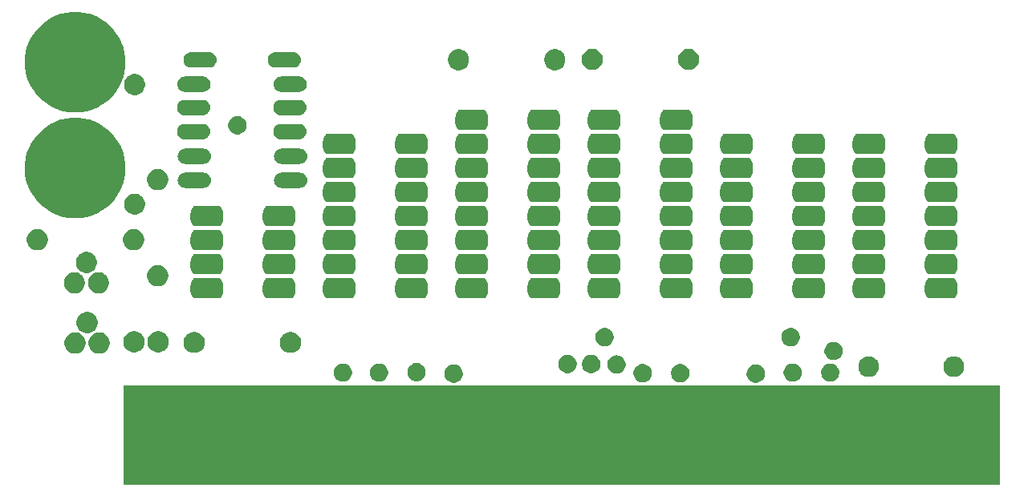
<source format=gbr>
G04 #@! TF.GenerationSoftware,KiCad,Pcbnew,5.1.5-1.fc31*
G04 #@! TF.CreationDate,2020-03-04T22:56:45-08:00*
G04 #@! TF.ProjectId,cassette_interface,63617373-6574-4746-955f-696e74657266,rev?*
G04 #@! TF.SameCoordinates,PX60e4b00PY791ddc0*
G04 #@! TF.FileFunction,Soldermask,Bot*
G04 #@! TF.FilePolarity,Negative*
%FSLAX46Y46*%
G04 Gerber Fmt 4.6, Leading zero omitted, Abs format (unit mm)*
G04 Created by KiCad (PCBNEW 5.1.5-1.fc31) date 2020-03-04 22:56:45*
%MOMM*%
%LPD*%
G04 APERTURE LIST*
%ADD10C,0.100000*%
G04 APERTURE END LIST*
D10*
G36*
X103251000Y-508000D02*
G01*
X10922000Y-508000D01*
X10922000Y9906000D01*
X103251000Y9906000D01*
X103251000Y-508000D01*
G37*
X103251000Y-508000D02*
X10922000Y-508000D01*
X10922000Y9906000D01*
X103251000Y9906000D01*
X103251000Y-508000D01*
G36*
X77738682Y12081127D02*
G01*
X77878541Y12053308D01*
X78054191Y11980551D01*
X78212282Y11874918D01*
X78346718Y11740482D01*
X78452351Y11582391D01*
X78525108Y11406741D01*
X78541991Y11321863D01*
X78562200Y11220264D01*
X78562200Y11030136D01*
X78555422Y10996062D01*
X78525108Y10843659D01*
X78452351Y10668009D01*
X78346718Y10509918D01*
X78212282Y10375482D01*
X78054191Y10269849D01*
X77878541Y10197092D01*
X77738682Y10169273D01*
X77692064Y10160000D01*
X77501936Y10160000D01*
X77455318Y10169273D01*
X77315459Y10197092D01*
X77139809Y10269849D01*
X76981718Y10375482D01*
X76847282Y10509918D01*
X76741649Y10668009D01*
X76668892Y10843659D01*
X76638578Y10996062D01*
X76631800Y11030136D01*
X76631800Y11220264D01*
X76652009Y11321863D01*
X76668892Y11406741D01*
X76741649Y11582391D01*
X76847282Y11740482D01*
X76981718Y11874918D01*
X77139809Y11980551D01*
X77315459Y12053308D01*
X77455318Y12081127D01*
X77501936Y12090400D01*
X77692064Y12090400D01*
X77738682Y12081127D01*
G37*
G36*
X45861682Y12081127D02*
G01*
X46001541Y12053308D01*
X46177191Y11980551D01*
X46335282Y11874918D01*
X46469718Y11740482D01*
X46575351Y11582391D01*
X46648108Y11406741D01*
X46664991Y11321863D01*
X46685200Y11220264D01*
X46685200Y11030136D01*
X46678422Y10996062D01*
X46648108Y10843659D01*
X46575351Y10668009D01*
X46469718Y10509918D01*
X46335282Y10375482D01*
X46177191Y10269849D01*
X46001541Y10197092D01*
X45861682Y10169273D01*
X45815064Y10160000D01*
X45624936Y10160000D01*
X45578318Y10169273D01*
X45438459Y10197092D01*
X45262809Y10269849D01*
X45104718Y10375482D01*
X44970282Y10509918D01*
X44864649Y10668009D01*
X44791892Y10843659D01*
X44761578Y10996062D01*
X44754800Y11030136D01*
X44754800Y11220264D01*
X44775009Y11321863D01*
X44791892Y11406741D01*
X44864649Y11582391D01*
X44970282Y11740482D01*
X45104718Y11874918D01*
X45262809Y11980551D01*
X45438459Y12053308D01*
X45578318Y12081127D01*
X45624936Y12090400D01*
X45815064Y12090400D01*
X45861682Y12081127D01*
G37*
G36*
X65800683Y12131927D02*
G01*
X65940541Y12104108D01*
X66116191Y12031351D01*
X66274282Y11925718D01*
X66408718Y11791282D01*
X66514351Y11633191D01*
X66587108Y11457541D01*
X66624200Y11271063D01*
X66624200Y11080937D01*
X66587108Y10894459D01*
X66514351Y10718809D01*
X66408718Y10560718D01*
X66274282Y10426282D01*
X66116191Y10320649D01*
X65940541Y10247892D01*
X65800683Y10220073D01*
X65754064Y10210800D01*
X65563936Y10210800D01*
X65517317Y10220073D01*
X65377459Y10247892D01*
X65201809Y10320649D01*
X65043718Y10426282D01*
X64909282Y10560718D01*
X64803649Y10718809D01*
X64730892Y10894459D01*
X64693800Y11080937D01*
X64693800Y11271063D01*
X64730892Y11457541D01*
X64803649Y11633191D01*
X64909282Y11791282D01*
X65043718Y11925718D01*
X65201809Y12031351D01*
X65377459Y12104108D01*
X65517317Y12131927D01*
X65563936Y12141200D01*
X65754064Y12141200D01*
X65800683Y12131927D01*
G37*
G36*
X69763083Y12131927D02*
G01*
X69902941Y12104108D01*
X70078591Y12031351D01*
X70236682Y11925718D01*
X70371118Y11791282D01*
X70476751Y11633191D01*
X70549508Y11457541D01*
X70586600Y11271063D01*
X70586600Y11080937D01*
X70549508Y10894459D01*
X70476751Y10718809D01*
X70371118Y10560718D01*
X70236682Y10426282D01*
X70078591Y10320649D01*
X69902941Y10247892D01*
X69763083Y10220073D01*
X69716464Y10210800D01*
X69526336Y10210800D01*
X69479717Y10220073D01*
X69339859Y10247892D01*
X69164209Y10320649D01*
X69006118Y10426282D01*
X68871682Y10560718D01*
X68766049Y10718809D01*
X68693292Y10894459D01*
X68656200Y11080937D01*
X68656200Y11271063D01*
X68693292Y11457541D01*
X68766049Y11633191D01*
X68871682Y11791282D01*
X69006118Y11925718D01*
X69164209Y12031351D01*
X69339859Y12104108D01*
X69479717Y12131927D01*
X69526336Y12141200D01*
X69716464Y12141200D01*
X69763083Y12131927D01*
G37*
G36*
X34177683Y12182727D02*
G01*
X34317541Y12154908D01*
X34493191Y12082151D01*
X34651282Y11976518D01*
X34785718Y11842082D01*
X34891351Y11683991D01*
X34964108Y11508341D01*
X34974213Y11457538D01*
X34996708Y11344449D01*
X35001200Y11321863D01*
X35001200Y11131737D01*
X34964108Y10945259D01*
X34891351Y10769609D01*
X34785718Y10611518D01*
X34651282Y10477082D01*
X34493191Y10371449D01*
X34317541Y10298692D01*
X34177683Y10270873D01*
X34131064Y10261600D01*
X33940936Y10261600D01*
X33894317Y10270873D01*
X33754459Y10298692D01*
X33578809Y10371449D01*
X33420718Y10477082D01*
X33286282Y10611518D01*
X33180649Y10769609D01*
X33107892Y10945259D01*
X33070800Y11131737D01*
X33070800Y11321863D01*
X33075293Y11344449D01*
X33097787Y11457538D01*
X33107892Y11508341D01*
X33180649Y11683991D01*
X33286282Y11842082D01*
X33420718Y11976518D01*
X33578809Y12082151D01*
X33754459Y12154908D01*
X33894317Y12182727D01*
X33940936Y12192000D01*
X34131064Y12192000D01*
X34177683Y12182727D01*
G37*
G36*
X37987683Y12182727D02*
G01*
X38127541Y12154908D01*
X38303191Y12082151D01*
X38461282Y11976518D01*
X38595718Y11842082D01*
X38701351Y11683991D01*
X38774108Y11508341D01*
X38784213Y11457538D01*
X38806708Y11344449D01*
X38811200Y11321863D01*
X38811200Y11131737D01*
X38774108Y10945259D01*
X38701351Y10769609D01*
X38595718Y10611518D01*
X38461282Y10477082D01*
X38303191Y10371449D01*
X38127541Y10298692D01*
X37987683Y10270873D01*
X37941064Y10261600D01*
X37750936Y10261600D01*
X37704317Y10270873D01*
X37564459Y10298692D01*
X37388809Y10371449D01*
X37230718Y10477082D01*
X37096282Y10611518D01*
X36990649Y10769609D01*
X36917892Y10945259D01*
X36880800Y11131737D01*
X36880800Y11321863D01*
X36885293Y11344449D01*
X36907787Y11457538D01*
X36917892Y11508341D01*
X36990649Y11683991D01*
X37096282Y11842082D01*
X37230718Y11976518D01*
X37388809Y12082151D01*
X37564459Y12154908D01*
X37704317Y12182727D01*
X37750936Y12192000D01*
X37941064Y12192000D01*
X37987683Y12182727D01*
G37*
G36*
X85587283Y12182727D02*
G01*
X85727141Y12154908D01*
X85902791Y12082151D01*
X86060882Y11976518D01*
X86195318Y11842082D01*
X86300951Y11683991D01*
X86373708Y11508341D01*
X86383813Y11457538D01*
X86406308Y11344449D01*
X86410800Y11321863D01*
X86410800Y11131737D01*
X86373708Y10945259D01*
X86300951Y10769609D01*
X86195318Y10611518D01*
X86060882Y10477082D01*
X85902791Y10371449D01*
X85727141Y10298692D01*
X85587283Y10270873D01*
X85540664Y10261600D01*
X85350536Y10261600D01*
X85303917Y10270873D01*
X85164059Y10298692D01*
X84988409Y10371449D01*
X84830318Y10477082D01*
X84695882Y10611518D01*
X84590249Y10769609D01*
X84517492Y10945259D01*
X84480400Y11131737D01*
X84480400Y11321863D01*
X84484893Y11344449D01*
X84507387Y11457538D01*
X84517492Y11508341D01*
X84590249Y11683991D01*
X84695882Y11842082D01*
X84830318Y11976518D01*
X84988409Y12082151D01*
X85164059Y12154908D01*
X85303917Y12182727D01*
X85350536Y12192000D01*
X85540664Y12192000D01*
X85587283Y12182727D01*
G37*
G36*
X81624883Y12182727D02*
G01*
X81764741Y12154908D01*
X81940391Y12082151D01*
X82098482Y11976518D01*
X82232918Y11842082D01*
X82338551Y11683991D01*
X82411308Y11508341D01*
X82421413Y11457538D01*
X82443908Y11344449D01*
X82448400Y11321863D01*
X82448400Y11131737D01*
X82411308Y10945259D01*
X82338551Y10769609D01*
X82232918Y10611518D01*
X82098482Y10477082D01*
X81940391Y10371449D01*
X81764741Y10298692D01*
X81624883Y10270873D01*
X81578264Y10261600D01*
X81388136Y10261600D01*
X81341517Y10270873D01*
X81201659Y10298692D01*
X81026009Y10371449D01*
X80867918Y10477082D01*
X80733482Y10611518D01*
X80627849Y10769609D01*
X80555092Y10945259D01*
X80518000Y11131737D01*
X80518000Y11321863D01*
X80522493Y11344449D01*
X80544987Y11457538D01*
X80555092Y11508341D01*
X80627849Y11683991D01*
X80733482Y11842082D01*
X80867918Y11976518D01*
X81026009Y12082151D01*
X81201659Y12154908D01*
X81341517Y12182727D01*
X81388136Y12192000D01*
X81578264Y12192000D01*
X81624883Y12182727D01*
G37*
G36*
X41950082Y12233527D02*
G01*
X42089941Y12205708D01*
X42265591Y12132951D01*
X42423682Y12027318D01*
X42558118Y11892882D01*
X42663751Y11734791D01*
X42736508Y11559141D01*
X42773600Y11372663D01*
X42773600Y11182537D01*
X42736508Y10996059D01*
X42663751Y10820409D01*
X42558118Y10662318D01*
X42423682Y10527882D01*
X42265591Y10422249D01*
X42089941Y10349492D01*
X41950083Y10321673D01*
X41903464Y10312400D01*
X41713336Y10312400D01*
X41666717Y10321673D01*
X41526859Y10349492D01*
X41351209Y10422249D01*
X41193118Y10527882D01*
X41058682Y10662318D01*
X40953049Y10820409D01*
X40880292Y10996059D01*
X40843200Y11182537D01*
X40843200Y11372663D01*
X40880292Y11559141D01*
X40953049Y11734791D01*
X41058682Y11892882D01*
X41193118Y12027318D01*
X41351209Y12132951D01*
X41526859Y12205708D01*
X41666718Y12233527D01*
X41713336Y12242800D01*
X41903464Y12242800D01*
X41950082Y12233527D01*
G37*
G36*
X89828183Y12912028D02*
G01*
X89828186Y12912027D01*
X89828185Y12912027D01*
X90026950Y12829696D01*
X90026951Y12829695D01*
X90205837Y12710167D01*
X90357967Y12558037D01*
X90364945Y12547594D01*
X90477496Y12379150D01*
X90480482Y12371941D01*
X90559828Y12180383D01*
X90601800Y11969372D01*
X90601800Y11754228D01*
X90559828Y11543217D01*
X90559827Y11543215D01*
X90477496Y11344450D01*
X90438341Y11285851D01*
X90357967Y11165563D01*
X90205837Y11013433D01*
X90179835Y10996059D01*
X90026950Y10893904D01*
X89873212Y10830224D01*
X89828183Y10811572D01*
X89617172Y10769600D01*
X89402028Y10769600D01*
X89191017Y10811572D01*
X89145988Y10830224D01*
X88992250Y10893904D01*
X88839365Y10996059D01*
X88813363Y11013433D01*
X88661233Y11165563D01*
X88580859Y11285851D01*
X88541704Y11344450D01*
X88459373Y11543215D01*
X88459372Y11543217D01*
X88417400Y11754228D01*
X88417400Y11969372D01*
X88459372Y12180383D01*
X88538718Y12371941D01*
X88541704Y12379150D01*
X88654255Y12547594D01*
X88661233Y12558037D01*
X88813363Y12710167D01*
X88992249Y12829695D01*
X88992250Y12829696D01*
X89191015Y12912027D01*
X89191014Y12912027D01*
X89191017Y12912028D01*
X89402028Y12954000D01*
X89617172Y12954000D01*
X89828183Y12912028D01*
G37*
G36*
X98807083Y12924728D02*
G01*
X98807086Y12924727D01*
X98807085Y12924727D01*
X99005850Y12842396D01*
X99024858Y12829695D01*
X99184737Y12722867D01*
X99336867Y12570737D01*
X99396631Y12481294D01*
X99456396Y12391850D01*
X99518134Y12242800D01*
X99538728Y12193083D01*
X99580700Y11982072D01*
X99580700Y11766928D01*
X99538728Y11555917D01*
X99526303Y11525921D01*
X99456396Y11357150D01*
X99456395Y11357149D01*
X99336867Y11178263D01*
X99184737Y11026133D01*
X99139728Y10996059D01*
X99005850Y10906604D01*
X98853894Y10843662D01*
X98807083Y10824272D01*
X98596072Y10782300D01*
X98380928Y10782300D01*
X98169917Y10824272D01*
X98123106Y10843662D01*
X97971150Y10906604D01*
X97837272Y10996059D01*
X97792263Y11026133D01*
X97640133Y11178263D01*
X97520605Y11357149D01*
X97520604Y11357150D01*
X97450697Y11525921D01*
X97438272Y11555917D01*
X97396300Y11766928D01*
X97396300Y11982072D01*
X97438272Y12193083D01*
X97458866Y12242800D01*
X97520604Y12391850D01*
X97580369Y12481294D01*
X97640133Y12570737D01*
X97792263Y12722867D01*
X97952142Y12829695D01*
X97971150Y12842396D01*
X98169915Y12924727D01*
X98169914Y12924727D01*
X98169917Y12924728D01*
X98380928Y12966700D01*
X98596072Y12966700D01*
X98807083Y12924728D01*
G37*
G36*
X63057483Y13046327D02*
G01*
X63197341Y13018508D01*
X63372991Y12945751D01*
X63531082Y12840118D01*
X63665518Y12705682D01*
X63771151Y12547591D01*
X63843908Y12371941D01*
X63869595Y12242800D01*
X63881000Y12185464D01*
X63881000Y11995336D01*
X63878361Y11982071D01*
X63843908Y11808859D01*
X63771151Y11633209D01*
X63665518Y11475118D01*
X63531082Y11340682D01*
X63372991Y11235049D01*
X63197341Y11162292D01*
X63057483Y11134473D01*
X63010864Y11125200D01*
X62820736Y11125200D01*
X62774117Y11134473D01*
X62634259Y11162292D01*
X62458609Y11235049D01*
X62300518Y11340682D01*
X62166082Y11475118D01*
X62060449Y11633209D01*
X61987692Y11808859D01*
X61953239Y11982071D01*
X61950600Y11995336D01*
X61950600Y12185464D01*
X61962005Y12242800D01*
X61987692Y12371941D01*
X62060449Y12547591D01*
X62166082Y12705682D01*
X62300518Y12840118D01*
X62458609Y12945751D01*
X62634259Y13018508D01*
X62774117Y13046327D01*
X62820736Y13055600D01*
X63010864Y13055600D01*
X63057483Y13046327D01*
G37*
G36*
X57875883Y13097127D02*
G01*
X58015741Y13069308D01*
X58191391Y12996551D01*
X58349482Y12890918D01*
X58483918Y12756482D01*
X58589551Y12598391D01*
X58662308Y12422741D01*
X58699400Y12236263D01*
X58699400Y12046137D01*
X58662308Y11859659D01*
X58589551Y11684009D01*
X58483918Y11525918D01*
X58349482Y11391482D01*
X58191391Y11285849D01*
X58015741Y11213092D01*
X57875883Y11185273D01*
X57829264Y11176000D01*
X57639136Y11176000D01*
X57592517Y11185273D01*
X57452659Y11213092D01*
X57277009Y11285849D01*
X57118918Y11391482D01*
X56984482Y11525918D01*
X56878849Y11684009D01*
X56806092Y11859659D01*
X56769000Y12046137D01*
X56769000Y12236263D01*
X56806092Y12422741D01*
X56878849Y12598391D01*
X56984482Y12756482D01*
X57118918Y12890918D01*
X57277009Y12996551D01*
X57452659Y13069308D01*
X57592517Y13097127D01*
X57639136Y13106400D01*
X57829264Y13106400D01*
X57875883Y13097127D01*
G37*
G36*
X60365083Y13097127D02*
G01*
X60504941Y13069308D01*
X60680591Y12996551D01*
X60838682Y12890918D01*
X60973118Y12756482D01*
X61078751Y12598391D01*
X61151508Y12422741D01*
X61188600Y12236263D01*
X61188600Y12046137D01*
X61151508Y11859659D01*
X61078751Y11684009D01*
X60973118Y11525918D01*
X60838682Y11391482D01*
X60680591Y11285849D01*
X60504941Y11213092D01*
X60365083Y11185273D01*
X60318464Y11176000D01*
X60128336Y11176000D01*
X60081717Y11185273D01*
X59941859Y11213092D01*
X59766209Y11285849D01*
X59608118Y11391482D01*
X59473682Y11525918D01*
X59368049Y11684009D01*
X59295292Y11859659D01*
X59258200Y12046137D01*
X59258200Y12236263D01*
X59295292Y12422741D01*
X59368049Y12598391D01*
X59473682Y12756482D01*
X59608118Y12890918D01*
X59766209Y12996551D01*
X59941859Y13069308D01*
X60081717Y13097127D01*
X60128336Y13106400D01*
X60318464Y13106400D01*
X60365083Y13097127D01*
G37*
G36*
X85942882Y14468727D02*
G01*
X86082741Y14440908D01*
X86258391Y14368151D01*
X86416482Y14262518D01*
X86550918Y14128082D01*
X86656551Y13969991D01*
X86729308Y13794341D01*
X86757127Y13654483D01*
X86766400Y13607864D01*
X86766400Y13417736D01*
X86757127Y13371118D01*
X86729308Y13231259D01*
X86656551Y13055609D01*
X86550918Y12897518D01*
X86416482Y12763082D01*
X86258391Y12657449D01*
X86082741Y12584692D01*
X85948739Y12558038D01*
X85896264Y12547600D01*
X85706136Y12547600D01*
X85653661Y12558038D01*
X85519659Y12584692D01*
X85344009Y12657449D01*
X85185918Y12763082D01*
X85051482Y12897518D01*
X84945849Y13055609D01*
X84873092Y13231259D01*
X84845273Y13371118D01*
X84836000Y13417736D01*
X84836000Y13607864D01*
X84845273Y13654483D01*
X84873092Y13794341D01*
X84945849Y13969991D01*
X85051482Y14128082D01*
X85185918Y14262518D01*
X85344009Y14368151D01*
X85519659Y14440908D01*
X85659518Y14468727D01*
X85706136Y14478000D01*
X85896264Y14478000D01*
X85942882Y14468727D01*
G37*
G36*
X8657192Y15425652D02*
G01*
X8860582Y15341405D01*
X9043629Y15219097D01*
X9199297Y15063429D01*
X9321605Y14880382D01*
X9405852Y14676992D01*
X9448800Y14461074D01*
X9448800Y14240926D01*
X9405852Y14025008D01*
X9321605Y13821618D01*
X9199297Y13638571D01*
X9043629Y13482903D01*
X8860582Y13360595D01*
X8657192Y13276348D01*
X8441274Y13233400D01*
X8221126Y13233400D01*
X8005208Y13276348D01*
X7801818Y13360595D01*
X7618771Y13482903D01*
X7463103Y13638571D01*
X7340795Y13821618D01*
X7256548Y14025008D01*
X7213600Y14240926D01*
X7213600Y14461074D01*
X7256548Y14676992D01*
X7340795Y14880382D01*
X7463103Y15063429D01*
X7618771Y15219097D01*
X7801818Y15341405D01*
X8005208Y15425652D01*
X8221126Y15468600D01*
X8441274Y15468600D01*
X8657192Y15425652D01*
G37*
G36*
X6117192Y15425652D02*
G01*
X6320582Y15341405D01*
X6503629Y15219097D01*
X6659297Y15063429D01*
X6781605Y14880382D01*
X6865852Y14676992D01*
X6908800Y14461074D01*
X6908800Y14240926D01*
X6865852Y14025008D01*
X6781605Y13821618D01*
X6659297Y13638571D01*
X6503629Y13482903D01*
X6320582Y13360595D01*
X6117192Y13276348D01*
X5901274Y13233400D01*
X5681126Y13233400D01*
X5465208Y13276348D01*
X5261818Y13360595D01*
X5078771Y13482903D01*
X4923103Y13638571D01*
X4800795Y13821618D01*
X4716548Y14025008D01*
X4673600Y14240926D01*
X4673600Y14461074D01*
X4716548Y14676992D01*
X4800795Y14880382D01*
X4923103Y15063429D01*
X5078771Y15219097D01*
X5261818Y15341405D01*
X5465208Y15425652D01*
X5681126Y15468600D01*
X5901274Y15468600D01*
X6117192Y15425652D01*
G37*
G36*
X28824792Y15501852D02*
G01*
X29028182Y15417605D01*
X29211229Y15295297D01*
X29366897Y15139629D01*
X29489205Y14956582D01*
X29573452Y14753192D01*
X29616400Y14537274D01*
X29616400Y14317126D01*
X29573452Y14101208D01*
X29489205Y13897818D01*
X29366897Y13714771D01*
X29211229Y13559103D01*
X29028182Y13436795D01*
X28824792Y13352548D01*
X28608874Y13309600D01*
X28388726Y13309600D01*
X28172808Y13352548D01*
X27969418Y13436795D01*
X27786371Y13559103D01*
X27630703Y13714771D01*
X27508395Y13897818D01*
X27424148Y14101208D01*
X27381200Y14317126D01*
X27381200Y14537274D01*
X27424148Y14753192D01*
X27508395Y14956582D01*
X27630703Y15139629D01*
X27786371Y15295297D01*
X27969418Y15417605D01*
X28172808Y15501852D01*
X28388726Y15544800D01*
X28608874Y15544800D01*
X28824792Y15501852D01*
G37*
G36*
X18664792Y15501852D02*
G01*
X18868182Y15417605D01*
X19051229Y15295297D01*
X19206897Y15139629D01*
X19329205Y14956582D01*
X19413452Y14753192D01*
X19456400Y14537274D01*
X19456400Y14317126D01*
X19413452Y14101208D01*
X19329205Y13897818D01*
X19206897Y13714771D01*
X19051229Y13559103D01*
X18868182Y13436795D01*
X18664792Y13352548D01*
X18448874Y13309600D01*
X18228726Y13309600D01*
X18012808Y13352548D01*
X17809418Y13436795D01*
X17626371Y13559103D01*
X17470703Y13714771D01*
X17348395Y13897818D01*
X17264148Y14101208D01*
X17221200Y14317126D01*
X17221200Y14537274D01*
X17264148Y14753192D01*
X17348395Y14956582D01*
X17470703Y15139629D01*
X17626371Y15295297D01*
X17809418Y15417605D01*
X18012808Y15501852D01*
X18228726Y15544800D01*
X18448874Y15544800D01*
X18664792Y15501852D01*
G37*
G36*
X14880192Y15578052D02*
G01*
X15083582Y15493805D01*
X15266629Y15371497D01*
X15422297Y15215829D01*
X15544605Y15032782D01*
X15628852Y14829392D01*
X15671800Y14613474D01*
X15671800Y14393326D01*
X15628852Y14177408D01*
X15544605Y13974018D01*
X15422297Y13790971D01*
X15266629Y13635303D01*
X15083582Y13512995D01*
X14880192Y13428748D01*
X14664274Y13385800D01*
X14444126Y13385800D01*
X14228208Y13428748D01*
X14024818Y13512995D01*
X13841771Y13635303D01*
X13686103Y13790971D01*
X13563795Y13974018D01*
X13479548Y14177408D01*
X13436600Y14393326D01*
X13436600Y14613474D01*
X13479548Y14829392D01*
X13563795Y15032782D01*
X13686103Y15215829D01*
X13841771Y15371497D01*
X14024818Y15493805D01*
X14228208Y15578052D01*
X14444126Y15621000D01*
X14664274Y15621000D01*
X14880192Y15578052D01*
G37*
G36*
X12340192Y15578052D02*
G01*
X12543582Y15493805D01*
X12726629Y15371497D01*
X12882297Y15215829D01*
X13004605Y15032782D01*
X13088852Y14829392D01*
X13131800Y14613474D01*
X13131800Y14393326D01*
X13088852Y14177408D01*
X13004605Y13974018D01*
X12882297Y13790971D01*
X12726629Y13635303D01*
X12543582Y13512995D01*
X12340192Y13428748D01*
X12124274Y13385800D01*
X11904126Y13385800D01*
X11688208Y13428748D01*
X11484818Y13512995D01*
X11301771Y13635303D01*
X11146103Y13790971D01*
X11023795Y13974018D01*
X10939548Y14177408D01*
X10896600Y14393326D01*
X10896600Y14613474D01*
X10939548Y14829392D01*
X11023795Y15032782D01*
X11146103Y15215829D01*
X11301771Y15371497D01*
X11484818Y15493805D01*
X11688208Y15578052D01*
X11904126Y15621000D01*
X12124274Y15621000D01*
X12340192Y15578052D01*
G37*
G36*
X81421683Y15941927D02*
G01*
X81561541Y15914108D01*
X81737191Y15841351D01*
X81895282Y15735718D01*
X82029718Y15601282D01*
X82135351Y15443191D01*
X82208108Y15267541D01*
X82245200Y15081063D01*
X82245200Y14890937D01*
X82208108Y14704459D01*
X82135351Y14528809D01*
X82029718Y14370718D01*
X81895282Y14236282D01*
X81737191Y14130649D01*
X81561541Y14057892D01*
X81421683Y14030073D01*
X81375064Y14020800D01*
X81184936Y14020800D01*
X81138317Y14030073D01*
X80998459Y14057892D01*
X80822809Y14130649D01*
X80664718Y14236282D01*
X80530282Y14370718D01*
X80424649Y14528809D01*
X80351892Y14704459D01*
X80314800Y14890937D01*
X80314800Y15081063D01*
X80351892Y15267541D01*
X80424649Y15443191D01*
X80530282Y15601282D01*
X80664718Y15735718D01*
X80822809Y15841351D01*
X80998459Y15914108D01*
X81138317Y15941927D01*
X81184936Y15951200D01*
X81375064Y15951200D01*
X81421683Y15941927D01*
G37*
G36*
X61787483Y15941927D02*
G01*
X61927341Y15914108D01*
X62102991Y15841351D01*
X62261082Y15735718D01*
X62395518Y15601282D01*
X62501151Y15443191D01*
X62573908Y15267541D01*
X62611000Y15081063D01*
X62611000Y14890937D01*
X62573908Y14704459D01*
X62501151Y14528809D01*
X62395518Y14370718D01*
X62261082Y14236282D01*
X62102991Y14130649D01*
X61927341Y14057892D01*
X61787483Y14030073D01*
X61740864Y14020800D01*
X61550736Y14020800D01*
X61504117Y14030073D01*
X61364259Y14057892D01*
X61188609Y14130649D01*
X61030518Y14236282D01*
X60896082Y14370718D01*
X60790449Y14528809D01*
X60717692Y14704459D01*
X60680600Y14890937D01*
X60680600Y15081063D01*
X60717692Y15267541D01*
X60790449Y15443191D01*
X60896082Y15601282D01*
X61030518Y15735718D01*
X61188609Y15841351D01*
X61364259Y15914108D01*
X61504117Y15941927D01*
X61550736Y15951200D01*
X61740864Y15951200D01*
X61787483Y15941927D01*
G37*
G36*
X7387192Y17584652D02*
G01*
X7590582Y17500405D01*
X7773629Y17378097D01*
X7929297Y17222429D01*
X8051605Y17039382D01*
X8135852Y16835992D01*
X8178800Y16620074D01*
X8178800Y16399926D01*
X8135852Y16184008D01*
X8051605Y15980618D01*
X7929297Y15797571D01*
X7773629Y15641903D01*
X7590582Y15519595D01*
X7387192Y15435348D01*
X7171274Y15392400D01*
X6951126Y15392400D01*
X6735208Y15435348D01*
X6531818Y15519595D01*
X6348771Y15641903D01*
X6193103Y15797571D01*
X6070795Y15980618D01*
X5986548Y16184008D01*
X5943600Y16399926D01*
X5943600Y16620074D01*
X5986548Y16835992D01*
X6070795Y17039382D01*
X6193103Y17222429D01*
X6348771Y17378097D01*
X6531818Y17500405D01*
X6735208Y17584652D01*
X6951126Y17627600D01*
X7171274Y17627600D01*
X7387192Y17584652D01*
G37*
G36*
X76922392Y21184092D02*
G01*
X76922400Y21184092D01*
X76942317Y21182130D01*
X76961469Y21176321D01*
X76979119Y21166886D01*
X76994590Y21154190D01*
X77008061Y21137542D01*
X77008431Y21136971D01*
X77011377Y21133331D01*
X77062042Y21055191D01*
X77066846Y21047265D01*
X77114554Y20962905D01*
X77118826Y20954792D01*
X77161377Y20867750D01*
X77165241Y20859189D01*
X77202368Y20769717D01*
X77205641Y20761107D01*
X77237333Y20669520D01*
X77240121Y20660596D01*
X77266182Y20567299D01*
X77268424Y20558218D01*
X77288766Y20463578D01*
X77290436Y20454488D01*
X77305075Y20358702D01*
X77306195Y20349522D01*
X77315016Y20252976D01*
X77315584Y20243611D01*
X77318491Y20146811D01*
X77318491Y20137589D01*
X77315584Y20040789D01*
X77315016Y20031424D01*
X77306195Y19934878D01*
X77305075Y19925698D01*
X77290436Y19829912D01*
X77288766Y19820822D01*
X77268424Y19726182D01*
X77266182Y19717101D01*
X77240121Y19623804D01*
X77237333Y19614880D01*
X77205641Y19523293D01*
X77202368Y19514683D01*
X77165241Y19425211D01*
X77161377Y19416650D01*
X77118826Y19329608D01*
X77114554Y19321495D01*
X77066846Y19237135D01*
X77062042Y19229209D01*
X77011187Y19150777D01*
X77008064Y19146862D01*
X77008061Y19146858D01*
X76995580Y19131214D01*
X76980286Y19118305D01*
X76962767Y19108628D01*
X76943698Y19102554D01*
X76922400Y19100308D01*
X76921711Y19100308D01*
X76917055Y19099817D01*
X74212593Y19099817D01*
X74207608Y19100308D01*
X74207600Y19100308D01*
X74187683Y19102270D01*
X74168531Y19108079D01*
X74150881Y19117514D01*
X74135410Y19130210D01*
X74121939Y19146858D01*
X74121569Y19147429D01*
X74118623Y19151069D01*
X74067958Y19229209D01*
X74063154Y19237135D01*
X74015446Y19321495D01*
X74011174Y19329608D01*
X73968623Y19416650D01*
X73964759Y19425211D01*
X73927632Y19514683D01*
X73924359Y19523293D01*
X73892667Y19614880D01*
X73889879Y19623804D01*
X73863818Y19717101D01*
X73861576Y19726182D01*
X73841234Y19820822D01*
X73839564Y19829912D01*
X73824925Y19925698D01*
X73823805Y19934878D01*
X73814984Y20031424D01*
X73814416Y20040789D01*
X73811509Y20137589D01*
X73811509Y20146811D01*
X73814416Y20243611D01*
X73814984Y20252976D01*
X73823805Y20349522D01*
X73824925Y20358702D01*
X73839564Y20454488D01*
X73841234Y20463578D01*
X73861576Y20558218D01*
X73863818Y20567299D01*
X73889879Y20660596D01*
X73892667Y20669520D01*
X73924359Y20761107D01*
X73927632Y20769717D01*
X73964759Y20859189D01*
X73968623Y20867750D01*
X74011174Y20954792D01*
X74015446Y20962905D01*
X74063154Y21047265D01*
X74067958Y21055191D01*
X74118813Y21133623D01*
X74121936Y21137538D01*
X74121939Y21137542D01*
X74134420Y21153186D01*
X74149714Y21166095D01*
X74167233Y21175772D01*
X74186302Y21181846D01*
X74207600Y21184092D01*
X74208289Y21184092D01*
X74212945Y21184583D01*
X76917407Y21184583D01*
X76922392Y21184092D01*
G37*
G36*
X21042392Y21184092D02*
G01*
X21042400Y21184092D01*
X21062317Y21182130D01*
X21081469Y21176321D01*
X21099119Y21166886D01*
X21114590Y21154190D01*
X21128061Y21137542D01*
X21128431Y21136971D01*
X21131377Y21133331D01*
X21182042Y21055191D01*
X21186846Y21047265D01*
X21234554Y20962905D01*
X21238826Y20954792D01*
X21281377Y20867750D01*
X21285241Y20859189D01*
X21322368Y20769717D01*
X21325641Y20761107D01*
X21357333Y20669520D01*
X21360121Y20660596D01*
X21386182Y20567299D01*
X21388424Y20558218D01*
X21408766Y20463578D01*
X21410436Y20454488D01*
X21425075Y20358702D01*
X21426195Y20349522D01*
X21435016Y20252976D01*
X21435584Y20243611D01*
X21438491Y20146811D01*
X21438491Y20137589D01*
X21435584Y20040789D01*
X21435016Y20031424D01*
X21426195Y19934878D01*
X21425075Y19925698D01*
X21410436Y19829912D01*
X21408766Y19820822D01*
X21388424Y19726182D01*
X21386182Y19717101D01*
X21360121Y19623804D01*
X21357333Y19614880D01*
X21325641Y19523293D01*
X21322368Y19514683D01*
X21285241Y19425211D01*
X21281377Y19416650D01*
X21238826Y19329608D01*
X21234554Y19321495D01*
X21186846Y19237135D01*
X21182042Y19229209D01*
X21131187Y19150777D01*
X21128064Y19146862D01*
X21128061Y19146858D01*
X21115580Y19131214D01*
X21100286Y19118305D01*
X21082767Y19108628D01*
X21063698Y19102554D01*
X21042400Y19100308D01*
X21041711Y19100308D01*
X21037055Y19099817D01*
X18332593Y19099817D01*
X18327608Y19100308D01*
X18327600Y19100308D01*
X18307683Y19102270D01*
X18288531Y19108079D01*
X18270881Y19117514D01*
X18255410Y19130210D01*
X18241939Y19146858D01*
X18241569Y19147429D01*
X18238623Y19151069D01*
X18187958Y19229209D01*
X18183154Y19237135D01*
X18135446Y19321495D01*
X18131174Y19329608D01*
X18088623Y19416650D01*
X18084759Y19425211D01*
X18047632Y19514683D01*
X18044359Y19523293D01*
X18012667Y19614880D01*
X18009879Y19623804D01*
X17983818Y19717101D01*
X17981576Y19726182D01*
X17961234Y19820822D01*
X17959564Y19829912D01*
X17944925Y19925698D01*
X17943805Y19934878D01*
X17934984Y20031424D01*
X17934416Y20040789D01*
X17931509Y20137589D01*
X17931509Y20146811D01*
X17934416Y20243611D01*
X17934984Y20252976D01*
X17943805Y20349522D01*
X17944925Y20358702D01*
X17959564Y20454488D01*
X17961234Y20463578D01*
X17981576Y20558218D01*
X17983818Y20567299D01*
X18009879Y20660596D01*
X18012667Y20669520D01*
X18044359Y20761107D01*
X18047632Y20769717D01*
X18084759Y20859189D01*
X18088623Y20867750D01*
X18131174Y20954792D01*
X18135446Y20962905D01*
X18183154Y21047265D01*
X18187958Y21055191D01*
X18238813Y21133623D01*
X18241936Y21137538D01*
X18241939Y21137542D01*
X18254420Y21153186D01*
X18269714Y21166095D01*
X18287233Y21175772D01*
X18306302Y21181846D01*
X18327600Y21184092D01*
X18328289Y21184092D01*
X18332945Y21184583D01*
X21037407Y21184583D01*
X21042392Y21184092D01*
G37*
G36*
X28662392Y21184092D02*
G01*
X28662400Y21184092D01*
X28682317Y21182130D01*
X28701469Y21176321D01*
X28719119Y21166886D01*
X28734590Y21154190D01*
X28748061Y21137542D01*
X28748431Y21136971D01*
X28751377Y21133331D01*
X28802042Y21055191D01*
X28806846Y21047265D01*
X28854554Y20962905D01*
X28858826Y20954792D01*
X28901377Y20867750D01*
X28905241Y20859189D01*
X28942368Y20769717D01*
X28945641Y20761107D01*
X28977333Y20669520D01*
X28980121Y20660596D01*
X29006182Y20567299D01*
X29008424Y20558218D01*
X29028766Y20463578D01*
X29030436Y20454488D01*
X29045075Y20358702D01*
X29046195Y20349522D01*
X29055016Y20252976D01*
X29055584Y20243611D01*
X29058491Y20146811D01*
X29058491Y20137589D01*
X29055584Y20040789D01*
X29055016Y20031424D01*
X29046195Y19934878D01*
X29045075Y19925698D01*
X29030436Y19829912D01*
X29028766Y19820822D01*
X29008424Y19726182D01*
X29006182Y19717101D01*
X28980121Y19623804D01*
X28977333Y19614880D01*
X28945641Y19523293D01*
X28942368Y19514683D01*
X28905241Y19425211D01*
X28901377Y19416650D01*
X28858826Y19329608D01*
X28854554Y19321495D01*
X28806846Y19237135D01*
X28802042Y19229209D01*
X28751187Y19150777D01*
X28748064Y19146862D01*
X28748061Y19146858D01*
X28735580Y19131214D01*
X28720286Y19118305D01*
X28702767Y19108628D01*
X28683698Y19102554D01*
X28662400Y19100308D01*
X28661711Y19100308D01*
X28657055Y19099817D01*
X25952593Y19099817D01*
X25947608Y19100308D01*
X25947600Y19100308D01*
X25927683Y19102270D01*
X25908531Y19108079D01*
X25890881Y19117514D01*
X25875410Y19130210D01*
X25861939Y19146858D01*
X25861569Y19147429D01*
X25858623Y19151069D01*
X25807958Y19229209D01*
X25803154Y19237135D01*
X25755446Y19321495D01*
X25751174Y19329608D01*
X25708623Y19416650D01*
X25704759Y19425211D01*
X25667632Y19514683D01*
X25664359Y19523293D01*
X25632667Y19614880D01*
X25629879Y19623804D01*
X25603818Y19717101D01*
X25601576Y19726182D01*
X25581234Y19820822D01*
X25579564Y19829912D01*
X25564925Y19925698D01*
X25563805Y19934878D01*
X25554984Y20031424D01*
X25554416Y20040789D01*
X25551509Y20137589D01*
X25551509Y20146811D01*
X25554416Y20243611D01*
X25554984Y20252976D01*
X25563805Y20349522D01*
X25564925Y20358702D01*
X25579564Y20454488D01*
X25581234Y20463578D01*
X25601576Y20558218D01*
X25603818Y20567299D01*
X25629879Y20660596D01*
X25632667Y20669520D01*
X25664359Y20761107D01*
X25667632Y20769717D01*
X25704759Y20859189D01*
X25708623Y20867750D01*
X25751174Y20954792D01*
X25755446Y20962905D01*
X25803154Y21047265D01*
X25807958Y21055191D01*
X25858813Y21133623D01*
X25861936Y21137538D01*
X25861939Y21137542D01*
X25874420Y21153186D01*
X25889714Y21166095D01*
X25907233Y21175772D01*
X25926302Y21181846D01*
X25947600Y21184092D01*
X25948289Y21184092D01*
X25952945Y21184583D01*
X28657407Y21184583D01*
X28662392Y21184092D01*
G37*
G36*
X35012392Y21184092D02*
G01*
X35012400Y21184092D01*
X35032317Y21182130D01*
X35051469Y21176321D01*
X35069119Y21166886D01*
X35084590Y21154190D01*
X35098061Y21137542D01*
X35098431Y21136971D01*
X35101377Y21133331D01*
X35152042Y21055191D01*
X35156846Y21047265D01*
X35204554Y20962905D01*
X35208826Y20954792D01*
X35251377Y20867750D01*
X35255241Y20859189D01*
X35292368Y20769717D01*
X35295641Y20761107D01*
X35327333Y20669520D01*
X35330121Y20660596D01*
X35356182Y20567299D01*
X35358424Y20558218D01*
X35378766Y20463578D01*
X35380436Y20454488D01*
X35395075Y20358702D01*
X35396195Y20349522D01*
X35405016Y20252976D01*
X35405584Y20243611D01*
X35408491Y20146811D01*
X35408491Y20137589D01*
X35405584Y20040789D01*
X35405016Y20031424D01*
X35396195Y19934878D01*
X35395075Y19925698D01*
X35380436Y19829912D01*
X35378766Y19820822D01*
X35358424Y19726182D01*
X35356182Y19717101D01*
X35330121Y19623804D01*
X35327333Y19614880D01*
X35295641Y19523293D01*
X35292368Y19514683D01*
X35255241Y19425211D01*
X35251377Y19416650D01*
X35208826Y19329608D01*
X35204554Y19321495D01*
X35156846Y19237135D01*
X35152042Y19229209D01*
X35101187Y19150777D01*
X35098064Y19146862D01*
X35098061Y19146858D01*
X35085580Y19131214D01*
X35070286Y19118305D01*
X35052767Y19108628D01*
X35033698Y19102554D01*
X35012400Y19100308D01*
X35011711Y19100308D01*
X35007055Y19099817D01*
X32302593Y19099817D01*
X32297608Y19100308D01*
X32297600Y19100308D01*
X32277683Y19102270D01*
X32258531Y19108079D01*
X32240881Y19117514D01*
X32225410Y19130210D01*
X32211939Y19146858D01*
X32211569Y19147429D01*
X32208623Y19151069D01*
X32157958Y19229209D01*
X32153154Y19237135D01*
X32105446Y19321495D01*
X32101174Y19329608D01*
X32058623Y19416650D01*
X32054759Y19425211D01*
X32017632Y19514683D01*
X32014359Y19523293D01*
X31982667Y19614880D01*
X31979879Y19623804D01*
X31953818Y19717101D01*
X31951576Y19726182D01*
X31931234Y19820822D01*
X31929564Y19829912D01*
X31914925Y19925698D01*
X31913805Y19934878D01*
X31904984Y20031424D01*
X31904416Y20040789D01*
X31901509Y20137589D01*
X31901509Y20146811D01*
X31904416Y20243611D01*
X31904984Y20252976D01*
X31913805Y20349522D01*
X31914925Y20358702D01*
X31929564Y20454488D01*
X31931234Y20463578D01*
X31951576Y20558218D01*
X31953818Y20567299D01*
X31979879Y20660596D01*
X31982667Y20669520D01*
X32014359Y20761107D01*
X32017632Y20769717D01*
X32054759Y20859189D01*
X32058623Y20867750D01*
X32101174Y20954792D01*
X32105446Y20962905D01*
X32153154Y21047265D01*
X32157958Y21055191D01*
X32208813Y21133623D01*
X32211936Y21137538D01*
X32211939Y21137542D01*
X32224420Y21153186D01*
X32239714Y21166095D01*
X32257233Y21175772D01*
X32276302Y21181846D01*
X32297600Y21184092D01*
X32298289Y21184092D01*
X32302945Y21184583D01*
X35007407Y21184583D01*
X35012392Y21184092D01*
G37*
G36*
X42632392Y21184092D02*
G01*
X42632400Y21184092D01*
X42652317Y21182130D01*
X42671469Y21176321D01*
X42689119Y21166886D01*
X42704590Y21154190D01*
X42718061Y21137542D01*
X42718431Y21136971D01*
X42721377Y21133331D01*
X42772042Y21055191D01*
X42776846Y21047265D01*
X42824554Y20962905D01*
X42828826Y20954792D01*
X42871377Y20867750D01*
X42875241Y20859189D01*
X42912368Y20769717D01*
X42915641Y20761107D01*
X42947333Y20669520D01*
X42950121Y20660596D01*
X42976182Y20567299D01*
X42978424Y20558218D01*
X42998766Y20463578D01*
X43000436Y20454488D01*
X43015075Y20358702D01*
X43016195Y20349522D01*
X43025016Y20252976D01*
X43025584Y20243611D01*
X43028491Y20146811D01*
X43028491Y20137589D01*
X43025584Y20040789D01*
X43025016Y20031424D01*
X43016195Y19934878D01*
X43015075Y19925698D01*
X43000436Y19829912D01*
X42998766Y19820822D01*
X42978424Y19726182D01*
X42976182Y19717101D01*
X42950121Y19623804D01*
X42947333Y19614880D01*
X42915641Y19523293D01*
X42912368Y19514683D01*
X42875241Y19425211D01*
X42871377Y19416650D01*
X42828826Y19329608D01*
X42824554Y19321495D01*
X42776846Y19237135D01*
X42772042Y19229209D01*
X42721187Y19150777D01*
X42718064Y19146862D01*
X42718061Y19146858D01*
X42705580Y19131214D01*
X42690286Y19118305D01*
X42672767Y19108628D01*
X42653698Y19102554D01*
X42632400Y19100308D01*
X42631711Y19100308D01*
X42627055Y19099817D01*
X39922593Y19099817D01*
X39917608Y19100308D01*
X39917600Y19100308D01*
X39897683Y19102270D01*
X39878531Y19108079D01*
X39860881Y19117514D01*
X39845410Y19130210D01*
X39831939Y19146858D01*
X39831569Y19147429D01*
X39828623Y19151069D01*
X39777958Y19229209D01*
X39773154Y19237135D01*
X39725446Y19321495D01*
X39721174Y19329608D01*
X39678623Y19416650D01*
X39674759Y19425211D01*
X39637632Y19514683D01*
X39634359Y19523293D01*
X39602667Y19614880D01*
X39599879Y19623804D01*
X39573818Y19717101D01*
X39571576Y19726182D01*
X39551234Y19820822D01*
X39549564Y19829912D01*
X39534925Y19925698D01*
X39533805Y19934878D01*
X39524984Y20031424D01*
X39524416Y20040789D01*
X39521509Y20137589D01*
X39521509Y20146811D01*
X39524416Y20243611D01*
X39524984Y20252976D01*
X39533805Y20349522D01*
X39534925Y20358702D01*
X39549564Y20454488D01*
X39551234Y20463578D01*
X39571576Y20558218D01*
X39573818Y20567299D01*
X39599879Y20660596D01*
X39602667Y20669520D01*
X39634359Y20761107D01*
X39637632Y20769717D01*
X39674759Y20859189D01*
X39678623Y20867750D01*
X39721174Y20954792D01*
X39725446Y20962905D01*
X39773154Y21047265D01*
X39777958Y21055191D01*
X39828813Y21133623D01*
X39831936Y21137538D01*
X39831939Y21137542D01*
X39844420Y21153186D01*
X39859714Y21166095D01*
X39877233Y21175772D01*
X39896302Y21181846D01*
X39917600Y21184092D01*
X39918289Y21184092D01*
X39922945Y21184583D01*
X42627407Y21184583D01*
X42632392Y21184092D01*
G37*
G36*
X48982392Y21184092D02*
G01*
X48982400Y21184092D01*
X49002317Y21182130D01*
X49021469Y21176321D01*
X49039119Y21166886D01*
X49054590Y21154190D01*
X49068061Y21137542D01*
X49068431Y21136971D01*
X49071377Y21133331D01*
X49122042Y21055191D01*
X49126846Y21047265D01*
X49174554Y20962905D01*
X49178826Y20954792D01*
X49221377Y20867750D01*
X49225241Y20859189D01*
X49262368Y20769717D01*
X49265641Y20761107D01*
X49297333Y20669520D01*
X49300121Y20660596D01*
X49326182Y20567299D01*
X49328424Y20558218D01*
X49348766Y20463578D01*
X49350436Y20454488D01*
X49365075Y20358702D01*
X49366195Y20349522D01*
X49375016Y20252976D01*
X49375584Y20243611D01*
X49378491Y20146811D01*
X49378491Y20137589D01*
X49375584Y20040789D01*
X49375016Y20031424D01*
X49366195Y19934878D01*
X49365075Y19925698D01*
X49350436Y19829912D01*
X49348766Y19820822D01*
X49328424Y19726182D01*
X49326182Y19717101D01*
X49300121Y19623804D01*
X49297333Y19614880D01*
X49265641Y19523293D01*
X49262368Y19514683D01*
X49225241Y19425211D01*
X49221377Y19416650D01*
X49178826Y19329608D01*
X49174554Y19321495D01*
X49126846Y19237135D01*
X49122042Y19229209D01*
X49071187Y19150777D01*
X49068064Y19146862D01*
X49068061Y19146858D01*
X49055580Y19131214D01*
X49040286Y19118305D01*
X49022767Y19108628D01*
X49003698Y19102554D01*
X48982400Y19100308D01*
X48981711Y19100308D01*
X48977055Y19099817D01*
X46272593Y19099817D01*
X46267608Y19100308D01*
X46267600Y19100308D01*
X46247683Y19102270D01*
X46228531Y19108079D01*
X46210881Y19117514D01*
X46195410Y19130210D01*
X46181939Y19146858D01*
X46181569Y19147429D01*
X46178623Y19151069D01*
X46127958Y19229209D01*
X46123154Y19237135D01*
X46075446Y19321495D01*
X46071174Y19329608D01*
X46028623Y19416650D01*
X46024759Y19425211D01*
X45987632Y19514683D01*
X45984359Y19523293D01*
X45952667Y19614880D01*
X45949879Y19623804D01*
X45923818Y19717101D01*
X45921576Y19726182D01*
X45901234Y19820822D01*
X45899564Y19829912D01*
X45884925Y19925698D01*
X45883805Y19934878D01*
X45874984Y20031424D01*
X45874416Y20040789D01*
X45871509Y20137589D01*
X45871509Y20146811D01*
X45874416Y20243611D01*
X45874984Y20252976D01*
X45883805Y20349522D01*
X45884925Y20358702D01*
X45899564Y20454488D01*
X45901234Y20463578D01*
X45921576Y20558218D01*
X45923818Y20567299D01*
X45949879Y20660596D01*
X45952667Y20669520D01*
X45984359Y20761107D01*
X45987632Y20769717D01*
X46024759Y20859189D01*
X46028623Y20867750D01*
X46071174Y20954792D01*
X46075446Y20962905D01*
X46123154Y21047265D01*
X46127958Y21055191D01*
X46178813Y21133623D01*
X46181936Y21137538D01*
X46181939Y21137542D01*
X46194420Y21153186D01*
X46209714Y21166095D01*
X46227233Y21175772D01*
X46246302Y21181846D01*
X46267600Y21184092D01*
X46268289Y21184092D01*
X46272945Y21184583D01*
X48977407Y21184583D01*
X48982392Y21184092D01*
G37*
G36*
X56602392Y21184092D02*
G01*
X56602400Y21184092D01*
X56622317Y21182130D01*
X56641469Y21176321D01*
X56659119Y21166886D01*
X56674590Y21154190D01*
X56688061Y21137542D01*
X56688431Y21136971D01*
X56691377Y21133331D01*
X56742042Y21055191D01*
X56746846Y21047265D01*
X56794554Y20962905D01*
X56798826Y20954792D01*
X56841377Y20867750D01*
X56845241Y20859189D01*
X56882368Y20769717D01*
X56885641Y20761107D01*
X56917333Y20669520D01*
X56920121Y20660596D01*
X56946182Y20567299D01*
X56948424Y20558218D01*
X56968766Y20463578D01*
X56970436Y20454488D01*
X56985075Y20358702D01*
X56986195Y20349522D01*
X56995016Y20252976D01*
X56995584Y20243611D01*
X56998491Y20146811D01*
X56998491Y20137589D01*
X56995584Y20040789D01*
X56995016Y20031424D01*
X56986195Y19934878D01*
X56985075Y19925698D01*
X56970436Y19829912D01*
X56968766Y19820822D01*
X56948424Y19726182D01*
X56946182Y19717101D01*
X56920121Y19623804D01*
X56917333Y19614880D01*
X56885641Y19523293D01*
X56882368Y19514683D01*
X56845241Y19425211D01*
X56841377Y19416650D01*
X56798826Y19329608D01*
X56794554Y19321495D01*
X56746846Y19237135D01*
X56742042Y19229209D01*
X56691187Y19150777D01*
X56688064Y19146862D01*
X56688061Y19146858D01*
X56675580Y19131214D01*
X56660286Y19118305D01*
X56642767Y19108628D01*
X56623698Y19102554D01*
X56602400Y19100308D01*
X56601711Y19100308D01*
X56597055Y19099817D01*
X53892593Y19099817D01*
X53887608Y19100308D01*
X53887600Y19100308D01*
X53867683Y19102270D01*
X53848531Y19108079D01*
X53830881Y19117514D01*
X53815410Y19130210D01*
X53801939Y19146858D01*
X53801569Y19147429D01*
X53798623Y19151069D01*
X53747958Y19229209D01*
X53743154Y19237135D01*
X53695446Y19321495D01*
X53691174Y19329608D01*
X53648623Y19416650D01*
X53644759Y19425211D01*
X53607632Y19514683D01*
X53604359Y19523293D01*
X53572667Y19614880D01*
X53569879Y19623804D01*
X53543818Y19717101D01*
X53541576Y19726182D01*
X53521234Y19820822D01*
X53519564Y19829912D01*
X53504925Y19925698D01*
X53503805Y19934878D01*
X53494984Y20031424D01*
X53494416Y20040789D01*
X53491509Y20137589D01*
X53491509Y20146811D01*
X53494416Y20243611D01*
X53494984Y20252976D01*
X53503805Y20349522D01*
X53504925Y20358702D01*
X53519564Y20454488D01*
X53521234Y20463578D01*
X53541576Y20558218D01*
X53543818Y20567299D01*
X53569879Y20660596D01*
X53572667Y20669520D01*
X53604359Y20761107D01*
X53607632Y20769717D01*
X53644759Y20859189D01*
X53648623Y20867750D01*
X53691174Y20954792D01*
X53695446Y20962905D01*
X53743154Y21047265D01*
X53747958Y21055191D01*
X53798813Y21133623D01*
X53801936Y21137538D01*
X53801939Y21137542D01*
X53814420Y21153186D01*
X53829714Y21166095D01*
X53847233Y21175772D01*
X53866302Y21181846D01*
X53887600Y21184092D01*
X53888289Y21184092D01*
X53892945Y21184583D01*
X56597407Y21184583D01*
X56602392Y21184092D01*
G37*
G36*
X62952392Y21184092D02*
G01*
X62952400Y21184092D01*
X62972317Y21182130D01*
X62991469Y21176321D01*
X63009119Y21166886D01*
X63024590Y21154190D01*
X63038061Y21137542D01*
X63038431Y21136971D01*
X63041377Y21133331D01*
X63092042Y21055191D01*
X63096846Y21047265D01*
X63144554Y20962905D01*
X63148826Y20954792D01*
X63191377Y20867750D01*
X63195241Y20859189D01*
X63232368Y20769717D01*
X63235641Y20761107D01*
X63267333Y20669520D01*
X63270121Y20660596D01*
X63296182Y20567299D01*
X63298424Y20558218D01*
X63318766Y20463578D01*
X63320436Y20454488D01*
X63335075Y20358702D01*
X63336195Y20349522D01*
X63345016Y20252976D01*
X63345584Y20243611D01*
X63348491Y20146811D01*
X63348491Y20137589D01*
X63345584Y20040789D01*
X63345016Y20031424D01*
X63336195Y19934878D01*
X63335075Y19925698D01*
X63320436Y19829912D01*
X63318766Y19820822D01*
X63298424Y19726182D01*
X63296182Y19717101D01*
X63270121Y19623804D01*
X63267333Y19614880D01*
X63235641Y19523293D01*
X63232368Y19514683D01*
X63195241Y19425211D01*
X63191377Y19416650D01*
X63148826Y19329608D01*
X63144554Y19321495D01*
X63096846Y19237135D01*
X63092042Y19229209D01*
X63041187Y19150777D01*
X63038064Y19146862D01*
X63038061Y19146858D01*
X63025580Y19131214D01*
X63010286Y19118305D01*
X62992767Y19108628D01*
X62973698Y19102554D01*
X62952400Y19100308D01*
X62951711Y19100308D01*
X62947055Y19099817D01*
X60242593Y19099817D01*
X60237608Y19100308D01*
X60237600Y19100308D01*
X60217683Y19102270D01*
X60198531Y19108079D01*
X60180881Y19117514D01*
X60165410Y19130210D01*
X60151939Y19146858D01*
X60151569Y19147429D01*
X60148623Y19151069D01*
X60097958Y19229209D01*
X60093154Y19237135D01*
X60045446Y19321495D01*
X60041174Y19329608D01*
X59998623Y19416650D01*
X59994759Y19425211D01*
X59957632Y19514683D01*
X59954359Y19523293D01*
X59922667Y19614880D01*
X59919879Y19623804D01*
X59893818Y19717101D01*
X59891576Y19726182D01*
X59871234Y19820822D01*
X59869564Y19829912D01*
X59854925Y19925698D01*
X59853805Y19934878D01*
X59844984Y20031424D01*
X59844416Y20040789D01*
X59841509Y20137589D01*
X59841509Y20146811D01*
X59844416Y20243611D01*
X59844984Y20252976D01*
X59853805Y20349522D01*
X59854925Y20358702D01*
X59869564Y20454488D01*
X59871234Y20463578D01*
X59891576Y20558218D01*
X59893818Y20567299D01*
X59919879Y20660596D01*
X59922667Y20669520D01*
X59954359Y20761107D01*
X59957632Y20769717D01*
X59994759Y20859189D01*
X59998623Y20867750D01*
X60041174Y20954792D01*
X60045446Y20962905D01*
X60093154Y21047265D01*
X60097958Y21055191D01*
X60148813Y21133623D01*
X60151936Y21137538D01*
X60151939Y21137542D01*
X60164420Y21153186D01*
X60179714Y21166095D01*
X60197233Y21175772D01*
X60216302Y21181846D01*
X60237600Y21184092D01*
X60238289Y21184092D01*
X60242945Y21184583D01*
X62947407Y21184583D01*
X62952392Y21184092D01*
G37*
G36*
X70572392Y21184092D02*
G01*
X70572400Y21184092D01*
X70592317Y21182130D01*
X70611469Y21176321D01*
X70629119Y21166886D01*
X70644590Y21154190D01*
X70658061Y21137542D01*
X70658431Y21136971D01*
X70661377Y21133331D01*
X70712042Y21055191D01*
X70716846Y21047265D01*
X70764554Y20962905D01*
X70768826Y20954792D01*
X70811377Y20867750D01*
X70815241Y20859189D01*
X70852368Y20769717D01*
X70855641Y20761107D01*
X70887333Y20669520D01*
X70890121Y20660596D01*
X70916182Y20567299D01*
X70918424Y20558218D01*
X70938766Y20463578D01*
X70940436Y20454488D01*
X70955075Y20358702D01*
X70956195Y20349522D01*
X70965016Y20252976D01*
X70965584Y20243611D01*
X70968491Y20146811D01*
X70968491Y20137589D01*
X70965584Y20040789D01*
X70965016Y20031424D01*
X70956195Y19934878D01*
X70955075Y19925698D01*
X70940436Y19829912D01*
X70938766Y19820822D01*
X70918424Y19726182D01*
X70916182Y19717101D01*
X70890121Y19623804D01*
X70887333Y19614880D01*
X70855641Y19523293D01*
X70852368Y19514683D01*
X70815241Y19425211D01*
X70811377Y19416650D01*
X70768826Y19329608D01*
X70764554Y19321495D01*
X70716846Y19237135D01*
X70712042Y19229209D01*
X70661187Y19150777D01*
X70658064Y19146862D01*
X70658061Y19146858D01*
X70645580Y19131214D01*
X70630286Y19118305D01*
X70612767Y19108628D01*
X70593698Y19102554D01*
X70572400Y19100308D01*
X70571711Y19100308D01*
X70567055Y19099817D01*
X67862593Y19099817D01*
X67857608Y19100308D01*
X67857600Y19100308D01*
X67837683Y19102270D01*
X67818531Y19108079D01*
X67800881Y19117514D01*
X67785410Y19130210D01*
X67771939Y19146858D01*
X67771569Y19147429D01*
X67768623Y19151069D01*
X67717958Y19229209D01*
X67713154Y19237135D01*
X67665446Y19321495D01*
X67661174Y19329608D01*
X67618623Y19416650D01*
X67614759Y19425211D01*
X67577632Y19514683D01*
X67574359Y19523293D01*
X67542667Y19614880D01*
X67539879Y19623804D01*
X67513818Y19717101D01*
X67511576Y19726182D01*
X67491234Y19820822D01*
X67489564Y19829912D01*
X67474925Y19925698D01*
X67473805Y19934878D01*
X67464984Y20031424D01*
X67464416Y20040789D01*
X67461509Y20137589D01*
X67461509Y20146811D01*
X67464416Y20243611D01*
X67464984Y20252976D01*
X67473805Y20349522D01*
X67474925Y20358702D01*
X67489564Y20454488D01*
X67491234Y20463578D01*
X67511576Y20558218D01*
X67513818Y20567299D01*
X67539879Y20660596D01*
X67542667Y20669520D01*
X67574359Y20761107D01*
X67577632Y20769717D01*
X67614759Y20859189D01*
X67618623Y20867750D01*
X67661174Y20954792D01*
X67665446Y20962905D01*
X67713154Y21047265D01*
X67717958Y21055191D01*
X67768813Y21133623D01*
X67771936Y21137538D01*
X67771939Y21137542D01*
X67784420Y21153186D01*
X67799714Y21166095D01*
X67817233Y21175772D01*
X67836302Y21181846D01*
X67857600Y21184092D01*
X67858289Y21184092D01*
X67862945Y21184583D01*
X70567407Y21184583D01*
X70572392Y21184092D01*
G37*
G36*
X84542392Y21184092D02*
G01*
X84542400Y21184092D01*
X84562317Y21182130D01*
X84581469Y21176321D01*
X84599119Y21166886D01*
X84614590Y21154190D01*
X84628061Y21137542D01*
X84628431Y21136971D01*
X84631377Y21133331D01*
X84682042Y21055191D01*
X84686846Y21047265D01*
X84734554Y20962905D01*
X84738826Y20954792D01*
X84781377Y20867750D01*
X84785241Y20859189D01*
X84822368Y20769717D01*
X84825641Y20761107D01*
X84857333Y20669520D01*
X84860121Y20660596D01*
X84886182Y20567299D01*
X84888424Y20558218D01*
X84908766Y20463578D01*
X84910436Y20454488D01*
X84925075Y20358702D01*
X84926195Y20349522D01*
X84935016Y20252976D01*
X84935584Y20243611D01*
X84938491Y20146811D01*
X84938491Y20137589D01*
X84935584Y20040789D01*
X84935016Y20031424D01*
X84926195Y19934878D01*
X84925075Y19925698D01*
X84910436Y19829912D01*
X84908766Y19820822D01*
X84888424Y19726182D01*
X84886182Y19717101D01*
X84860121Y19623804D01*
X84857333Y19614880D01*
X84825641Y19523293D01*
X84822368Y19514683D01*
X84785241Y19425211D01*
X84781377Y19416650D01*
X84738826Y19329608D01*
X84734554Y19321495D01*
X84686846Y19237135D01*
X84682042Y19229209D01*
X84631187Y19150777D01*
X84628064Y19146862D01*
X84628061Y19146858D01*
X84615580Y19131214D01*
X84600286Y19118305D01*
X84582767Y19108628D01*
X84563698Y19102554D01*
X84542400Y19100308D01*
X84541711Y19100308D01*
X84537055Y19099817D01*
X81832593Y19099817D01*
X81827608Y19100308D01*
X81827600Y19100308D01*
X81807683Y19102270D01*
X81788531Y19108079D01*
X81770881Y19117514D01*
X81755410Y19130210D01*
X81741939Y19146858D01*
X81741569Y19147429D01*
X81738623Y19151069D01*
X81687958Y19229209D01*
X81683154Y19237135D01*
X81635446Y19321495D01*
X81631174Y19329608D01*
X81588623Y19416650D01*
X81584759Y19425211D01*
X81547632Y19514683D01*
X81544359Y19523293D01*
X81512667Y19614880D01*
X81509879Y19623804D01*
X81483818Y19717101D01*
X81481576Y19726182D01*
X81461234Y19820822D01*
X81459564Y19829912D01*
X81444925Y19925698D01*
X81443805Y19934878D01*
X81434984Y20031424D01*
X81434416Y20040789D01*
X81431509Y20137589D01*
X81431509Y20146811D01*
X81434416Y20243611D01*
X81434984Y20252976D01*
X81443805Y20349522D01*
X81444925Y20358702D01*
X81459564Y20454488D01*
X81461234Y20463578D01*
X81481576Y20558218D01*
X81483818Y20567299D01*
X81509879Y20660596D01*
X81512667Y20669520D01*
X81544359Y20761107D01*
X81547632Y20769717D01*
X81584759Y20859189D01*
X81588623Y20867750D01*
X81631174Y20954792D01*
X81635446Y20962905D01*
X81683154Y21047265D01*
X81687958Y21055191D01*
X81738813Y21133623D01*
X81741936Y21137538D01*
X81741939Y21137542D01*
X81754420Y21153186D01*
X81769714Y21166095D01*
X81787233Y21175772D01*
X81806302Y21181846D01*
X81827600Y21184092D01*
X81828289Y21184092D01*
X81832945Y21184583D01*
X84537407Y21184583D01*
X84542392Y21184092D01*
G37*
G36*
X90892392Y21184092D02*
G01*
X90892400Y21184092D01*
X90912317Y21182130D01*
X90931469Y21176321D01*
X90949119Y21166886D01*
X90964590Y21154190D01*
X90978061Y21137542D01*
X90978431Y21136971D01*
X90981377Y21133331D01*
X91032042Y21055191D01*
X91036846Y21047265D01*
X91084554Y20962905D01*
X91088826Y20954792D01*
X91131377Y20867750D01*
X91135241Y20859189D01*
X91172368Y20769717D01*
X91175641Y20761107D01*
X91207333Y20669520D01*
X91210121Y20660596D01*
X91236182Y20567299D01*
X91238424Y20558218D01*
X91258766Y20463578D01*
X91260436Y20454488D01*
X91275075Y20358702D01*
X91276195Y20349522D01*
X91285016Y20252976D01*
X91285584Y20243611D01*
X91288491Y20146811D01*
X91288491Y20137589D01*
X91285584Y20040789D01*
X91285016Y20031424D01*
X91276195Y19934878D01*
X91275075Y19925698D01*
X91260436Y19829912D01*
X91258766Y19820822D01*
X91238424Y19726182D01*
X91236182Y19717101D01*
X91210121Y19623804D01*
X91207333Y19614880D01*
X91175641Y19523293D01*
X91172368Y19514683D01*
X91135241Y19425211D01*
X91131377Y19416650D01*
X91088826Y19329608D01*
X91084554Y19321495D01*
X91036846Y19237135D01*
X91032042Y19229209D01*
X90981187Y19150777D01*
X90978064Y19146862D01*
X90978061Y19146858D01*
X90965580Y19131214D01*
X90950286Y19118305D01*
X90932767Y19108628D01*
X90913698Y19102554D01*
X90892400Y19100308D01*
X90891711Y19100308D01*
X90887055Y19099817D01*
X88182593Y19099817D01*
X88177608Y19100308D01*
X88177600Y19100308D01*
X88157683Y19102270D01*
X88138531Y19108079D01*
X88120881Y19117514D01*
X88105410Y19130210D01*
X88091939Y19146858D01*
X88091569Y19147429D01*
X88088623Y19151069D01*
X88037958Y19229209D01*
X88033154Y19237135D01*
X87985446Y19321495D01*
X87981174Y19329608D01*
X87938623Y19416650D01*
X87934759Y19425211D01*
X87897632Y19514683D01*
X87894359Y19523293D01*
X87862667Y19614880D01*
X87859879Y19623804D01*
X87833818Y19717101D01*
X87831576Y19726182D01*
X87811234Y19820822D01*
X87809564Y19829912D01*
X87794925Y19925698D01*
X87793805Y19934878D01*
X87784984Y20031424D01*
X87784416Y20040789D01*
X87781509Y20137589D01*
X87781509Y20146811D01*
X87784416Y20243611D01*
X87784984Y20252976D01*
X87793805Y20349522D01*
X87794925Y20358702D01*
X87809564Y20454488D01*
X87811234Y20463578D01*
X87831576Y20558218D01*
X87833818Y20567299D01*
X87859879Y20660596D01*
X87862667Y20669520D01*
X87894359Y20761107D01*
X87897632Y20769717D01*
X87934759Y20859189D01*
X87938623Y20867750D01*
X87981174Y20954792D01*
X87985446Y20962905D01*
X88033154Y21047265D01*
X88037958Y21055191D01*
X88088813Y21133623D01*
X88091936Y21137538D01*
X88091939Y21137542D01*
X88104420Y21153186D01*
X88119714Y21166095D01*
X88137233Y21175772D01*
X88156302Y21181846D01*
X88177600Y21184092D01*
X88178289Y21184092D01*
X88182945Y21184583D01*
X90887407Y21184583D01*
X90892392Y21184092D01*
G37*
G36*
X98512392Y21184092D02*
G01*
X98512400Y21184092D01*
X98532317Y21182130D01*
X98551469Y21176321D01*
X98569119Y21166886D01*
X98584590Y21154190D01*
X98598061Y21137542D01*
X98598431Y21136971D01*
X98601377Y21133331D01*
X98652042Y21055191D01*
X98656846Y21047265D01*
X98704554Y20962905D01*
X98708826Y20954792D01*
X98751377Y20867750D01*
X98755241Y20859189D01*
X98792368Y20769717D01*
X98795641Y20761107D01*
X98827333Y20669520D01*
X98830121Y20660596D01*
X98856182Y20567299D01*
X98858424Y20558218D01*
X98878766Y20463578D01*
X98880436Y20454488D01*
X98895075Y20358702D01*
X98896195Y20349522D01*
X98905016Y20252976D01*
X98905584Y20243611D01*
X98908491Y20146811D01*
X98908491Y20137589D01*
X98905584Y20040789D01*
X98905016Y20031424D01*
X98896195Y19934878D01*
X98895075Y19925698D01*
X98880436Y19829912D01*
X98878766Y19820822D01*
X98858424Y19726182D01*
X98856182Y19717101D01*
X98830121Y19623804D01*
X98827333Y19614880D01*
X98795641Y19523293D01*
X98792368Y19514683D01*
X98755241Y19425211D01*
X98751377Y19416650D01*
X98708826Y19329608D01*
X98704554Y19321495D01*
X98656846Y19237135D01*
X98652042Y19229209D01*
X98601187Y19150777D01*
X98598064Y19146862D01*
X98598061Y19146858D01*
X98585580Y19131214D01*
X98570286Y19118305D01*
X98552767Y19108628D01*
X98533698Y19102554D01*
X98512400Y19100308D01*
X98511711Y19100308D01*
X98507055Y19099817D01*
X95802593Y19099817D01*
X95797608Y19100308D01*
X95797600Y19100308D01*
X95777683Y19102270D01*
X95758531Y19108079D01*
X95740881Y19117514D01*
X95725410Y19130210D01*
X95711939Y19146858D01*
X95711569Y19147429D01*
X95708623Y19151069D01*
X95657958Y19229209D01*
X95653154Y19237135D01*
X95605446Y19321495D01*
X95601174Y19329608D01*
X95558623Y19416650D01*
X95554759Y19425211D01*
X95517632Y19514683D01*
X95514359Y19523293D01*
X95482667Y19614880D01*
X95479879Y19623804D01*
X95453818Y19717101D01*
X95451576Y19726182D01*
X95431234Y19820822D01*
X95429564Y19829912D01*
X95414925Y19925698D01*
X95413805Y19934878D01*
X95404984Y20031424D01*
X95404416Y20040789D01*
X95401509Y20137589D01*
X95401509Y20146811D01*
X95404416Y20243611D01*
X95404984Y20252976D01*
X95413805Y20349522D01*
X95414925Y20358702D01*
X95429564Y20454488D01*
X95431234Y20463578D01*
X95451576Y20558218D01*
X95453818Y20567299D01*
X95479879Y20660596D01*
X95482667Y20669520D01*
X95514359Y20761107D01*
X95517632Y20769717D01*
X95554759Y20859189D01*
X95558623Y20867750D01*
X95601174Y20954792D01*
X95605446Y20962905D01*
X95653154Y21047265D01*
X95657958Y21055191D01*
X95708813Y21133623D01*
X95711936Y21137538D01*
X95711939Y21137542D01*
X95724420Y21153186D01*
X95739714Y21166095D01*
X95757233Y21175772D01*
X95776302Y21181846D01*
X95797600Y21184092D01*
X95798289Y21184092D01*
X95802945Y21184583D01*
X98507407Y21184583D01*
X98512392Y21184092D01*
G37*
G36*
X8580992Y21801052D02*
G01*
X8784382Y21716805D01*
X8967429Y21594497D01*
X9123097Y21438829D01*
X9245405Y21255782D01*
X9329652Y21052392D01*
X9372600Y20836474D01*
X9372600Y20616326D01*
X9329652Y20400408D01*
X9245405Y20197018D01*
X9123097Y20013971D01*
X8967429Y19858303D01*
X8784382Y19735995D01*
X8580992Y19651748D01*
X8365074Y19608800D01*
X8144926Y19608800D01*
X7929008Y19651748D01*
X7725618Y19735995D01*
X7542571Y19858303D01*
X7386903Y20013971D01*
X7264595Y20197018D01*
X7180348Y20400408D01*
X7137400Y20616326D01*
X7137400Y20836474D01*
X7180348Y21052392D01*
X7264595Y21255782D01*
X7386903Y21438829D01*
X7542571Y21594497D01*
X7725618Y21716805D01*
X7929008Y21801052D01*
X8144926Y21844000D01*
X8365074Y21844000D01*
X8580992Y21801052D01*
G37*
G36*
X6040992Y21801052D02*
G01*
X6244382Y21716805D01*
X6427429Y21594497D01*
X6583097Y21438829D01*
X6705405Y21255782D01*
X6789652Y21052392D01*
X6832600Y20836474D01*
X6832600Y20616326D01*
X6789652Y20400408D01*
X6705405Y20197018D01*
X6583097Y20013971D01*
X6427429Y19858303D01*
X6244382Y19735995D01*
X6040992Y19651748D01*
X5825074Y19608800D01*
X5604926Y19608800D01*
X5389008Y19651748D01*
X5185618Y19735995D01*
X5002571Y19858303D01*
X4846903Y20013971D01*
X4724595Y20197018D01*
X4640348Y20400408D01*
X4597400Y20616326D01*
X4597400Y20836474D01*
X4640348Y21052392D01*
X4724595Y21255782D01*
X4846903Y21438829D01*
X5002571Y21594497D01*
X5185618Y21716805D01*
X5389008Y21801052D01*
X5604926Y21844000D01*
X5825074Y21844000D01*
X6040992Y21801052D01*
G37*
G36*
X14829392Y22537652D02*
G01*
X15032782Y22453405D01*
X15215829Y22331097D01*
X15371497Y22175429D01*
X15493805Y21992382D01*
X15578052Y21788992D01*
X15621000Y21573074D01*
X15621000Y21352926D01*
X15578052Y21137008D01*
X15493805Y20933618D01*
X15371497Y20750571D01*
X15215829Y20594903D01*
X15032782Y20472595D01*
X14829392Y20388348D01*
X14613474Y20345400D01*
X14393326Y20345400D01*
X14177408Y20388348D01*
X13974018Y20472595D01*
X13790971Y20594903D01*
X13635303Y20750571D01*
X13512995Y20933618D01*
X13428748Y21137008D01*
X13385800Y21352926D01*
X13385800Y21573074D01*
X13428748Y21788992D01*
X13512995Y21992382D01*
X13635303Y22175429D01*
X13790971Y22331097D01*
X13974018Y22453405D01*
X14177408Y22537652D01*
X14393326Y22580600D01*
X14613474Y22580600D01*
X14829392Y22537652D01*
G37*
G36*
X35012392Y23724092D02*
G01*
X35012400Y23724092D01*
X35032317Y23722130D01*
X35051469Y23716321D01*
X35069119Y23706886D01*
X35084590Y23694190D01*
X35098061Y23677542D01*
X35098431Y23676971D01*
X35101377Y23673331D01*
X35152042Y23595191D01*
X35156846Y23587265D01*
X35204554Y23502905D01*
X35208826Y23494792D01*
X35251377Y23407750D01*
X35255241Y23399189D01*
X35292368Y23309717D01*
X35295641Y23301107D01*
X35327333Y23209520D01*
X35330121Y23200596D01*
X35356182Y23107299D01*
X35358424Y23098218D01*
X35378766Y23003578D01*
X35380436Y22994488D01*
X35395075Y22898702D01*
X35396195Y22889522D01*
X35405016Y22792976D01*
X35405584Y22783611D01*
X35408491Y22686811D01*
X35408491Y22677589D01*
X35405584Y22580789D01*
X35405016Y22571424D01*
X35396195Y22474878D01*
X35395075Y22465698D01*
X35380436Y22369912D01*
X35378766Y22360822D01*
X35358424Y22266182D01*
X35356182Y22257101D01*
X35330121Y22163804D01*
X35327333Y22154880D01*
X35295641Y22063293D01*
X35292368Y22054683D01*
X35255241Y21965211D01*
X35251377Y21956650D01*
X35208826Y21869608D01*
X35204554Y21861495D01*
X35156846Y21777135D01*
X35152042Y21769209D01*
X35101187Y21690777D01*
X35098064Y21686862D01*
X35098061Y21686858D01*
X35085580Y21671214D01*
X35070286Y21658305D01*
X35052767Y21648628D01*
X35033698Y21642554D01*
X35012400Y21640308D01*
X35011711Y21640308D01*
X35007055Y21639817D01*
X32302593Y21639817D01*
X32297608Y21640308D01*
X32297600Y21640308D01*
X32277683Y21642270D01*
X32258531Y21648079D01*
X32240881Y21657514D01*
X32225410Y21670210D01*
X32211939Y21686858D01*
X32211569Y21687429D01*
X32208623Y21691069D01*
X32157958Y21769209D01*
X32153154Y21777135D01*
X32105446Y21861495D01*
X32101174Y21869608D01*
X32058623Y21956650D01*
X32054759Y21965211D01*
X32017632Y22054683D01*
X32014359Y22063293D01*
X31982667Y22154880D01*
X31979879Y22163804D01*
X31953818Y22257101D01*
X31951576Y22266182D01*
X31931234Y22360822D01*
X31929564Y22369912D01*
X31914925Y22465698D01*
X31913805Y22474878D01*
X31904984Y22571424D01*
X31904416Y22580789D01*
X31901509Y22677589D01*
X31901509Y22686811D01*
X31904416Y22783611D01*
X31904984Y22792976D01*
X31913805Y22889522D01*
X31914925Y22898702D01*
X31929564Y22994488D01*
X31931234Y23003578D01*
X31951576Y23098218D01*
X31953818Y23107299D01*
X31979879Y23200596D01*
X31982667Y23209520D01*
X32014359Y23301107D01*
X32017632Y23309717D01*
X32054759Y23399189D01*
X32058623Y23407750D01*
X32101174Y23494792D01*
X32105446Y23502905D01*
X32153154Y23587265D01*
X32157958Y23595191D01*
X32208813Y23673623D01*
X32211936Y23677538D01*
X32211939Y23677542D01*
X32224420Y23693186D01*
X32239714Y23706095D01*
X32257233Y23715772D01*
X32276302Y23721846D01*
X32297600Y23724092D01*
X32298289Y23724092D01*
X32302945Y23724583D01*
X35007407Y23724583D01*
X35012392Y23724092D01*
G37*
G36*
X48982392Y23724092D02*
G01*
X48982400Y23724092D01*
X49002317Y23722130D01*
X49021469Y23716321D01*
X49039119Y23706886D01*
X49054590Y23694190D01*
X49068061Y23677542D01*
X49068431Y23676971D01*
X49071377Y23673331D01*
X49122042Y23595191D01*
X49126846Y23587265D01*
X49174554Y23502905D01*
X49178826Y23494792D01*
X49221377Y23407750D01*
X49225241Y23399189D01*
X49262368Y23309717D01*
X49265641Y23301107D01*
X49297333Y23209520D01*
X49300121Y23200596D01*
X49326182Y23107299D01*
X49328424Y23098218D01*
X49348766Y23003578D01*
X49350436Y22994488D01*
X49365075Y22898702D01*
X49366195Y22889522D01*
X49375016Y22792976D01*
X49375584Y22783611D01*
X49378491Y22686811D01*
X49378491Y22677589D01*
X49375584Y22580789D01*
X49375016Y22571424D01*
X49366195Y22474878D01*
X49365075Y22465698D01*
X49350436Y22369912D01*
X49348766Y22360822D01*
X49328424Y22266182D01*
X49326182Y22257101D01*
X49300121Y22163804D01*
X49297333Y22154880D01*
X49265641Y22063293D01*
X49262368Y22054683D01*
X49225241Y21965211D01*
X49221377Y21956650D01*
X49178826Y21869608D01*
X49174554Y21861495D01*
X49126846Y21777135D01*
X49122042Y21769209D01*
X49071187Y21690777D01*
X49068064Y21686862D01*
X49068061Y21686858D01*
X49055580Y21671214D01*
X49040286Y21658305D01*
X49022767Y21648628D01*
X49003698Y21642554D01*
X48982400Y21640308D01*
X48981711Y21640308D01*
X48977055Y21639817D01*
X46272593Y21639817D01*
X46267608Y21640308D01*
X46267600Y21640308D01*
X46247683Y21642270D01*
X46228531Y21648079D01*
X46210881Y21657514D01*
X46195410Y21670210D01*
X46181939Y21686858D01*
X46181569Y21687429D01*
X46178623Y21691069D01*
X46127958Y21769209D01*
X46123154Y21777135D01*
X46075446Y21861495D01*
X46071174Y21869608D01*
X46028623Y21956650D01*
X46024759Y21965211D01*
X45987632Y22054683D01*
X45984359Y22063293D01*
X45952667Y22154880D01*
X45949879Y22163804D01*
X45923818Y22257101D01*
X45921576Y22266182D01*
X45901234Y22360822D01*
X45899564Y22369912D01*
X45884925Y22465698D01*
X45883805Y22474878D01*
X45874984Y22571424D01*
X45874416Y22580789D01*
X45871509Y22677589D01*
X45871509Y22686811D01*
X45874416Y22783611D01*
X45874984Y22792976D01*
X45883805Y22889522D01*
X45884925Y22898702D01*
X45899564Y22994488D01*
X45901234Y23003578D01*
X45921576Y23098218D01*
X45923818Y23107299D01*
X45949879Y23200596D01*
X45952667Y23209520D01*
X45984359Y23301107D01*
X45987632Y23309717D01*
X46024759Y23399189D01*
X46028623Y23407750D01*
X46071174Y23494792D01*
X46075446Y23502905D01*
X46123154Y23587265D01*
X46127958Y23595191D01*
X46178813Y23673623D01*
X46181936Y23677538D01*
X46181939Y23677542D01*
X46194420Y23693186D01*
X46209714Y23706095D01*
X46227233Y23715772D01*
X46246302Y23721846D01*
X46267600Y23724092D01*
X46268289Y23724092D01*
X46272945Y23724583D01*
X48977407Y23724583D01*
X48982392Y23724092D01*
G37*
G36*
X42632392Y23724092D02*
G01*
X42632400Y23724092D01*
X42652317Y23722130D01*
X42671469Y23716321D01*
X42689119Y23706886D01*
X42704590Y23694190D01*
X42718061Y23677542D01*
X42718431Y23676971D01*
X42721377Y23673331D01*
X42772042Y23595191D01*
X42776846Y23587265D01*
X42824554Y23502905D01*
X42828826Y23494792D01*
X42871377Y23407750D01*
X42875241Y23399189D01*
X42912368Y23309717D01*
X42915641Y23301107D01*
X42947333Y23209520D01*
X42950121Y23200596D01*
X42976182Y23107299D01*
X42978424Y23098218D01*
X42998766Y23003578D01*
X43000436Y22994488D01*
X43015075Y22898702D01*
X43016195Y22889522D01*
X43025016Y22792976D01*
X43025584Y22783611D01*
X43028491Y22686811D01*
X43028491Y22677589D01*
X43025584Y22580789D01*
X43025016Y22571424D01*
X43016195Y22474878D01*
X43015075Y22465698D01*
X43000436Y22369912D01*
X42998766Y22360822D01*
X42978424Y22266182D01*
X42976182Y22257101D01*
X42950121Y22163804D01*
X42947333Y22154880D01*
X42915641Y22063293D01*
X42912368Y22054683D01*
X42875241Y21965211D01*
X42871377Y21956650D01*
X42828826Y21869608D01*
X42824554Y21861495D01*
X42776846Y21777135D01*
X42772042Y21769209D01*
X42721187Y21690777D01*
X42718064Y21686862D01*
X42718061Y21686858D01*
X42705580Y21671214D01*
X42690286Y21658305D01*
X42672767Y21648628D01*
X42653698Y21642554D01*
X42632400Y21640308D01*
X42631711Y21640308D01*
X42627055Y21639817D01*
X39922593Y21639817D01*
X39917608Y21640308D01*
X39917600Y21640308D01*
X39897683Y21642270D01*
X39878531Y21648079D01*
X39860881Y21657514D01*
X39845410Y21670210D01*
X39831939Y21686858D01*
X39831569Y21687429D01*
X39828623Y21691069D01*
X39777958Y21769209D01*
X39773154Y21777135D01*
X39725446Y21861495D01*
X39721174Y21869608D01*
X39678623Y21956650D01*
X39674759Y21965211D01*
X39637632Y22054683D01*
X39634359Y22063293D01*
X39602667Y22154880D01*
X39599879Y22163804D01*
X39573818Y22257101D01*
X39571576Y22266182D01*
X39551234Y22360822D01*
X39549564Y22369912D01*
X39534925Y22465698D01*
X39533805Y22474878D01*
X39524984Y22571424D01*
X39524416Y22580789D01*
X39521509Y22677589D01*
X39521509Y22686811D01*
X39524416Y22783611D01*
X39524984Y22792976D01*
X39533805Y22889522D01*
X39534925Y22898702D01*
X39549564Y22994488D01*
X39551234Y23003578D01*
X39571576Y23098218D01*
X39573818Y23107299D01*
X39599879Y23200596D01*
X39602667Y23209520D01*
X39634359Y23301107D01*
X39637632Y23309717D01*
X39674759Y23399189D01*
X39678623Y23407750D01*
X39721174Y23494792D01*
X39725446Y23502905D01*
X39773154Y23587265D01*
X39777958Y23595191D01*
X39828813Y23673623D01*
X39831936Y23677538D01*
X39831939Y23677542D01*
X39844420Y23693186D01*
X39859714Y23706095D01*
X39877233Y23715772D01*
X39896302Y23721846D01*
X39917600Y23724092D01*
X39918289Y23724092D01*
X39922945Y23724583D01*
X42627407Y23724583D01*
X42632392Y23724092D01*
G37*
G36*
X28662392Y23724092D02*
G01*
X28662400Y23724092D01*
X28682317Y23722130D01*
X28701469Y23716321D01*
X28719119Y23706886D01*
X28734590Y23694190D01*
X28748061Y23677542D01*
X28748431Y23676971D01*
X28751377Y23673331D01*
X28802042Y23595191D01*
X28806846Y23587265D01*
X28854554Y23502905D01*
X28858826Y23494792D01*
X28901377Y23407750D01*
X28905241Y23399189D01*
X28942368Y23309717D01*
X28945641Y23301107D01*
X28977333Y23209520D01*
X28980121Y23200596D01*
X29006182Y23107299D01*
X29008424Y23098218D01*
X29028766Y23003578D01*
X29030436Y22994488D01*
X29045075Y22898702D01*
X29046195Y22889522D01*
X29055016Y22792976D01*
X29055584Y22783611D01*
X29058491Y22686811D01*
X29058491Y22677589D01*
X29055584Y22580789D01*
X29055016Y22571424D01*
X29046195Y22474878D01*
X29045075Y22465698D01*
X29030436Y22369912D01*
X29028766Y22360822D01*
X29008424Y22266182D01*
X29006182Y22257101D01*
X28980121Y22163804D01*
X28977333Y22154880D01*
X28945641Y22063293D01*
X28942368Y22054683D01*
X28905241Y21965211D01*
X28901377Y21956650D01*
X28858826Y21869608D01*
X28854554Y21861495D01*
X28806846Y21777135D01*
X28802042Y21769209D01*
X28751187Y21690777D01*
X28748064Y21686862D01*
X28748061Y21686858D01*
X28735580Y21671214D01*
X28720286Y21658305D01*
X28702767Y21648628D01*
X28683698Y21642554D01*
X28662400Y21640308D01*
X28661711Y21640308D01*
X28657055Y21639817D01*
X25952593Y21639817D01*
X25947608Y21640308D01*
X25947600Y21640308D01*
X25927683Y21642270D01*
X25908531Y21648079D01*
X25890881Y21657514D01*
X25875410Y21670210D01*
X25861939Y21686858D01*
X25861569Y21687429D01*
X25858623Y21691069D01*
X25807958Y21769209D01*
X25803154Y21777135D01*
X25755446Y21861495D01*
X25751174Y21869608D01*
X25708623Y21956650D01*
X25704759Y21965211D01*
X25667632Y22054683D01*
X25664359Y22063293D01*
X25632667Y22154880D01*
X25629879Y22163804D01*
X25603818Y22257101D01*
X25601576Y22266182D01*
X25581234Y22360822D01*
X25579564Y22369912D01*
X25564925Y22465698D01*
X25563805Y22474878D01*
X25554984Y22571424D01*
X25554416Y22580789D01*
X25551509Y22677589D01*
X25551509Y22686811D01*
X25554416Y22783611D01*
X25554984Y22792976D01*
X25563805Y22889522D01*
X25564925Y22898702D01*
X25579564Y22994488D01*
X25581234Y23003578D01*
X25601576Y23098218D01*
X25603818Y23107299D01*
X25629879Y23200596D01*
X25632667Y23209520D01*
X25664359Y23301107D01*
X25667632Y23309717D01*
X25704759Y23399189D01*
X25708623Y23407750D01*
X25751174Y23494792D01*
X25755446Y23502905D01*
X25803154Y23587265D01*
X25807958Y23595191D01*
X25858813Y23673623D01*
X25861936Y23677538D01*
X25861939Y23677542D01*
X25874420Y23693186D01*
X25889714Y23706095D01*
X25907233Y23715772D01*
X25926302Y23721846D01*
X25947600Y23724092D01*
X25948289Y23724092D01*
X25952945Y23724583D01*
X28657407Y23724583D01*
X28662392Y23724092D01*
G37*
G36*
X21042392Y23724092D02*
G01*
X21042400Y23724092D01*
X21062317Y23722130D01*
X21081469Y23716321D01*
X21099119Y23706886D01*
X21114590Y23694190D01*
X21128061Y23677542D01*
X21128431Y23676971D01*
X21131377Y23673331D01*
X21182042Y23595191D01*
X21186846Y23587265D01*
X21234554Y23502905D01*
X21238826Y23494792D01*
X21281377Y23407750D01*
X21285241Y23399189D01*
X21322368Y23309717D01*
X21325641Y23301107D01*
X21357333Y23209520D01*
X21360121Y23200596D01*
X21386182Y23107299D01*
X21388424Y23098218D01*
X21408766Y23003578D01*
X21410436Y22994488D01*
X21425075Y22898702D01*
X21426195Y22889522D01*
X21435016Y22792976D01*
X21435584Y22783611D01*
X21438491Y22686811D01*
X21438491Y22677589D01*
X21435584Y22580789D01*
X21435016Y22571424D01*
X21426195Y22474878D01*
X21425075Y22465698D01*
X21410436Y22369912D01*
X21408766Y22360822D01*
X21388424Y22266182D01*
X21386182Y22257101D01*
X21360121Y22163804D01*
X21357333Y22154880D01*
X21325641Y22063293D01*
X21322368Y22054683D01*
X21285241Y21965211D01*
X21281377Y21956650D01*
X21238826Y21869608D01*
X21234554Y21861495D01*
X21186846Y21777135D01*
X21182042Y21769209D01*
X21131187Y21690777D01*
X21128064Y21686862D01*
X21128061Y21686858D01*
X21115580Y21671214D01*
X21100286Y21658305D01*
X21082767Y21648628D01*
X21063698Y21642554D01*
X21042400Y21640308D01*
X21041711Y21640308D01*
X21037055Y21639817D01*
X18332593Y21639817D01*
X18327608Y21640308D01*
X18327600Y21640308D01*
X18307683Y21642270D01*
X18288531Y21648079D01*
X18270881Y21657514D01*
X18255410Y21670210D01*
X18241939Y21686858D01*
X18241569Y21687429D01*
X18238623Y21691069D01*
X18187958Y21769209D01*
X18183154Y21777135D01*
X18135446Y21861495D01*
X18131174Y21869608D01*
X18088623Y21956650D01*
X18084759Y21965211D01*
X18047632Y22054683D01*
X18044359Y22063293D01*
X18012667Y22154880D01*
X18009879Y22163804D01*
X17983818Y22257101D01*
X17981576Y22266182D01*
X17961234Y22360822D01*
X17959564Y22369912D01*
X17944925Y22465698D01*
X17943805Y22474878D01*
X17934984Y22571424D01*
X17934416Y22580789D01*
X17931509Y22677589D01*
X17931509Y22686811D01*
X17934416Y22783611D01*
X17934984Y22792976D01*
X17943805Y22889522D01*
X17944925Y22898702D01*
X17959564Y22994488D01*
X17961234Y23003578D01*
X17981576Y23098218D01*
X17983818Y23107299D01*
X18009879Y23200596D01*
X18012667Y23209520D01*
X18044359Y23301107D01*
X18047632Y23309717D01*
X18084759Y23399189D01*
X18088623Y23407750D01*
X18131174Y23494792D01*
X18135446Y23502905D01*
X18183154Y23587265D01*
X18187958Y23595191D01*
X18238813Y23673623D01*
X18241936Y23677538D01*
X18241939Y23677542D01*
X18254420Y23693186D01*
X18269714Y23706095D01*
X18287233Y23715772D01*
X18306302Y23721846D01*
X18327600Y23724092D01*
X18328289Y23724092D01*
X18332945Y23724583D01*
X21037407Y23724583D01*
X21042392Y23724092D01*
G37*
G36*
X62952392Y23724092D02*
G01*
X62952400Y23724092D01*
X62972317Y23722130D01*
X62991469Y23716321D01*
X63009119Y23706886D01*
X63024590Y23694190D01*
X63038061Y23677542D01*
X63038431Y23676971D01*
X63041377Y23673331D01*
X63092042Y23595191D01*
X63096846Y23587265D01*
X63144554Y23502905D01*
X63148826Y23494792D01*
X63191377Y23407750D01*
X63195241Y23399189D01*
X63232368Y23309717D01*
X63235641Y23301107D01*
X63267333Y23209520D01*
X63270121Y23200596D01*
X63296182Y23107299D01*
X63298424Y23098218D01*
X63318766Y23003578D01*
X63320436Y22994488D01*
X63335075Y22898702D01*
X63336195Y22889522D01*
X63345016Y22792976D01*
X63345584Y22783611D01*
X63348491Y22686811D01*
X63348491Y22677589D01*
X63345584Y22580789D01*
X63345016Y22571424D01*
X63336195Y22474878D01*
X63335075Y22465698D01*
X63320436Y22369912D01*
X63318766Y22360822D01*
X63298424Y22266182D01*
X63296182Y22257101D01*
X63270121Y22163804D01*
X63267333Y22154880D01*
X63235641Y22063293D01*
X63232368Y22054683D01*
X63195241Y21965211D01*
X63191377Y21956650D01*
X63148826Y21869608D01*
X63144554Y21861495D01*
X63096846Y21777135D01*
X63092042Y21769209D01*
X63041187Y21690777D01*
X63038064Y21686862D01*
X63038061Y21686858D01*
X63025580Y21671214D01*
X63010286Y21658305D01*
X62992767Y21648628D01*
X62973698Y21642554D01*
X62952400Y21640308D01*
X62951711Y21640308D01*
X62947055Y21639817D01*
X60242593Y21639817D01*
X60237608Y21640308D01*
X60237600Y21640308D01*
X60217683Y21642270D01*
X60198531Y21648079D01*
X60180881Y21657514D01*
X60165410Y21670210D01*
X60151939Y21686858D01*
X60151569Y21687429D01*
X60148623Y21691069D01*
X60097958Y21769209D01*
X60093154Y21777135D01*
X60045446Y21861495D01*
X60041174Y21869608D01*
X59998623Y21956650D01*
X59994759Y21965211D01*
X59957632Y22054683D01*
X59954359Y22063293D01*
X59922667Y22154880D01*
X59919879Y22163804D01*
X59893818Y22257101D01*
X59891576Y22266182D01*
X59871234Y22360822D01*
X59869564Y22369912D01*
X59854925Y22465698D01*
X59853805Y22474878D01*
X59844984Y22571424D01*
X59844416Y22580789D01*
X59841509Y22677589D01*
X59841509Y22686811D01*
X59844416Y22783611D01*
X59844984Y22792976D01*
X59853805Y22889522D01*
X59854925Y22898702D01*
X59869564Y22994488D01*
X59871234Y23003578D01*
X59891576Y23098218D01*
X59893818Y23107299D01*
X59919879Y23200596D01*
X59922667Y23209520D01*
X59954359Y23301107D01*
X59957632Y23309717D01*
X59994759Y23399189D01*
X59998623Y23407750D01*
X60041174Y23494792D01*
X60045446Y23502905D01*
X60093154Y23587265D01*
X60097958Y23595191D01*
X60148813Y23673623D01*
X60151936Y23677538D01*
X60151939Y23677542D01*
X60164420Y23693186D01*
X60179714Y23706095D01*
X60197233Y23715772D01*
X60216302Y23721846D01*
X60237600Y23724092D01*
X60238289Y23724092D01*
X60242945Y23724583D01*
X62947407Y23724583D01*
X62952392Y23724092D01*
G37*
G36*
X98512392Y23724092D02*
G01*
X98512400Y23724092D01*
X98532317Y23722130D01*
X98551469Y23716321D01*
X98569119Y23706886D01*
X98584590Y23694190D01*
X98598061Y23677542D01*
X98598431Y23676971D01*
X98601377Y23673331D01*
X98652042Y23595191D01*
X98656846Y23587265D01*
X98704554Y23502905D01*
X98708826Y23494792D01*
X98751377Y23407750D01*
X98755241Y23399189D01*
X98792368Y23309717D01*
X98795641Y23301107D01*
X98827333Y23209520D01*
X98830121Y23200596D01*
X98856182Y23107299D01*
X98858424Y23098218D01*
X98878766Y23003578D01*
X98880436Y22994488D01*
X98895075Y22898702D01*
X98896195Y22889522D01*
X98905016Y22792976D01*
X98905584Y22783611D01*
X98908491Y22686811D01*
X98908491Y22677589D01*
X98905584Y22580789D01*
X98905016Y22571424D01*
X98896195Y22474878D01*
X98895075Y22465698D01*
X98880436Y22369912D01*
X98878766Y22360822D01*
X98858424Y22266182D01*
X98856182Y22257101D01*
X98830121Y22163804D01*
X98827333Y22154880D01*
X98795641Y22063293D01*
X98792368Y22054683D01*
X98755241Y21965211D01*
X98751377Y21956650D01*
X98708826Y21869608D01*
X98704554Y21861495D01*
X98656846Y21777135D01*
X98652042Y21769209D01*
X98601187Y21690777D01*
X98598064Y21686862D01*
X98598061Y21686858D01*
X98585580Y21671214D01*
X98570286Y21658305D01*
X98552767Y21648628D01*
X98533698Y21642554D01*
X98512400Y21640308D01*
X98511711Y21640308D01*
X98507055Y21639817D01*
X95802593Y21639817D01*
X95797608Y21640308D01*
X95797600Y21640308D01*
X95777683Y21642270D01*
X95758531Y21648079D01*
X95740881Y21657514D01*
X95725410Y21670210D01*
X95711939Y21686858D01*
X95711569Y21687429D01*
X95708623Y21691069D01*
X95657958Y21769209D01*
X95653154Y21777135D01*
X95605446Y21861495D01*
X95601174Y21869608D01*
X95558623Y21956650D01*
X95554759Y21965211D01*
X95517632Y22054683D01*
X95514359Y22063293D01*
X95482667Y22154880D01*
X95479879Y22163804D01*
X95453818Y22257101D01*
X95451576Y22266182D01*
X95431234Y22360822D01*
X95429564Y22369912D01*
X95414925Y22465698D01*
X95413805Y22474878D01*
X95404984Y22571424D01*
X95404416Y22580789D01*
X95401509Y22677589D01*
X95401509Y22686811D01*
X95404416Y22783611D01*
X95404984Y22792976D01*
X95413805Y22889522D01*
X95414925Y22898702D01*
X95429564Y22994488D01*
X95431234Y23003578D01*
X95451576Y23098218D01*
X95453818Y23107299D01*
X95479879Y23200596D01*
X95482667Y23209520D01*
X95514359Y23301107D01*
X95517632Y23309717D01*
X95554759Y23399189D01*
X95558623Y23407750D01*
X95601174Y23494792D01*
X95605446Y23502905D01*
X95653154Y23587265D01*
X95657958Y23595191D01*
X95708813Y23673623D01*
X95711936Y23677538D01*
X95711939Y23677542D01*
X95724420Y23693186D01*
X95739714Y23706095D01*
X95757233Y23715772D01*
X95776302Y23721846D01*
X95797600Y23724092D01*
X95798289Y23724092D01*
X95802945Y23724583D01*
X98507407Y23724583D01*
X98512392Y23724092D01*
G37*
G36*
X70572392Y23724092D02*
G01*
X70572400Y23724092D01*
X70592317Y23722130D01*
X70611469Y23716321D01*
X70629119Y23706886D01*
X70644590Y23694190D01*
X70658061Y23677542D01*
X70658431Y23676971D01*
X70661377Y23673331D01*
X70712042Y23595191D01*
X70716846Y23587265D01*
X70764554Y23502905D01*
X70768826Y23494792D01*
X70811377Y23407750D01*
X70815241Y23399189D01*
X70852368Y23309717D01*
X70855641Y23301107D01*
X70887333Y23209520D01*
X70890121Y23200596D01*
X70916182Y23107299D01*
X70918424Y23098218D01*
X70938766Y23003578D01*
X70940436Y22994488D01*
X70955075Y22898702D01*
X70956195Y22889522D01*
X70965016Y22792976D01*
X70965584Y22783611D01*
X70968491Y22686811D01*
X70968491Y22677589D01*
X70965584Y22580789D01*
X70965016Y22571424D01*
X70956195Y22474878D01*
X70955075Y22465698D01*
X70940436Y22369912D01*
X70938766Y22360822D01*
X70918424Y22266182D01*
X70916182Y22257101D01*
X70890121Y22163804D01*
X70887333Y22154880D01*
X70855641Y22063293D01*
X70852368Y22054683D01*
X70815241Y21965211D01*
X70811377Y21956650D01*
X70768826Y21869608D01*
X70764554Y21861495D01*
X70716846Y21777135D01*
X70712042Y21769209D01*
X70661187Y21690777D01*
X70658064Y21686862D01*
X70658061Y21686858D01*
X70645580Y21671214D01*
X70630286Y21658305D01*
X70612767Y21648628D01*
X70593698Y21642554D01*
X70572400Y21640308D01*
X70571711Y21640308D01*
X70567055Y21639817D01*
X67862593Y21639817D01*
X67857608Y21640308D01*
X67857600Y21640308D01*
X67837683Y21642270D01*
X67818531Y21648079D01*
X67800881Y21657514D01*
X67785410Y21670210D01*
X67771939Y21686858D01*
X67771569Y21687429D01*
X67768623Y21691069D01*
X67717958Y21769209D01*
X67713154Y21777135D01*
X67665446Y21861495D01*
X67661174Y21869608D01*
X67618623Y21956650D01*
X67614759Y21965211D01*
X67577632Y22054683D01*
X67574359Y22063293D01*
X67542667Y22154880D01*
X67539879Y22163804D01*
X67513818Y22257101D01*
X67511576Y22266182D01*
X67491234Y22360822D01*
X67489564Y22369912D01*
X67474925Y22465698D01*
X67473805Y22474878D01*
X67464984Y22571424D01*
X67464416Y22580789D01*
X67461509Y22677589D01*
X67461509Y22686811D01*
X67464416Y22783611D01*
X67464984Y22792976D01*
X67473805Y22889522D01*
X67474925Y22898702D01*
X67489564Y22994488D01*
X67491234Y23003578D01*
X67511576Y23098218D01*
X67513818Y23107299D01*
X67539879Y23200596D01*
X67542667Y23209520D01*
X67574359Y23301107D01*
X67577632Y23309717D01*
X67614759Y23399189D01*
X67618623Y23407750D01*
X67661174Y23494792D01*
X67665446Y23502905D01*
X67713154Y23587265D01*
X67717958Y23595191D01*
X67768813Y23673623D01*
X67771936Y23677538D01*
X67771939Y23677542D01*
X67784420Y23693186D01*
X67799714Y23706095D01*
X67817233Y23715772D01*
X67836302Y23721846D01*
X67857600Y23724092D01*
X67858289Y23724092D01*
X67862945Y23724583D01*
X70567407Y23724583D01*
X70572392Y23724092D01*
G37*
G36*
X76922392Y23724092D02*
G01*
X76922400Y23724092D01*
X76942317Y23722130D01*
X76961469Y23716321D01*
X76979119Y23706886D01*
X76994590Y23694190D01*
X77008061Y23677542D01*
X77008431Y23676971D01*
X77011377Y23673331D01*
X77062042Y23595191D01*
X77066846Y23587265D01*
X77114554Y23502905D01*
X77118826Y23494792D01*
X77161377Y23407750D01*
X77165241Y23399189D01*
X77202368Y23309717D01*
X77205641Y23301107D01*
X77237333Y23209520D01*
X77240121Y23200596D01*
X77266182Y23107299D01*
X77268424Y23098218D01*
X77288766Y23003578D01*
X77290436Y22994488D01*
X77305075Y22898702D01*
X77306195Y22889522D01*
X77315016Y22792976D01*
X77315584Y22783611D01*
X77318491Y22686811D01*
X77318491Y22677589D01*
X77315584Y22580789D01*
X77315016Y22571424D01*
X77306195Y22474878D01*
X77305075Y22465698D01*
X77290436Y22369912D01*
X77288766Y22360822D01*
X77268424Y22266182D01*
X77266182Y22257101D01*
X77240121Y22163804D01*
X77237333Y22154880D01*
X77205641Y22063293D01*
X77202368Y22054683D01*
X77165241Y21965211D01*
X77161377Y21956650D01*
X77118826Y21869608D01*
X77114554Y21861495D01*
X77066846Y21777135D01*
X77062042Y21769209D01*
X77011187Y21690777D01*
X77008064Y21686862D01*
X77008061Y21686858D01*
X76995580Y21671214D01*
X76980286Y21658305D01*
X76962767Y21648628D01*
X76943698Y21642554D01*
X76922400Y21640308D01*
X76921711Y21640308D01*
X76917055Y21639817D01*
X74212593Y21639817D01*
X74207608Y21640308D01*
X74207600Y21640308D01*
X74187683Y21642270D01*
X74168531Y21648079D01*
X74150881Y21657514D01*
X74135410Y21670210D01*
X74121939Y21686858D01*
X74121569Y21687429D01*
X74118623Y21691069D01*
X74067958Y21769209D01*
X74063154Y21777135D01*
X74015446Y21861495D01*
X74011174Y21869608D01*
X73968623Y21956650D01*
X73964759Y21965211D01*
X73927632Y22054683D01*
X73924359Y22063293D01*
X73892667Y22154880D01*
X73889879Y22163804D01*
X73863818Y22257101D01*
X73861576Y22266182D01*
X73841234Y22360822D01*
X73839564Y22369912D01*
X73824925Y22465698D01*
X73823805Y22474878D01*
X73814984Y22571424D01*
X73814416Y22580789D01*
X73811509Y22677589D01*
X73811509Y22686811D01*
X73814416Y22783611D01*
X73814984Y22792976D01*
X73823805Y22889522D01*
X73824925Y22898702D01*
X73839564Y22994488D01*
X73841234Y23003578D01*
X73861576Y23098218D01*
X73863818Y23107299D01*
X73889879Y23200596D01*
X73892667Y23209520D01*
X73924359Y23301107D01*
X73927632Y23309717D01*
X73964759Y23399189D01*
X73968623Y23407750D01*
X74011174Y23494792D01*
X74015446Y23502905D01*
X74063154Y23587265D01*
X74067958Y23595191D01*
X74118813Y23673623D01*
X74121936Y23677538D01*
X74121939Y23677542D01*
X74134420Y23693186D01*
X74149714Y23706095D01*
X74167233Y23715772D01*
X74186302Y23721846D01*
X74207600Y23724092D01*
X74208289Y23724092D01*
X74212945Y23724583D01*
X76917407Y23724583D01*
X76922392Y23724092D01*
G37*
G36*
X90892392Y23724092D02*
G01*
X90892400Y23724092D01*
X90912317Y23722130D01*
X90931469Y23716321D01*
X90949119Y23706886D01*
X90964590Y23694190D01*
X90978061Y23677542D01*
X90978431Y23676971D01*
X90981377Y23673331D01*
X91032042Y23595191D01*
X91036846Y23587265D01*
X91084554Y23502905D01*
X91088826Y23494792D01*
X91131377Y23407750D01*
X91135241Y23399189D01*
X91172368Y23309717D01*
X91175641Y23301107D01*
X91207333Y23209520D01*
X91210121Y23200596D01*
X91236182Y23107299D01*
X91238424Y23098218D01*
X91258766Y23003578D01*
X91260436Y22994488D01*
X91275075Y22898702D01*
X91276195Y22889522D01*
X91285016Y22792976D01*
X91285584Y22783611D01*
X91288491Y22686811D01*
X91288491Y22677589D01*
X91285584Y22580789D01*
X91285016Y22571424D01*
X91276195Y22474878D01*
X91275075Y22465698D01*
X91260436Y22369912D01*
X91258766Y22360822D01*
X91238424Y22266182D01*
X91236182Y22257101D01*
X91210121Y22163804D01*
X91207333Y22154880D01*
X91175641Y22063293D01*
X91172368Y22054683D01*
X91135241Y21965211D01*
X91131377Y21956650D01*
X91088826Y21869608D01*
X91084554Y21861495D01*
X91036846Y21777135D01*
X91032042Y21769209D01*
X90981187Y21690777D01*
X90978064Y21686862D01*
X90978061Y21686858D01*
X90965580Y21671214D01*
X90950286Y21658305D01*
X90932767Y21648628D01*
X90913698Y21642554D01*
X90892400Y21640308D01*
X90891711Y21640308D01*
X90887055Y21639817D01*
X88182593Y21639817D01*
X88177608Y21640308D01*
X88177600Y21640308D01*
X88157683Y21642270D01*
X88138531Y21648079D01*
X88120881Y21657514D01*
X88105410Y21670210D01*
X88091939Y21686858D01*
X88091569Y21687429D01*
X88088623Y21691069D01*
X88037958Y21769209D01*
X88033154Y21777135D01*
X87985446Y21861495D01*
X87981174Y21869608D01*
X87938623Y21956650D01*
X87934759Y21965211D01*
X87897632Y22054683D01*
X87894359Y22063293D01*
X87862667Y22154880D01*
X87859879Y22163804D01*
X87833818Y22257101D01*
X87831576Y22266182D01*
X87811234Y22360822D01*
X87809564Y22369912D01*
X87794925Y22465698D01*
X87793805Y22474878D01*
X87784984Y22571424D01*
X87784416Y22580789D01*
X87781509Y22677589D01*
X87781509Y22686811D01*
X87784416Y22783611D01*
X87784984Y22792976D01*
X87793805Y22889522D01*
X87794925Y22898702D01*
X87809564Y22994488D01*
X87811234Y23003578D01*
X87831576Y23098218D01*
X87833818Y23107299D01*
X87859879Y23200596D01*
X87862667Y23209520D01*
X87894359Y23301107D01*
X87897632Y23309717D01*
X87934759Y23399189D01*
X87938623Y23407750D01*
X87981174Y23494792D01*
X87985446Y23502905D01*
X88033154Y23587265D01*
X88037958Y23595191D01*
X88088813Y23673623D01*
X88091936Y23677538D01*
X88091939Y23677542D01*
X88104420Y23693186D01*
X88119714Y23706095D01*
X88137233Y23715772D01*
X88156302Y23721846D01*
X88177600Y23724092D01*
X88178289Y23724092D01*
X88182945Y23724583D01*
X90887407Y23724583D01*
X90892392Y23724092D01*
G37*
G36*
X84542392Y23724092D02*
G01*
X84542400Y23724092D01*
X84562317Y23722130D01*
X84581469Y23716321D01*
X84599119Y23706886D01*
X84614590Y23694190D01*
X84628061Y23677542D01*
X84628431Y23676971D01*
X84631377Y23673331D01*
X84682042Y23595191D01*
X84686846Y23587265D01*
X84734554Y23502905D01*
X84738826Y23494792D01*
X84781377Y23407750D01*
X84785241Y23399189D01*
X84822368Y23309717D01*
X84825641Y23301107D01*
X84857333Y23209520D01*
X84860121Y23200596D01*
X84886182Y23107299D01*
X84888424Y23098218D01*
X84908766Y23003578D01*
X84910436Y22994488D01*
X84925075Y22898702D01*
X84926195Y22889522D01*
X84935016Y22792976D01*
X84935584Y22783611D01*
X84938491Y22686811D01*
X84938491Y22677589D01*
X84935584Y22580789D01*
X84935016Y22571424D01*
X84926195Y22474878D01*
X84925075Y22465698D01*
X84910436Y22369912D01*
X84908766Y22360822D01*
X84888424Y22266182D01*
X84886182Y22257101D01*
X84860121Y22163804D01*
X84857333Y22154880D01*
X84825641Y22063293D01*
X84822368Y22054683D01*
X84785241Y21965211D01*
X84781377Y21956650D01*
X84738826Y21869608D01*
X84734554Y21861495D01*
X84686846Y21777135D01*
X84682042Y21769209D01*
X84631187Y21690777D01*
X84628064Y21686862D01*
X84628061Y21686858D01*
X84615580Y21671214D01*
X84600286Y21658305D01*
X84582767Y21648628D01*
X84563698Y21642554D01*
X84542400Y21640308D01*
X84541711Y21640308D01*
X84537055Y21639817D01*
X81832593Y21639817D01*
X81827608Y21640308D01*
X81827600Y21640308D01*
X81807683Y21642270D01*
X81788531Y21648079D01*
X81770881Y21657514D01*
X81755410Y21670210D01*
X81741939Y21686858D01*
X81741569Y21687429D01*
X81738623Y21691069D01*
X81687958Y21769209D01*
X81683154Y21777135D01*
X81635446Y21861495D01*
X81631174Y21869608D01*
X81588623Y21956650D01*
X81584759Y21965211D01*
X81547632Y22054683D01*
X81544359Y22063293D01*
X81512667Y22154880D01*
X81509879Y22163804D01*
X81483818Y22257101D01*
X81481576Y22266182D01*
X81461234Y22360822D01*
X81459564Y22369912D01*
X81444925Y22465698D01*
X81443805Y22474878D01*
X81434984Y22571424D01*
X81434416Y22580789D01*
X81431509Y22677589D01*
X81431509Y22686811D01*
X81434416Y22783611D01*
X81434984Y22792976D01*
X81443805Y22889522D01*
X81444925Y22898702D01*
X81459564Y22994488D01*
X81461234Y23003578D01*
X81481576Y23098218D01*
X81483818Y23107299D01*
X81509879Y23200596D01*
X81512667Y23209520D01*
X81544359Y23301107D01*
X81547632Y23309717D01*
X81584759Y23399189D01*
X81588623Y23407750D01*
X81631174Y23494792D01*
X81635446Y23502905D01*
X81683154Y23587265D01*
X81687958Y23595191D01*
X81738813Y23673623D01*
X81741936Y23677538D01*
X81741939Y23677542D01*
X81754420Y23693186D01*
X81769714Y23706095D01*
X81787233Y23715772D01*
X81806302Y23721846D01*
X81827600Y23724092D01*
X81828289Y23724092D01*
X81832945Y23724583D01*
X84537407Y23724583D01*
X84542392Y23724092D01*
G37*
G36*
X56602392Y23724092D02*
G01*
X56602400Y23724092D01*
X56622317Y23722130D01*
X56641469Y23716321D01*
X56659119Y23706886D01*
X56674590Y23694190D01*
X56688061Y23677542D01*
X56688431Y23676971D01*
X56691377Y23673331D01*
X56742042Y23595191D01*
X56746846Y23587265D01*
X56794554Y23502905D01*
X56798826Y23494792D01*
X56841377Y23407750D01*
X56845241Y23399189D01*
X56882368Y23309717D01*
X56885641Y23301107D01*
X56917333Y23209520D01*
X56920121Y23200596D01*
X56946182Y23107299D01*
X56948424Y23098218D01*
X56968766Y23003578D01*
X56970436Y22994488D01*
X56985075Y22898702D01*
X56986195Y22889522D01*
X56995016Y22792976D01*
X56995584Y22783611D01*
X56998491Y22686811D01*
X56998491Y22677589D01*
X56995584Y22580789D01*
X56995016Y22571424D01*
X56986195Y22474878D01*
X56985075Y22465698D01*
X56970436Y22369912D01*
X56968766Y22360822D01*
X56948424Y22266182D01*
X56946182Y22257101D01*
X56920121Y22163804D01*
X56917333Y22154880D01*
X56885641Y22063293D01*
X56882368Y22054683D01*
X56845241Y21965211D01*
X56841377Y21956650D01*
X56798826Y21869608D01*
X56794554Y21861495D01*
X56746846Y21777135D01*
X56742042Y21769209D01*
X56691187Y21690777D01*
X56688064Y21686862D01*
X56688061Y21686858D01*
X56675580Y21671214D01*
X56660286Y21658305D01*
X56642767Y21648628D01*
X56623698Y21642554D01*
X56602400Y21640308D01*
X56601711Y21640308D01*
X56597055Y21639817D01*
X53892593Y21639817D01*
X53887608Y21640308D01*
X53887600Y21640308D01*
X53867683Y21642270D01*
X53848531Y21648079D01*
X53830881Y21657514D01*
X53815410Y21670210D01*
X53801939Y21686858D01*
X53801569Y21687429D01*
X53798623Y21691069D01*
X53747958Y21769209D01*
X53743154Y21777135D01*
X53695446Y21861495D01*
X53691174Y21869608D01*
X53648623Y21956650D01*
X53644759Y21965211D01*
X53607632Y22054683D01*
X53604359Y22063293D01*
X53572667Y22154880D01*
X53569879Y22163804D01*
X53543818Y22257101D01*
X53541576Y22266182D01*
X53521234Y22360822D01*
X53519564Y22369912D01*
X53504925Y22465698D01*
X53503805Y22474878D01*
X53494984Y22571424D01*
X53494416Y22580789D01*
X53491509Y22677589D01*
X53491509Y22686811D01*
X53494416Y22783611D01*
X53494984Y22792976D01*
X53503805Y22889522D01*
X53504925Y22898702D01*
X53519564Y22994488D01*
X53521234Y23003578D01*
X53541576Y23098218D01*
X53543818Y23107299D01*
X53569879Y23200596D01*
X53572667Y23209520D01*
X53604359Y23301107D01*
X53607632Y23309717D01*
X53644759Y23399189D01*
X53648623Y23407750D01*
X53691174Y23494792D01*
X53695446Y23502905D01*
X53743154Y23587265D01*
X53747958Y23595191D01*
X53798813Y23673623D01*
X53801936Y23677538D01*
X53801939Y23677542D01*
X53814420Y23693186D01*
X53829714Y23706095D01*
X53847233Y23715772D01*
X53866302Y23721846D01*
X53887600Y23724092D01*
X53888289Y23724092D01*
X53892945Y23724583D01*
X56597407Y23724583D01*
X56602392Y23724092D01*
G37*
G36*
X7310992Y23960052D02*
G01*
X7514382Y23875805D01*
X7697429Y23753497D01*
X7853097Y23597829D01*
X7975405Y23414782D01*
X8059652Y23211392D01*
X8102600Y22995474D01*
X8102600Y22775326D01*
X8059652Y22559408D01*
X7975405Y22356018D01*
X7853097Y22172971D01*
X7697429Y22017303D01*
X7514382Y21894995D01*
X7310992Y21810748D01*
X7095074Y21767800D01*
X6874926Y21767800D01*
X6659008Y21810748D01*
X6455618Y21894995D01*
X6272571Y22017303D01*
X6116903Y22172971D01*
X5994595Y22356018D01*
X5910348Y22559408D01*
X5867400Y22775326D01*
X5867400Y22995474D01*
X5910348Y23211392D01*
X5994595Y23414782D01*
X6116903Y23597829D01*
X6272571Y23753497D01*
X6455618Y23875805D01*
X6659008Y23960052D01*
X6874926Y24003000D01*
X7095074Y24003000D01*
X7310992Y23960052D01*
G37*
G36*
X2129392Y26347652D02*
G01*
X2332782Y26263405D01*
X2515829Y26141097D01*
X2671497Y25985429D01*
X2793805Y25802382D01*
X2878052Y25598992D01*
X2921000Y25383074D01*
X2921000Y25162926D01*
X2878052Y24947008D01*
X2793805Y24743618D01*
X2671497Y24560571D01*
X2515829Y24404903D01*
X2332782Y24282595D01*
X2129392Y24198348D01*
X1913474Y24155400D01*
X1693326Y24155400D01*
X1477408Y24198348D01*
X1274018Y24282595D01*
X1090971Y24404903D01*
X935303Y24560571D01*
X812995Y24743618D01*
X728748Y24947008D01*
X685800Y25162926D01*
X685800Y25383074D01*
X728748Y25598992D01*
X812995Y25802382D01*
X935303Y25985429D01*
X1090971Y26141097D01*
X1274018Y26263405D01*
X1477408Y26347652D01*
X1693326Y26390600D01*
X1913474Y26390600D01*
X2129392Y26347652D01*
G37*
G36*
X12289392Y26347652D02*
G01*
X12492782Y26263405D01*
X12675829Y26141097D01*
X12831497Y25985429D01*
X12953805Y25802382D01*
X13038052Y25598992D01*
X13081000Y25383074D01*
X13081000Y25162926D01*
X13038052Y24947008D01*
X12953805Y24743618D01*
X12831497Y24560571D01*
X12675829Y24404903D01*
X12492782Y24282595D01*
X12289392Y24198348D01*
X12073474Y24155400D01*
X11853326Y24155400D01*
X11637408Y24198348D01*
X11434018Y24282595D01*
X11250971Y24404903D01*
X11095303Y24560571D01*
X10972995Y24743618D01*
X10888748Y24947008D01*
X10845800Y25162926D01*
X10845800Y25383074D01*
X10888748Y25598992D01*
X10972995Y25802382D01*
X11095303Y25985429D01*
X11250971Y26141097D01*
X11434018Y26263405D01*
X11637408Y26347652D01*
X11853326Y26390600D01*
X12073474Y26390600D01*
X12289392Y26347652D01*
G37*
G36*
X28662392Y26264092D02*
G01*
X28662400Y26264092D01*
X28682317Y26262130D01*
X28701469Y26256321D01*
X28719119Y26246886D01*
X28734590Y26234190D01*
X28748061Y26217542D01*
X28748431Y26216971D01*
X28751377Y26213331D01*
X28802042Y26135191D01*
X28806846Y26127265D01*
X28854554Y26042905D01*
X28858826Y26034792D01*
X28901377Y25947750D01*
X28905241Y25939189D01*
X28942368Y25849717D01*
X28945641Y25841107D01*
X28977333Y25749520D01*
X28980121Y25740596D01*
X29006182Y25647299D01*
X29008424Y25638218D01*
X29028766Y25543578D01*
X29030436Y25534488D01*
X29045075Y25438702D01*
X29046195Y25429522D01*
X29055016Y25332976D01*
X29055584Y25323611D01*
X29058491Y25226811D01*
X29058491Y25217589D01*
X29055584Y25120789D01*
X29055016Y25111424D01*
X29046195Y25014878D01*
X29045075Y25005698D01*
X29030436Y24909912D01*
X29028766Y24900822D01*
X29008424Y24806182D01*
X29006182Y24797101D01*
X28980121Y24703804D01*
X28977333Y24694880D01*
X28945641Y24603293D01*
X28942368Y24594683D01*
X28905241Y24505211D01*
X28901377Y24496650D01*
X28858826Y24409608D01*
X28854554Y24401495D01*
X28806846Y24317135D01*
X28802042Y24309209D01*
X28751187Y24230777D01*
X28748064Y24226862D01*
X28748061Y24226858D01*
X28735580Y24211214D01*
X28720286Y24198305D01*
X28702767Y24188628D01*
X28683698Y24182554D01*
X28662400Y24180308D01*
X28661711Y24180308D01*
X28657055Y24179817D01*
X25952593Y24179817D01*
X25947608Y24180308D01*
X25947600Y24180308D01*
X25927683Y24182270D01*
X25908531Y24188079D01*
X25890881Y24197514D01*
X25875410Y24210210D01*
X25861939Y24226858D01*
X25861569Y24227429D01*
X25858623Y24231069D01*
X25807958Y24309209D01*
X25803154Y24317135D01*
X25755446Y24401495D01*
X25751174Y24409608D01*
X25708623Y24496650D01*
X25704759Y24505211D01*
X25667632Y24594683D01*
X25664359Y24603293D01*
X25632667Y24694880D01*
X25629879Y24703804D01*
X25603818Y24797101D01*
X25601576Y24806182D01*
X25581234Y24900822D01*
X25579564Y24909912D01*
X25564925Y25005698D01*
X25563805Y25014878D01*
X25554984Y25111424D01*
X25554416Y25120789D01*
X25551509Y25217589D01*
X25551509Y25226811D01*
X25554416Y25323611D01*
X25554984Y25332976D01*
X25563805Y25429522D01*
X25564925Y25438702D01*
X25579564Y25534488D01*
X25581234Y25543578D01*
X25601576Y25638218D01*
X25603818Y25647299D01*
X25629879Y25740596D01*
X25632667Y25749520D01*
X25664359Y25841107D01*
X25667632Y25849717D01*
X25704759Y25939189D01*
X25708623Y25947750D01*
X25751174Y26034792D01*
X25755446Y26042905D01*
X25803154Y26127265D01*
X25807958Y26135191D01*
X25858813Y26213623D01*
X25861936Y26217538D01*
X25861939Y26217542D01*
X25874420Y26233186D01*
X25889714Y26246095D01*
X25907233Y26255772D01*
X25926302Y26261846D01*
X25947600Y26264092D01*
X25948289Y26264092D01*
X25952945Y26264583D01*
X28657407Y26264583D01*
X28662392Y26264092D01*
G37*
G36*
X98512392Y26264092D02*
G01*
X98512400Y26264092D01*
X98532317Y26262130D01*
X98551469Y26256321D01*
X98569119Y26246886D01*
X98584590Y26234190D01*
X98598061Y26217542D01*
X98598431Y26216971D01*
X98601377Y26213331D01*
X98652042Y26135191D01*
X98656846Y26127265D01*
X98704554Y26042905D01*
X98708826Y26034792D01*
X98751377Y25947750D01*
X98755241Y25939189D01*
X98792368Y25849717D01*
X98795641Y25841107D01*
X98827333Y25749520D01*
X98830121Y25740596D01*
X98856182Y25647299D01*
X98858424Y25638218D01*
X98878766Y25543578D01*
X98880436Y25534488D01*
X98895075Y25438702D01*
X98896195Y25429522D01*
X98905016Y25332976D01*
X98905584Y25323611D01*
X98908491Y25226811D01*
X98908491Y25217589D01*
X98905584Y25120789D01*
X98905016Y25111424D01*
X98896195Y25014878D01*
X98895075Y25005698D01*
X98880436Y24909912D01*
X98878766Y24900822D01*
X98858424Y24806182D01*
X98856182Y24797101D01*
X98830121Y24703804D01*
X98827333Y24694880D01*
X98795641Y24603293D01*
X98792368Y24594683D01*
X98755241Y24505211D01*
X98751377Y24496650D01*
X98708826Y24409608D01*
X98704554Y24401495D01*
X98656846Y24317135D01*
X98652042Y24309209D01*
X98601187Y24230777D01*
X98598064Y24226862D01*
X98598061Y24226858D01*
X98585580Y24211214D01*
X98570286Y24198305D01*
X98552767Y24188628D01*
X98533698Y24182554D01*
X98512400Y24180308D01*
X98511711Y24180308D01*
X98507055Y24179817D01*
X95802593Y24179817D01*
X95797608Y24180308D01*
X95797600Y24180308D01*
X95777683Y24182270D01*
X95758531Y24188079D01*
X95740881Y24197514D01*
X95725410Y24210210D01*
X95711939Y24226858D01*
X95711569Y24227429D01*
X95708623Y24231069D01*
X95657958Y24309209D01*
X95653154Y24317135D01*
X95605446Y24401495D01*
X95601174Y24409608D01*
X95558623Y24496650D01*
X95554759Y24505211D01*
X95517632Y24594683D01*
X95514359Y24603293D01*
X95482667Y24694880D01*
X95479879Y24703804D01*
X95453818Y24797101D01*
X95451576Y24806182D01*
X95431234Y24900822D01*
X95429564Y24909912D01*
X95414925Y25005698D01*
X95413805Y25014878D01*
X95404984Y25111424D01*
X95404416Y25120789D01*
X95401509Y25217589D01*
X95401509Y25226811D01*
X95404416Y25323611D01*
X95404984Y25332976D01*
X95413805Y25429522D01*
X95414925Y25438702D01*
X95429564Y25534488D01*
X95431234Y25543578D01*
X95451576Y25638218D01*
X95453818Y25647299D01*
X95479879Y25740596D01*
X95482667Y25749520D01*
X95514359Y25841107D01*
X95517632Y25849717D01*
X95554759Y25939189D01*
X95558623Y25947750D01*
X95601174Y26034792D01*
X95605446Y26042905D01*
X95653154Y26127265D01*
X95657958Y26135191D01*
X95708813Y26213623D01*
X95711936Y26217538D01*
X95711939Y26217542D01*
X95724420Y26233186D01*
X95739714Y26246095D01*
X95757233Y26255772D01*
X95776302Y26261846D01*
X95797600Y26264092D01*
X95798289Y26264092D01*
X95802945Y26264583D01*
X98507407Y26264583D01*
X98512392Y26264092D01*
G37*
G36*
X62952392Y26264092D02*
G01*
X62952400Y26264092D01*
X62972317Y26262130D01*
X62991469Y26256321D01*
X63009119Y26246886D01*
X63024590Y26234190D01*
X63038061Y26217542D01*
X63038431Y26216971D01*
X63041377Y26213331D01*
X63092042Y26135191D01*
X63096846Y26127265D01*
X63144554Y26042905D01*
X63148826Y26034792D01*
X63191377Y25947750D01*
X63195241Y25939189D01*
X63232368Y25849717D01*
X63235641Y25841107D01*
X63267333Y25749520D01*
X63270121Y25740596D01*
X63296182Y25647299D01*
X63298424Y25638218D01*
X63318766Y25543578D01*
X63320436Y25534488D01*
X63335075Y25438702D01*
X63336195Y25429522D01*
X63345016Y25332976D01*
X63345584Y25323611D01*
X63348491Y25226811D01*
X63348491Y25217589D01*
X63345584Y25120789D01*
X63345016Y25111424D01*
X63336195Y25014878D01*
X63335075Y25005698D01*
X63320436Y24909912D01*
X63318766Y24900822D01*
X63298424Y24806182D01*
X63296182Y24797101D01*
X63270121Y24703804D01*
X63267333Y24694880D01*
X63235641Y24603293D01*
X63232368Y24594683D01*
X63195241Y24505211D01*
X63191377Y24496650D01*
X63148826Y24409608D01*
X63144554Y24401495D01*
X63096846Y24317135D01*
X63092042Y24309209D01*
X63041187Y24230777D01*
X63038064Y24226862D01*
X63038061Y24226858D01*
X63025580Y24211214D01*
X63010286Y24198305D01*
X62992767Y24188628D01*
X62973698Y24182554D01*
X62952400Y24180308D01*
X62951711Y24180308D01*
X62947055Y24179817D01*
X60242593Y24179817D01*
X60237608Y24180308D01*
X60237600Y24180308D01*
X60217683Y24182270D01*
X60198531Y24188079D01*
X60180881Y24197514D01*
X60165410Y24210210D01*
X60151939Y24226858D01*
X60151569Y24227429D01*
X60148623Y24231069D01*
X60097958Y24309209D01*
X60093154Y24317135D01*
X60045446Y24401495D01*
X60041174Y24409608D01*
X59998623Y24496650D01*
X59994759Y24505211D01*
X59957632Y24594683D01*
X59954359Y24603293D01*
X59922667Y24694880D01*
X59919879Y24703804D01*
X59893818Y24797101D01*
X59891576Y24806182D01*
X59871234Y24900822D01*
X59869564Y24909912D01*
X59854925Y25005698D01*
X59853805Y25014878D01*
X59844984Y25111424D01*
X59844416Y25120789D01*
X59841509Y25217589D01*
X59841509Y25226811D01*
X59844416Y25323611D01*
X59844984Y25332976D01*
X59853805Y25429522D01*
X59854925Y25438702D01*
X59869564Y25534488D01*
X59871234Y25543578D01*
X59891576Y25638218D01*
X59893818Y25647299D01*
X59919879Y25740596D01*
X59922667Y25749520D01*
X59954359Y25841107D01*
X59957632Y25849717D01*
X59994759Y25939189D01*
X59998623Y25947750D01*
X60041174Y26034792D01*
X60045446Y26042905D01*
X60093154Y26127265D01*
X60097958Y26135191D01*
X60148813Y26213623D01*
X60151936Y26217538D01*
X60151939Y26217542D01*
X60164420Y26233186D01*
X60179714Y26246095D01*
X60197233Y26255772D01*
X60216302Y26261846D01*
X60237600Y26264092D01*
X60238289Y26264092D01*
X60242945Y26264583D01*
X62947407Y26264583D01*
X62952392Y26264092D01*
G37*
G36*
X90892392Y26264092D02*
G01*
X90892400Y26264092D01*
X90912317Y26262130D01*
X90931469Y26256321D01*
X90949119Y26246886D01*
X90964590Y26234190D01*
X90978061Y26217542D01*
X90978431Y26216971D01*
X90981377Y26213331D01*
X91032042Y26135191D01*
X91036846Y26127265D01*
X91084554Y26042905D01*
X91088826Y26034792D01*
X91131377Y25947750D01*
X91135241Y25939189D01*
X91172368Y25849717D01*
X91175641Y25841107D01*
X91207333Y25749520D01*
X91210121Y25740596D01*
X91236182Y25647299D01*
X91238424Y25638218D01*
X91258766Y25543578D01*
X91260436Y25534488D01*
X91275075Y25438702D01*
X91276195Y25429522D01*
X91285016Y25332976D01*
X91285584Y25323611D01*
X91288491Y25226811D01*
X91288491Y25217589D01*
X91285584Y25120789D01*
X91285016Y25111424D01*
X91276195Y25014878D01*
X91275075Y25005698D01*
X91260436Y24909912D01*
X91258766Y24900822D01*
X91238424Y24806182D01*
X91236182Y24797101D01*
X91210121Y24703804D01*
X91207333Y24694880D01*
X91175641Y24603293D01*
X91172368Y24594683D01*
X91135241Y24505211D01*
X91131377Y24496650D01*
X91088826Y24409608D01*
X91084554Y24401495D01*
X91036846Y24317135D01*
X91032042Y24309209D01*
X90981187Y24230777D01*
X90978064Y24226862D01*
X90978061Y24226858D01*
X90965580Y24211214D01*
X90950286Y24198305D01*
X90932767Y24188628D01*
X90913698Y24182554D01*
X90892400Y24180308D01*
X90891711Y24180308D01*
X90887055Y24179817D01*
X88182593Y24179817D01*
X88177608Y24180308D01*
X88177600Y24180308D01*
X88157683Y24182270D01*
X88138531Y24188079D01*
X88120881Y24197514D01*
X88105410Y24210210D01*
X88091939Y24226858D01*
X88091569Y24227429D01*
X88088623Y24231069D01*
X88037958Y24309209D01*
X88033154Y24317135D01*
X87985446Y24401495D01*
X87981174Y24409608D01*
X87938623Y24496650D01*
X87934759Y24505211D01*
X87897632Y24594683D01*
X87894359Y24603293D01*
X87862667Y24694880D01*
X87859879Y24703804D01*
X87833818Y24797101D01*
X87831576Y24806182D01*
X87811234Y24900822D01*
X87809564Y24909912D01*
X87794925Y25005698D01*
X87793805Y25014878D01*
X87784984Y25111424D01*
X87784416Y25120789D01*
X87781509Y25217589D01*
X87781509Y25226811D01*
X87784416Y25323611D01*
X87784984Y25332976D01*
X87793805Y25429522D01*
X87794925Y25438702D01*
X87809564Y25534488D01*
X87811234Y25543578D01*
X87831576Y25638218D01*
X87833818Y25647299D01*
X87859879Y25740596D01*
X87862667Y25749520D01*
X87894359Y25841107D01*
X87897632Y25849717D01*
X87934759Y25939189D01*
X87938623Y25947750D01*
X87981174Y26034792D01*
X87985446Y26042905D01*
X88033154Y26127265D01*
X88037958Y26135191D01*
X88088813Y26213623D01*
X88091936Y26217538D01*
X88091939Y26217542D01*
X88104420Y26233186D01*
X88119714Y26246095D01*
X88137233Y26255772D01*
X88156302Y26261846D01*
X88177600Y26264092D01*
X88178289Y26264092D01*
X88182945Y26264583D01*
X90887407Y26264583D01*
X90892392Y26264092D01*
G37*
G36*
X84542392Y26264092D02*
G01*
X84542400Y26264092D01*
X84562317Y26262130D01*
X84581469Y26256321D01*
X84599119Y26246886D01*
X84614590Y26234190D01*
X84628061Y26217542D01*
X84628431Y26216971D01*
X84631377Y26213331D01*
X84682042Y26135191D01*
X84686846Y26127265D01*
X84734554Y26042905D01*
X84738826Y26034792D01*
X84781377Y25947750D01*
X84785241Y25939189D01*
X84822368Y25849717D01*
X84825641Y25841107D01*
X84857333Y25749520D01*
X84860121Y25740596D01*
X84886182Y25647299D01*
X84888424Y25638218D01*
X84908766Y25543578D01*
X84910436Y25534488D01*
X84925075Y25438702D01*
X84926195Y25429522D01*
X84935016Y25332976D01*
X84935584Y25323611D01*
X84938491Y25226811D01*
X84938491Y25217589D01*
X84935584Y25120789D01*
X84935016Y25111424D01*
X84926195Y25014878D01*
X84925075Y25005698D01*
X84910436Y24909912D01*
X84908766Y24900822D01*
X84888424Y24806182D01*
X84886182Y24797101D01*
X84860121Y24703804D01*
X84857333Y24694880D01*
X84825641Y24603293D01*
X84822368Y24594683D01*
X84785241Y24505211D01*
X84781377Y24496650D01*
X84738826Y24409608D01*
X84734554Y24401495D01*
X84686846Y24317135D01*
X84682042Y24309209D01*
X84631187Y24230777D01*
X84628064Y24226862D01*
X84628061Y24226858D01*
X84615580Y24211214D01*
X84600286Y24198305D01*
X84582767Y24188628D01*
X84563698Y24182554D01*
X84542400Y24180308D01*
X84541711Y24180308D01*
X84537055Y24179817D01*
X81832593Y24179817D01*
X81827608Y24180308D01*
X81827600Y24180308D01*
X81807683Y24182270D01*
X81788531Y24188079D01*
X81770881Y24197514D01*
X81755410Y24210210D01*
X81741939Y24226858D01*
X81741569Y24227429D01*
X81738623Y24231069D01*
X81687958Y24309209D01*
X81683154Y24317135D01*
X81635446Y24401495D01*
X81631174Y24409608D01*
X81588623Y24496650D01*
X81584759Y24505211D01*
X81547632Y24594683D01*
X81544359Y24603293D01*
X81512667Y24694880D01*
X81509879Y24703804D01*
X81483818Y24797101D01*
X81481576Y24806182D01*
X81461234Y24900822D01*
X81459564Y24909912D01*
X81444925Y25005698D01*
X81443805Y25014878D01*
X81434984Y25111424D01*
X81434416Y25120789D01*
X81431509Y25217589D01*
X81431509Y25226811D01*
X81434416Y25323611D01*
X81434984Y25332976D01*
X81443805Y25429522D01*
X81444925Y25438702D01*
X81459564Y25534488D01*
X81461234Y25543578D01*
X81481576Y25638218D01*
X81483818Y25647299D01*
X81509879Y25740596D01*
X81512667Y25749520D01*
X81544359Y25841107D01*
X81547632Y25849717D01*
X81584759Y25939189D01*
X81588623Y25947750D01*
X81631174Y26034792D01*
X81635446Y26042905D01*
X81683154Y26127265D01*
X81687958Y26135191D01*
X81738813Y26213623D01*
X81741936Y26217538D01*
X81741939Y26217542D01*
X81754420Y26233186D01*
X81769714Y26246095D01*
X81787233Y26255772D01*
X81806302Y26261846D01*
X81827600Y26264092D01*
X81828289Y26264092D01*
X81832945Y26264583D01*
X84537407Y26264583D01*
X84542392Y26264092D01*
G37*
G36*
X76922392Y26264092D02*
G01*
X76922400Y26264092D01*
X76942317Y26262130D01*
X76961469Y26256321D01*
X76979119Y26246886D01*
X76994590Y26234190D01*
X77008061Y26217542D01*
X77008431Y26216971D01*
X77011377Y26213331D01*
X77062042Y26135191D01*
X77066846Y26127265D01*
X77114554Y26042905D01*
X77118826Y26034792D01*
X77161377Y25947750D01*
X77165241Y25939189D01*
X77202368Y25849717D01*
X77205641Y25841107D01*
X77237333Y25749520D01*
X77240121Y25740596D01*
X77266182Y25647299D01*
X77268424Y25638218D01*
X77288766Y25543578D01*
X77290436Y25534488D01*
X77305075Y25438702D01*
X77306195Y25429522D01*
X77315016Y25332976D01*
X77315584Y25323611D01*
X77318491Y25226811D01*
X77318491Y25217589D01*
X77315584Y25120789D01*
X77315016Y25111424D01*
X77306195Y25014878D01*
X77305075Y25005698D01*
X77290436Y24909912D01*
X77288766Y24900822D01*
X77268424Y24806182D01*
X77266182Y24797101D01*
X77240121Y24703804D01*
X77237333Y24694880D01*
X77205641Y24603293D01*
X77202368Y24594683D01*
X77165241Y24505211D01*
X77161377Y24496650D01*
X77118826Y24409608D01*
X77114554Y24401495D01*
X77066846Y24317135D01*
X77062042Y24309209D01*
X77011187Y24230777D01*
X77008064Y24226862D01*
X77008061Y24226858D01*
X76995580Y24211214D01*
X76980286Y24198305D01*
X76962767Y24188628D01*
X76943698Y24182554D01*
X76922400Y24180308D01*
X76921711Y24180308D01*
X76917055Y24179817D01*
X74212593Y24179817D01*
X74207608Y24180308D01*
X74207600Y24180308D01*
X74187683Y24182270D01*
X74168531Y24188079D01*
X74150881Y24197514D01*
X74135410Y24210210D01*
X74121939Y24226858D01*
X74121569Y24227429D01*
X74118623Y24231069D01*
X74067958Y24309209D01*
X74063154Y24317135D01*
X74015446Y24401495D01*
X74011174Y24409608D01*
X73968623Y24496650D01*
X73964759Y24505211D01*
X73927632Y24594683D01*
X73924359Y24603293D01*
X73892667Y24694880D01*
X73889879Y24703804D01*
X73863818Y24797101D01*
X73861576Y24806182D01*
X73841234Y24900822D01*
X73839564Y24909912D01*
X73824925Y25005698D01*
X73823805Y25014878D01*
X73814984Y25111424D01*
X73814416Y25120789D01*
X73811509Y25217589D01*
X73811509Y25226811D01*
X73814416Y25323611D01*
X73814984Y25332976D01*
X73823805Y25429522D01*
X73824925Y25438702D01*
X73839564Y25534488D01*
X73841234Y25543578D01*
X73861576Y25638218D01*
X73863818Y25647299D01*
X73889879Y25740596D01*
X73892667Y25749520D01*
X73924359Y25841107D01*
X73927632Y25849717D01*
X73964759Y25939189D01*
X73968623Y25947750D01*
X74011174Y26034792D01*
X74015446Y26042905D01*
X74063154Y26127265D01*
X74067958Y26135191D01*
X74118813Y26213623D01*
X74121936Y26217538D01*
X74121939Y26217542D01*
X74134420Y26233186D01*
X74149714Y26246095D01*
X74167233Y26255772D01*
X74186302Y26261846D01*
X74207600Y26264092D01*
X74208289Y26264092D01*
X74212945Y26264583D01*
X76917407Y26264583D01*
X76922392Y26264092D01*
G37*
G36*
X70572392Y26264092D02*
G01*
X70572400Y26264092D01*
X70592317Y26262130D01*
X70611469Y26256321D01*
X70629119Y26246886D01*
X70644590Y26234190D01*
X70658061Y26217542D01*
X70658431Y26216971D01*
X70661377Y26213331D01*
X70712042Y26135191D01*
X70716846Y26127265D01*
X70764554Y26042905D01*
X70768826Y26034792D01*
X70811377Y25947750D01*
X70815241Y25939189D01*
X70852368Y25849717D01*
X70855641Y25841107D01*
X70887333Y25749520D01*
X70890121Y25740596D01*
X70916182Y25647299D01*
X70918424Y25638218D01*
X70938766Y25543578D01*
X70940436Y25534488D01*
X70955075Y25438702D01*
X70956195Y25429522D01*
X70965016Y25332976D01*
X70965584Y25323611D01*
X70968491Y25226811D01*
X70968491Y25217589D01*
X70965584Y25120789D01*
X70965016Y25111424D01*
X70956195Y25014878D01*
X70955075Y25005698D01*
X70940436Y24909912D01*
X70938766Y24900822D01*
X70918424Y24806182D01*
X70916182Y24797101D01*
X70890121Y24703804D01*
X70887333Y24694880D01*
X70855641Y24603293D01*
X70852368Y24594683D01*
X70815241Y24505211D01*
X70811377Y24496650D01*
X70768826Y24409608D01*
X70764554Y24401495D01*
X70716846Y24317135D01*
X70712042Y24309209D01*
X70661187Y24230777D01*
X70658064Y24226862D01*
X70658061Y24226858D01*
X70645580Y24211214D01*
X70630286Y24198305D01*
X70612767Y24188628D01*
X70593698Y24182554D01*
X70572400Y24180308D01*
X70571711Y24180308D01*
X70567055Y24179817D01*
X67862593Y24179817D01*
X67857608Y24180308D01*
X67857600Y24180308D01*
X67837683Y24182270D01*
X67818531Y24188079D01*
X67800881Y24197514D01*
X67785410Y24210210D01*
X67771939Y24226858D01*
X67771569Y24227429D01*
X67768623Y24231069D01*
X67717958Y24309209D01*
X67713154Y24317135D01*
X67665446Y24401495D01*
X67661174Y24409608D01*
X67618623Y24496650D01*
X67614759Y24505211D01*
X67577632Y24594683D01*
X67574359Y24603293D01*
X67542667Y24694880D01*
X67539879Y24703804D01*
X67513818Y24797101D01*
X67511576Y24806182D01*
X67491234Y24900822D01*
X67489564Y24909912D01*
X67474925Y25005698D01*
X67473805Y25014878D01*
X67464984Y25111424D01*
X67464416Y25120789D01*
X67461509Y25217589D01*
X67461509Y25226811D01*
X67464416Y25323611D01*
X67464984Y25332976D01*
X67473805Y25429522D01*
X67474925Y25438702D01*
X67489564Y25534488D01*
X67491234Y25543578D01*
X67511576Y25638218D01*
X67513818Y25647299D01*
X67539879Y25740596D01*
X67542667Y25749520D01*
X67574359Y25841107D01*
X67577632Y25849717D01*
X67614759Y25939189D01*
X67618623Y25947750D01*
X67661174Y26034792D01*
X67665446Y26042905D01*
X67713154Y26127265D01*
X67717958Y26135191D01*
X67768813Y26213623D01*
X67771936Y26217538D01*
X67771939Y26217542D01*
X67784420Y26233186D01*
X67799714Y26246095D01*
X67817233Y26255772D01*
X67836302Y26261846D01*
X67857600Y26264092D01*
X67858289Y26264092D01*
X67862945Y26264583D01*
X70567407Y26264583D01*
X70572392Y26264092D01*
G37*
G36*
X56602392Y26264092D02*
G01*
X56602400Y26264092D01*
X56622317Y26262130D01*
X56641469Y26256321D01*
X56659119Y26246886D01*
X56674590Y26234190D01*
X56688061Y26217542D01*
X56688431Y26216971D01*
X56691377Y26213331D01*
X56742042Y26135191D01*
X56746846Y26127265D01*
X56794554Y26042905D01*
X56798826Y26034792D01*
X56841377Y25947750D01*
X56845241Y25939189D01*
X56882368Y25849717D01*
X56885641Y25841107D01*
X56917333Y25749520D01*
X56920121Y25740596D01*
X56946182Y25647299D01*
X56948424Y25638218D01*
X56968766Y25543578D01*
X56970436Y25534488D01*
X56985075Y25438702D01*
X56986195Y25429522D01*
X56995016Y25332976D01*
X56995584Y25323611D01*
X56998491Y25226811D01*
X56998491Y25217589D01*
X56995584Y25120789D01*
X56995016Y25111424D01*
X56986195Y25014878D01*
X56985075Y25005698D01*
X56970436Y24909912D01*
X56968766Y24900822D01*
X56948424Y24806182D01*
X56946182Y24797101D01*
X56920121Y24703804D01*
X56917333Y24694880D01*
X56885641Y24603293D01*
X56882368Y24594683D01*
X56845241Y24505211D01*
X56841377Y24496650D01*
X56798826Y24409608D01*
X56794554Y24401495D01*
X56746846Y24317135D01*
X56742042Y24309209D01*
X56691187Y24230777D01*
X56688064Y24226862D01*
X56688061Y24226858D01*
X56675580Y24211214D01*
X56660286Y24198305D01*
X56642767Y24188628D01*
X56623698Y24182554D01*
X56602400Y24180308D01*
X56601711Y24180308D01*
X56597055Y24179817D01*
X53892593Y24179817D01*
X53887608Y24180308D01*
X53887600Y24180308D01*
X53867683Y24182270D01*
X53848531Y24188079D01*
X53830881Y24197514D01*
X53815410Y24210210D01*
X53801939Y24226858D01*
X53801569Y24227429D01*
X53798623Y24231069D01*
X53747958Y24309209D01*
X53743154Y24317135D01*
X53695446Y24401495D01*
X53691174Y24409608D01*
X53648623Y24496650D01*
X53644759Y24505211D01*
X53607632Y24594683D01*
X53604359Y24603293D01*
X53572667Y24694880D01*
X53569879Y24703804D01*
X53543818Y24797101D01*
X53541576Y24806182D01*
X53521234Y24900822D01*
X53519564Y24909912D01*
X53504925Y25005698D01*
X53503805Y25014878D01*
X53494984Y25111424D01*
X53494416Y25120789D01*
X53491509Y25217589D01*
X53491509Y25226811D01*
X53494416Y25323611D01*
X53494984Y25332976D01*
X53503805Y25429522D01*
X53504925Y25438702D01*
X53519564Y25534488D01*
X53521234Y25543578D01*
X53541576Y25638218D01*
X53543818Y25647299D01*
X53569879Y25740596D01*
X53572667Y25749520D01*
X53604359Y25841107D01*
X53607632Y25849717D01*
X53644759Y25939189D01*
X53648623Y25947750D01*
X53691174Y26034792D01*
X53695446Y26042905D01*
X53743154Y26127265D01*
X53747958Y26135191D01*
X53798813Y26213623D01*
X53801936Y26217538D01*
X53801939Y26217542D01*
X53814420Y26233186D01*
X53829714Y26246095D01*
X53847233Y26255772D01*
X53866302Y26261846D01*
X53887600Y26264092D01*
X53888289Y26264092D01*
X53892945Y26264583D01*
X56597407Y26264583D01*
X56602392Y26264092D01*
G37*
G36*
X48982392Y26264092D02*
G01*
X48982400Y26264092D01*
X49002317Y26262130D01*
X49021469Y26256321D01*
X49039119Y26246886D01*
X49054590Y26234190D01*
X49068061Y26217542D01*
X49068431Y26216971D01*
X49071377Y26213331D01*
X49122042Y26135191D01*
X49126846Y26127265D01*
X49174554Y26042905D01*
X49178826Y26034792D01*
X49221377Y25947750D01*
X49225241Y25939189D01*
X49262368Y25849717D01*
X49265641Y25841107D01*
X49297333Y25749520D01*
X49300121Y25740596D01*
X49326182Y25647299D01*
X49328424Y25638218D01*
X49348766Y25543578D01*
X49350436Y25534488D01*
X49365075Y25438702D01*
X49366195Y25429522D01*
X49375016Y25332976D01*
X49375584Y25323611D01*
X49378491Y25226811D01*
X49378491Y25217589D01*
X49375584Y25120789D01*
X49375016Y25111424D01*
X49366195Y25014878D01*
X49365075Y25005698D01*
X49350436Y24909912D01*
X49348766Y24900822D01*
X49328424Y24806182D01*
X49326182Y24797101D01*
X49300121Y24703804D01*
X49297333Y24694880D01*
X49265641Y24603293D01*
X49262368Y24594683D01*
X49225241Y24505211D01*
X49221377Y24496650D01*
X49178826Y24409608D01*
X49174554Y24401495D01*
X49126846Y24317135D01*
X49122042Y24309209D01*
X49071187Y24230777D01*
X49068064Y24226862D01*
X49068061Y24226858D01*
X49055580Y24211214D01*
X49040286Y24198305D01*
X49022767Y24188628D01*
X49003698Y24182554D01*
X48982400Y24180308D01*
X48981711Y24180308D01*
X48977055Y24179817D01*
X46272593Y24179817D01*
X46267608Y24180308D01*
X46267600Y24180308D01*
X46247683Y24182270D01*
X46228531Y24188079D01*
X46210881Y24197514D01*
X46195410Y24210210D01*
X46181939Y24226858D01*
X46181569Y24227429D01*
X46178623Y24231069D01*
X46127958Y24309209D01*
X46123154Y24317135D01*
X46075446Y24401495D01*
X46071174Y24409608D01*
X46028623Y24496650D01*
X46024759Y24505211D01*
X45987632Y24594683D01*
X45984359Y24603293D01*
X45952667Y24694880D01*
X45949879Y24703804D01*
X45923818Y24797101D01*
X45921576Y24806182D01*
X45901234Y24900822D01*
X45899564Y24909912D01*
X45884925Y25005698D01*
X45883805Y25014878D01*
X45874984Y25111424D01*
X45874416Y25120789D01*
X45871509Y25217589D01*
X45871509Y25226811D01*
X45874416Y25323611D01*
X45874984Y25332976D01*
X45883805Y25429522D01*
X45884925Y25438702D01*
X45899564Y25534488D01*
X45901234Y25543578D01*
X45921576Y25638218D01*
X45923818Y25647299D01*
X45949879Y25740596D01*
X45952667Y25749520D01*
X45984359Y25841107D01*
X45987632Y25849717D01*
X46024759Y25939189D01*
X46028623Y25947750D01*
X46071174Y26034792D01*
X46075446Y26042905D01*
X46123154Y26127265D01*
X46127958Y26135191D01*
X46178813Y26213623D01*
X46181936Y26217538D01*
X46181939Y26217542D01*
X46194420Y26233186D01*
X46209714Y26246095D01*
X46227233Y26255772D01*
X46246302Y26261846D01*
X46267600Y26264092D01*
X46268289Y26264092D01*
X46272945Y26264583D01*
X48977407Y26264583D01*
X48982392Y26264092D01*
G37*
G36*
X42632392Y26264092D02*
G01*
X42632400Y26264092D01*
X42652317Y26262130D01*
X42671469Y26256321D01*
X42689119Y26246886D01*
X42704590Y26234190D01*
X42718061Y26217542D01*
X42718431Y26216971D01*
X42721377Y26213331D01*
X42772042Y26135191D01*
X42776846Y26127265D01*
X42824554Y26042905D01*
X42828826Y26034792D01*
X42871377Y25947750D01*
X42875241Y25939189D01*
X42912368Y25849717D01*
X42915641Y25841107D01*
X42947333Y25749520D01*
X42950121Y25740596D01*
X42976182Y25647299D01*
X42978424Y25638218D01*
X42998766Y25543578D01*
X43000436Y25534488D01*
X43015075Y25438702D01*
X43016195Y25429522D01*
X43025016Y25332976D01*
X43025584Y25323611D01*
X43028491Y25226811D01*
X43028491Y25217589D01*
X43025584Y25120789D01*
X43025016Y25111424D01*
X43016195Y25014878D01*
X43015075Y25005698D01*
X43000436Y24909912D01*
X42998766Y24900822D01*
X42978424Y24806182D01*
X42976182Y24797101D01*
X42950121Y24703804D01*
X42947333Y24694880D01*
X42915641Y24603293D01*
X42912368Y24594683D01*
X42875241Y24505211D01*
X42871377Y24496650D01*
X42828826Y24409608D01*
X42824554Y24401495D01*
X42776846Y24317135D01*
X42772042Y24309209D01*
X42721187Y24230777D01*
X42718064Y24226862D01*
X42718061Y24226858D01*
X42705580Y24211214D01*
X42690286Y24198305D01*
X42672767Y24188628D01*
X42653698Y24182554D01*
X42632400Y24180308D01*
X42631711Y24180308D01*
X42627055Y24179817D01*
X39922593Y24179817D01*
X39917608Y24180308D01*
X39917600Y24180308D01*
X39897683Y24182270D01*
X39878531Y24188079D01*
X39860881Y24197514D01*
X39845410Y24210210D01*
X39831939Y24226858D01*
X39831569Y24227429D01*
X39828623Y24231069D01*
X39777958Y24309209D01*
X39773154Y24317135D01*
X39725446Y24401495D01*
X39721174Y24409608D01*
X39678623Y24496650D01*
X39674759Y24505211D01*
X39637632Y24594683D01*
X39634359Y24603293D01*
X39602667Y24694880D01*
X39599879Y24703804D01*
X39573818Y24797101D01*
X39571576Y24806182D01*
X39551234Y24900822D01*
X39549564Y24909912D01*
X39534925Y25005698D01*
X39533805Y25014878D01*
X39524984Y25111424D01*
X39524416Y25120789D01*
X39521509Y25217589D01*
X39521509Y25226811D01*
X39524416Y25323611D01*
X39524984Y25332976D01*
X39533805Y25429522D01*
X39534925Y25438702D01*
X39549564Y25534488D01*
X39551234Y25543578D01*
X39571576Y25638218D01*
X39573818Y25647299D01*
X39599879Y25740596D01*
X39602667Y25749520D01*
X39634359Y25841107D01*
X39637632Y25849717D01*
X39674759Y25939189D01*
X39678623Y25947750D01*
X39721174Y26034792D01*
X39725446Y26042905D01*
X39773154Y26127265D01*
X39777958Y26135191D01*
X39828813Y26213623D01*
X39831936Y26217538D01*
X39831939Y26217542D01*
X39844420Y26233186D01*
X39859714Y26246095D01*
X39877233Y26255772D01*
X39896302Y26261846D01*
X39917600Y26264092D01*
X39918289Y26264092D01*
X39922945Y26264583D01*
X42627407Y26264583D01*
X42632392Y26264092D01*
G37*
G36*
X35012392Y26264092D02*
G01*
X35012400Y26264092D01*
X35032317Y26262130D01*
X35051469Y26256321D01*
X35069119Y26246886D01*
X35084590Y26234190D01*
X35098061Y26217542D01*
X35098431Y26216971D01*
X35101377Y26213331D01*
X35152042Y26135191D01*
X35156846Y26127265D01*
X35204554Y26042905D01*
X35208826Y26034792D01*
X35251377Y25947750D01*
X35255241Y25939189D01*
X35292368Y25849717D01*
X35295641Y25841107D01*
X35327333Y25749520D01*
X35330121Y25740596D01*
X35356182Y25647299D01*
X35358424Y25638218D01*
X35378766Y25543578D01*
X35380436Y25534488D01*
X35395075Y25438702D01*
X35396195Y25429522D01*
X35405016Y25332976D01*
X35405584Y25323611D01*
X35408491Y25226811D01*
X35408491Y25217589D01*
X35405584Y25120789D01*
X35405016Y25111424D01*
X35396195Y25014878D01*
X35395075Y25005698D01*
X35380436Y24909912D01*
X35378766Y24900822D01*
X35358424Y24806182D01*
X35356182Y24797101D01*
X35330121Y24703804D01*
X35327333Y24694880D01*
X35295641Y24603293D01*
X35292368Y24594683D01*
X35255241Y24505211D01*
X35251377Y24496650D01*
X35208826Y24409608D01*
X35204554Y24401495D01*
X35156846Y24317135D01*
X35152042Y24309209D01*
X35101187Y24230777D01*
X35098064Y24226862D01*
X35098061Y24226858D01*
X35085580Y24211214D01*
X35070286Y24198305D01*
X35052767Y24188628D01*
X35033698Y24182554D01*
X35012400Y24180308D01*
X35011711Y24180308D01*
X35007055Y24179817D01*
X32302593Y24179817D01*
X32297608Y24180308D01*
X32297600Y24180308D01*
X32277683Y24182270D01*
X32258531Y24188079D01*
X32240881Y24197514D01*
X32225410Y24210210D01*
X32211939Y24226858D01*
X32211569Y24227429D01*
X32208623Y24231069D01*
X32157958Y24309209D01*
X32153154Y24317135D01*
X32105446Y24401495D01*
X32101174Y24409608D01*
X32058623Y24496650D01*
X32054759Y24505211D01*
X32017632Y24594683D01*
X32014359Y24603293D01*
X31982667Y24694880D01*
X31979879Y24703804D01*
X31953818Y24797101D01*
X31951576Y24806182D01*
X31931234Y24900822D01*
X31929564Y24909912D01*
X31914925Y25005698D01*
X31913805Y25014878D01*
X31904984Y25111424D01*
X31904416Y25120789D01*
X31901509Y25217589D01*
X31901509Y25226811D01*
X31904416Y25323611D01*
X31904984Y25332976D01*
X31913805Y25429522D01*
X31914925Y25438702D01*
X31929564Y25534488D01*
X31931234Y25543578D01*
X31951576Y25638218D01*
X31953818Y25647299D01*
X31979879Y25740596D01*
X31982667Y25749520D01*
X32014359Y25841107D01*
X32017632Y25849717D01*
X32054759Y25939189D01*
X32058623Y25947750D01*
X32101174Y26034792D01*
X32105446Y26042905D01*
X32153154Y26127265D01*
X32157958Y26135191D01*
X32208813Y26213623D01*
X32211936Y26217538D01*
X32211939Y26217542D01*
X32224420Y26233186D01*
X32239714Y26246095D01*
X32257233Y26255772D01*
X32276302Y26261846D01*
X32297600Y26264092D01*
X32298289Y26264092D01*
X32302945Y26264583D01*
X35007407Y26264583D01*
X35012392Y26264092D01*
G37*
G36*
X21042392Y26264092D02*
G01*
X21042400Y26264092D01*
X21062317Y26262130D01*
X21081469Y26256321D01*
X21099119Y26246886D01*
X21114590Y26234190D01*
X21128061Y26217542D01*
X21128431Y26216971D01*
X21131377Y26213331D01*
X21182042Y26135191D01*
X21186846Y26127265D01*
X21234554Y26042905D01*
X21238826Y26034792D01*
X21281377Y25947750D01*
X21285241Y25939189D01*
X21322368Y25849717D01*
X21325641Y25841107D01*
X21357333Y25749520D01*
X21360121Y25740596D01*
X21386182Y25647299D01*
X21388424Y25638218D01*
X21408766Y25543578D01*
X21410436Y25534488D01*
X21425075Y25438702D01*
X21426195Y25429522D01*
X21435016Y25332976D01*
X21435584Y25323611D01*
X21438491Y25226811D01*
X21438491Y25217589D01*
X21435584Y25120789D01*
X21435016Y25111424D01*
X21426195Y25014878D01*
X21425075Y25005698D01*
X21410436Y24909912D01*
X21408766Y24900822D01*
X21388424Y24806182D01*
X21386182Y24797101D01*
X21360121Y24703804D01*
X21357333Y24694880D01*
X21325641Y24603293D01*
X21322368Y24594683D01*
X21285241Y24505211D01*
X21281377Y24496650D01*
X21238826Y24409608D01*
X21234554Y24401495D01*
X21186846Y24317135D01*
X21182042Y24309209D01*
X21131187Y24230777D01*
X21128064Y24226862D01*
X21128061Y24226858D01*
X21115580Y24211214D01*
X21100286Y24198305D01*
X21082767Y24188628D01*
X21063698Y24182554D01*
X21042400Y24180308D01*
X21041711Y24180308D01*
X21037055Y24179817D01*
X18332593Y24179817D01*
X18327608Y24180308D01*
X18327600Y24180308D01*
X18307683Y24182270D01*
X18288531Y24188079D01*
X18270881Y24197514D01*
X18255410Y24210210D01*
X18241939Y24226858D01*
X18241569Y24227429D01*
X18238623Y24231069D01*
X18187958Y24309209D01*
X18183154Y24317135D01*
X18135446Y24401495D01*
X18131174Y24409608D01*
X18088623Y24496650D01*
X18084759Y24505211D01*
X18047632Y24594683D01*
X18044359Y24603293D01*
X18012667Y24694880D01*
X18009879Y24703804D01*
X17983818Y24797101D01*
X17981576Y24806182D01*
X17961234Y24900822D01*
X17959564Y24909912D01*
X17944925Y25005698D01*
X17943805Y25014878D01*
X17934984Y25111424D01*
X17934416Y25120789D01*
X17931509Y25217589D01*
X17931509Y25226811D01*
X17934416Y25323611D01*
X17934984Y25332976D01*
X17943805Y25429522D01*
X17944925Y25438702D01*
X17959564Y25534488D01*
X17961234Y25543578D01*
X17981576Y25638218D01*
X17983818Y25647299D01*
X18009879Y25740596D01*
X18012667Y25749520D01*
X18044359Y25841107D01*
X18047632Y25849717D01*
X18084759Y25939189D01*
X18088623Y25947750D01*
X18131174Y26034792D01*
X18135446Y26042905D01*
X18183154Y26127265D01*
X18187958Y26135191D01*
X18238813Y26213623D01*
X18241936Y26217538D01*
X18241939Y26217542D01*
X18254420Y26233186D01*
X18269714Y26246095D01*
X18287233Y26255772D01*
X18306302Y26261846D01*
X18327600Y26264092D01*
X18328289Y26264092D01*
X18332945Y26264583D01*
X21037407Y26264583D01*
X21042392Y26264092D01*
G37*
G36*
X21042392Y28804092D02*
G01*
X21042400Y28804092D01*
X21062317Y28802130D01*
X21081469Y28796321D01*
X21099119Y28786886D01*
X21114590Y28774190D01*
X21128061Y28757542D01*
X21128431Y28756971D01*
X21131377Y28753331D01*
X21182042Y28675191D01*
X21186846Y28667265D01*
X21234554Y28582905D01*
X21238826Y28574792D01*
X21281377Y28487750D01*
X21285241Y28479189D01*
X21322368Y28389717D01*
X21325641Y28381107D01*
X21357333Y28289520D01*
X21360121Y28280596D01*
X21386182Y28187299D01*
X21388424Y28178218D01*
X21408766Y28083578D01*
X21410436Y28074488D01*
X21425075Y27978702D01*
X21426195Y27969522D01*
X21435016Y27872976D01*
X21435584Y27863611D01*
X21438491Y27766811D01*
X21438491Y27757589D01*
X21435584Y27660789D01*
X21435016Y27651424D01*
X21426195Y27554878D01*
X21425075Y27545698D01*
X21410436Y27449912D01*
X21408766Y27440822D01*
X21388424Y27346182D01*
X21386182Y27337101D01*
X21360121Y27243804D01*
X21357333Y27234880D01*
X21325641Y27143293D01*
X21322368Y27134683D01*
X21285241Y27045211D01*
X21281377Y27036650D01*
X21238826Y26949608D01*
X21234554Y26941495D01*
X21186846Y26857135D01*
X21182042Y26849209D01*
X21131187Y26770777D01*
X21128064Y26766862D01*
X21128061Y26766858D01*
X21115580Y26751214D01*
X21100286Y26738305D01*
X21082767Y26728628D01*
X21063698Y26722554D01*
X21042400Y26720308D01*
X21041711Y26720308D01*
X21037055Y26719817D01*
X18332593Y26719817D01*
X18327608Y26720308D01*
X18327600Y26720308D01*
X18307683Y26722270D01*
X18288531Y26728079D01*
X18270881Y26737514D01*
X18255410Y26750210D01*
X18241939Y26766858D01*
X18241569Y26767429D01*
X18238623Y26771069D01*
X18187958Y26849209D01*
X18183154Y26857135D01*
X18135446Y26941495D01*
X18131174Y26949608D01*
X18088623Y27036650D01*
X18084759Y27045211D01*
X18047632Y27134683D01*
X18044359Y27143293D01*
X18012667Y27234880D01*
X18009879Y27243804D01*
X17983818Y27337101D01*
X17981576Y27346182D01*
X17961234Y27440822D01*
X17959564Y27449912D01*
X17944925Y27545698D01*
X17943805Y27554878D01*
X17934984Y27651424D01*
X17934416Y27660789D01*
X17931509Y27757589D01*
X17931509Y27766811D01*
X17934416Y27863611D01*
X17934984Y27872976D01*
X17943805Y27969522D01*
X17944925Y27978702D01*
X17959564Y28074488D01*
X17961234Y28083578D01*
X17981576Y28178218D01*
X17983818Y28187299D01*
X18009879Y28280596D01*
X18012667Y28289520D01*
X18044359Y28381107D01*
X18047632Y28389717D01*
X18084759Y28479189D01*
X18088623Y28487750D01*
X18131174Y28574792D01*
X18135446Y28582905D01*
X18183154Y28667265D01*
X18187958Y28675191D01*
X18238813Y28753623D01*
X18241936Y28757538D01*
X18241939Y28757542D01*
X18254420Y28773186D01*
X18269714Y28786095D01*
X18287233Y28795772D01*
X18306302Y28801846D01*
X18327600Y28804092D01*
X18328289Y28804092D01*
X18332945Y28804583D01*
X21037407Y28804583D01*
X21042392Y28804092D01*
G37*
G36*
X98512392Y28804092D02*
G01*
X98512400Y28804092D01*
X98532317Y28802130D01*
X98551469Y28796321D01*
X98569119Y28786886D01*
X98584590Y28774190D01*
X98598061Y28757542D01*
X98598431Y28756971D01*
X98601377Y28753331D01*
X98652042Y28675191D01*
X98656846Y28667265D01*
X98704554Y28582905D01*
X98708826Y28574792D01*
X98751377Y28487750D01*
X98755241Y28479189D01*
X98792368Y28389717D01*
X98795641Y28381107D01*
X98827333Y28289520D01*
X98830121Y28280596D01*
X98856182Y28187299D01*
X98858424Y28178218D01*
X98878766Y28083578D01*
X98880436Y28074488D01*
X98895075Y27978702D01*
X98896195Y27969522D01*
X98905016Y27872976D01*
X98905584Y27863611D01*
X98908491Y27766811D01*
X98908491Y27757589D01*
X98905584Y27660789D01*
X98905016Y27651424D01*
X98896195Y27554878D01*
X98895075Y27545698D01*
X98880436Y27449912D01*
X98878766Y27440822D01*
X98858424Y27346182D01*
X98856182Y27337101D01*
X98830121Y27243804D01*
X98827333Y27234880D01*
X98795641Y27143293D01*
X98792368Y27134683D01*
X98755241Y27045211D01*
X98751377Y27036650D01*
X98708826Y26949608D01*
X98704554Y26941495D01*
X98656846Y26857135D01*
X98652042Y26849209D01*
X98601187Y26770777D01*
X98598064Y26766862D01*
X98598061Y26766858D01*
X98585580Y26751214D01*
X98570286Y26738305D01*
X98552767Y26728628D01*
X98533698Y26722554D01*
X98512400Y26720308D01*
X98511711Y26720308D01*
X98507055Y26719817D01*
X95802593Y26719817D01*
X95797608Y26720308D01*
X95797600Y26720308D01*
X95777683Y26722270D01*
X95758531Y26728079D01*
X95740881Y26737514D01*
X95725410Y26750210D01*
X95711939Y26766858D01*
X95711569Y26767429D01*
X95708623Y26771069D01*
X95657958Y26849209D01*
X95653154Y26857135D01*
X95605446Y26941495D01*
X95601174Y26949608D01*
X95558623Y27036650D01*
X95554759Y27045211D01*
X95517632Y27134683D01*
X95514359Y27143293D01*
X95482667Y27234880D01*
X95479879Y27243804D01*
X95453818Y27337101D01*
X95451576Y27346182D01*
X95431234Y27440822D01*
X95429564Y27449912D01*
X95414925Y27545698D01*
X95413805Y27554878D01*
X95404984Y27651424D01*
X95404416Y27660789D01*
X95401509Y27757589D01*
X95401509Y27766811D01*
X95404416Y27863611D01*
X95404984Y27872976D01*
X95413805Y27969522D01*
X95414925Y27978702D01*
X95429564Y28074488D01*
X95431234Y28083578D01*
X95451576Y28178218D01*
X95453818Y28187299D01*
X95479879Y28280596D01*
X95482667Y28289520D01*
X95514359Y28381107D01*
X95517632Y28389717D01*
X95554759Y28479189D01*
X95558623Y28487750D01*
X95601174Y28574792D01*
X95605446Y28582905D01*
X95653154Y28667265D01*
X95657958Y28675191D01*
X95708813Y28753623D01*
X95711936Y28757538D01*
X95711939Y28757542D01*
X95724420Y28773186D01*
X95739714Y28786095D01*
X95757233Y28795772D01*
X95776302Y28801846D01*
X95797600Y28804092D01*
X95798289Y28804092D01*
X95802945Y28804583D01*
X98507407Y28804583D01*
X98512392Y28804092D01*
G37*
G36*
X42632392Y28804092D02*
G01*
X42632400Y28804092D01*
X42652317Y28802130D01*
X42671469Y28796321D01*
X42689119Y28786886D01*
X42704590Y28774190D01*
X42718061Y28757542D01*
X42718431Y28756971D01*
X42721377Y28753331D01*
X42772042Y28675191D01*
X42776846Y28667265D01*
X42824554Y28582905D01*
X42828826Y28574792D01*
X42871377Y28487750D01*
X42875241Y28479189D01*
X42912368Y28389717D01*
X42915641Y28381107D01*
X42947333Y28289520D01*
X42950121Y28280596D01*
X42976182Y28187299D01*
X42978424Y28178218D01*
X42998766Y28083578D01*
X43000436Y28074488D01*
X43015075Y27978702D01*
X43016195Y27969522D01*
X43025016Y27872976D01*
X43025584Y27863611D01*
X43028491Y27766811D01*
X43028491Y27757589D01*
X43025584Y27660789D01*
X43025016Y27651424D01*
X43016195Y27554878D01*
X43015075Y27545698D01*
X43000436Y27449912D01*
X42998766Y27440822D01*
X42978424Y27346182D01*
X42976182Y27337101D01*
X42950121Y27243804D01*
X42947333Y27234880D01*
X42915641Y27143293D01*
X42912368Y27134683D01*
X42875241Y27045211D01*
X42871377Y27036650D01*
X42828826Y26949608D01*
X42824554Y26941495D01*
X42776846Y26857135D01*
X42772042Y26849209D01*
X42721187Y26770777D01*
X42718064Y26766862D01*
X42718061Y26766858D01*
X42705580Y26751214D01*
X42690286Y26738305D01*
X42672767Y26728628D01*
X42653698Y26722554D01*
X42632400Y26720308D01*
X42631711Y26720308D01*
X42627055Y26719817D01*
X39922593Y26719817D01*
X39917608Y26720308D01*
X39917600Y26720308D01*
X39897683Y26722270D01*
X39878531Y26728079D01*
X39860881Y26737514D01*
X39845410Y26750210D01*
X39831939Y26766858D01*
X39831569Y26767429D01*
X39828623Y26771069D01*
X39777958Y26849209D01*
X39773154Y26857135D01*
X39725446Y26941495D01*
X39721174Y26949608D01*
X39678623Y27036650D01*
X39674759Y27045211D01*
X39637632Y27134683D01*
X39634359Y27143293D01*
X39602667Y27234880D01*
X39599879Y27243804D01*
X39573818Y27337101D01*
X39571576Y27346182D01*
X39551234Y27440822D01*
X39549564Y27449912D01*
X39534925Y27545698D01*
X39533805Y27554878D01*
X39524984Y27651424D01*
X39524416Y27660789D01*
X39521509Y27757589D01*
X39521509Y27766811D01*
X39524416Y27863611D01*
X39524984Y27872976D01*
X39533805Y27969522D01*
X39534925Y27978702D01*
X39549564Y28074488D01*
X39551234Y28083578D01*
X39571576Y28178218D01*
X39573818Y28187299D01*
X39599879Y28280596D01*
X39602667Y28289520D01*
X39634359Y28381107D01*
X39637632Y28389717D01*
X39674759Y28479189D01*
X39678623Y28487750D01*
X39721174Y28574792D01*
X39725446Y28582905D01*
X39773154Y28667265D01*
X39777958Y28675191D01*
X39828813Y28753623D01*
X39831936Y28757538D01*
X39831939Y28757542D01*
X39844420Y28773186D01*
X39859714Y28786095D01*
X39877233Y28795772D01*
X39896302Y28801846D01*
X39917600Y28804092D01*
X39918289Y28804092D01*
X39922945Y28804583D01*
X42627407Y28804583D01*
X42632392Y28804092D01*
G37*
G36*
X48982392Y28804092D02*
G01*
X48982400Y28804092D01*
X49002317Y28802130D01*
X49021469Y28796321D01*
X49039119Y28786886D01*
X49054590Y28774190D01*
X49068061Y28757542D01*
X49068431Y28756971D01*
X49071377Y28753331D01*
X49122042Y28675191D01*
X49126846Y28667265D01*
X49174554Y28582905D01*
X49178826Y28574792D01*
X49221377Y28487750D01*
X49225241Y28479189D01*
X49262368Y28389717D01*
X49265641Y28381107D01*
X49297333Y28289520D01*
X49300121Y28280596D01*
X49326182Y28187299D01*
X49328424Y28178218D01*
X49348766Y28083578D01*
X49350436Y28074488D01*
X49365075Y27978702D01*
X49366195Y27969522D01*
X49375016Y27872976D01*
X49375584Y27863611D01*
X49378491Y27766811D01*
X49378491Y27757589D01*
X49375584Y27660789D01*
X49375016Y27651424D01*
X49366195Y27554878D01*
X49365075Y27545698D01*
X49350436Y27449912D01*
X49348766Y27440822D01*
X49328424Y27346182D01*
X49326182Y27337101D01*
X49300121Y27243804D01*
X49297333Y27234880D01*
X49265641Y27143293D01*
X49262368Y27134683D01*
X49225241Y27045211D01*
X49221377Y27036650D01*
X49178826Y26949608D01*
X49174554Y26941495D01*
X49126846Y26857135D01*
X49122042Y26849209D01*
X49071187Y26770777D01*
X49068064Y26766862D01*
X49068061Y26766858D01*
X49055580Y26751214D01*
X49040286Y26738305D01*
X49022767Y26728628D01*
X49003698Y26722554D01*
X48982400Y26720308D01*
X48981711Y26720308D01*
X48977055Y26719817D01*
X46272593Y26719817D01*
X46267608Y26720308D01*
X46267600Y26720308D01*
X46247683Y26722270D01*
X46228531Y26728079D01*
X46210881Y26737514D01*
X46195410Y26750210D01*
X46181939Y26766858D01*
X46181569Y26767429D01*
X46178623Y26771069D01*
X46127958Y26849209D01*
X46123154Y26857135D01*
X46075446Y26941495D01*
X46071174Y26949608D01*
X46028623Y27036650D01*
X46024759Y27045211D01*
X45987632Y27134683D01*
X45984359Y27143293D01*
X45952667Y27234880D01*
X45949879Y27243804D01*
X45923818Y27337101D01*
X45921576Y27346182D01*
X45901234Y27440822D01*
X45899564Y27449912D01*
X45884925Y27545698D01*
X45883805Y27554878D01*
X45874984Y27651424D01*
X45874416Y27660789D01*
X45871509Y27757589D01*
X45871509Y27766811D01*
X45874416Y27863611D01*
X45874984Y27872976D01*
X45883805Y27969522D01*
X45884925Y27978702D01*
X45899564Y28074488D01*
X45901234Y28083578D01*
X45921576Y28178218D01*
X45923818Y28187299D01*
X45949879Y28280596D01*
X45952667Y28289520D01*
X45984359Y28381107D01*
X45987632Y28389717D01*
X46024759Y28479189D01*
X46028623Y28487750D01*
X46071174Y28574792D01*
X46075446Y28582905D01*
X46123154Y28667265D01*
X46127958Y28675191D01*
X46178813Y28753623D01*
X46181936Y28757538D01*
X46181939Y28757542D01*
X46194420Y28773186D01*
X46209714Y28786095D01*
X46227233Y28795772D01*
X46246302Y28801846D01*
X46267600Y28804092D01*
X46268289Y28804092D01*
X46272945Y28804583D01*
X48977407Y28804583D01*
X48982392Y28804092D01*
G37*
G36*
X28662392Y28804092D02*
G01*
X28662400Y28804092D01*
X28682317Y28802130D01*
X28701469Y28796321D01*
X28719119Y28786886D01*
X28734590Y28774190D01*
X28748061Y28757542D01*
X28748431Y28756971D01*
X28751377Y28753331D01*
X28802042Y28675191D01*
X28806846Y28667265D01*
X28854554Y28582905D01*
X28858826Y28574792D01*
X28901377Y28487750D01*
X28905241Y28479189D01*
X28942368Y28389717D01*
X28945641Y28381107D01*
X28977333Y28289520D01*
X28980121Y28280596D01*
X29006182Y28187299D01*
X29008424Y28178218D01*
X29028766Y28083578D01*
X29030436Y28074488D01*
X29045075Y27978702D01*
X29046195Y27969522D01*
X29055016Y27872976D01*
X29055584Y27863611D01*
X29058491Y27766811D01*
X29058491Y27757589D01*
X29055584Y27660789D01*
X29055016Y27651424D01*
X29046195Y27554878D01*
X29045075Y27545698D01*
X29030436Y27449912D01*
X29028766Y27440822D01*
X29008424Y27346182D01*
X29006182Y27337101D01*
X28980121Y27243804D01*
X28977333Y27234880D01*
X28945641Y27143293D01*
X28942368Y27134683D01*
X28905241Y27045211D01*
X28901377Y27036650D01*
X28858826Y26949608D01*
X28854554Y26941495D01*
X28806846Y26857135D01*
X28802042Y26849209D01*
X28751187Y26770777D01*
X28748064Y26766862D01*
X28748061Y26766858D01*
X28735580Y26751214D01*
X28720286Y26738305D01*
X28702767Y26728628D01*
X28683698Y26722554D01*
X28662400Y26720308D01*
X28661711Y26720308D01*
X28657055Y26719817D01*
X25952593Y26719817D01*
X25947608Y26720308D01*
X25947600Y26720308D01*
X25927683Y26722270D01*
X25908531Y26728079D01*
X25890881Y26737514D01*
X25875410Y26750210D01*
X25861939Y26766858D01*
X25861569Y26767429D01*
X25858623Y26771069D01*
X25807958Y26849209D01*
X25803154Y26857135D01*
X25755446Y26941495D01*
X25751174Y26949608D01*
X25708623Y27036650D01*
X25704759Y27045211D01*
X25667632Y27134683D01*
X25664359Y27143293D01*
X25632667Y27234880D01*
X25629879Y27243804D01*
X25603818Y27337101D01*
X25601576Y27346182D01*
X25581234Y27440822D01*
X25579564Y27449912D01*
X25564925Y27545698D01*
X25563805Y27554878D01*
X25554984Y27651424D01*
X25554416Y27660789D01*
X25551509Y27757589D01*
X25551509Y27766811D01*
X25554416Y27863611D01*
X25554984Y27872976D01*
X25563805Y27969522D01*
X25564925Y27978702D01*
X25579564Y28074488D01*
X25581234Y28083578D01*
X25601576Y28178218D01*
X25603818Y28187299D01*
X25629879Y28280596D01*
X25632667Y28289520D01*
X25664359Y28381107D01*
X25667632Y28389717D01*
X25704759Y28479189D01*
X25708623Y28487750D01*
X25751174Y28574792D01*
X25755446Y28582905D01*
X25803154Y28667265D01*
X25807958Y28675191D01*
X25858813Y28753623D01*
X25861936Y28757538D01*
X25861939Y28757542D01*
X25874420Y28773186D01*
X25889714Y28786095D01*
X25907233Y28795772D01*
X25926302Y28801846D01*
X25947600Y28804092D01*
X25948289Y28804092D01*
X25952945Y28804583D01*
X28657407Y28804583D01*
X28662392Y28804092D01*
G37*
G36*
X56602392Y28804092D02*
G01*
X56602400Y28804092D01*
X56622317Y28802130D01*
X56641469Y28796321D01*
X56659119Y28786886D01*
X56674590Y28774190D01*
X56688061Y28757542D01*
X56688431Y28756971D01*
X56691377Y28753331D01*
X56742042Y28675191D01*
X56746846Y28667265D01*
X56794554Y28582905D01*
X56798826Y28574792D01*
X56841377Y28487750D01*
X56845241Y28479189D01*
X56882368Y28389717D01*
X56885641Y28381107D01*
X56917333Y28289520D01*
X56920121Y28280596D01*
X56946182Y28187299D01*
X56948424Y28178218D01*
X56968766Y28083578D01*
X56970436Y28074488D01*
X56985075Y27978702D01*
X56986195Y27969522D01*
X56995016Y27872976D01*
X56995584Y27863611D01*
X56998491Y27766811D01*
X56998491Y27757589D01*
X56995584Y27660789D01*
X56995016Y27651424D01*
X56986195Y27554878D01*
X56985075Y27545698D01*
X56970436Y27449912D01*
X56968766Y27440822D01*
X56948424Y27346182D01*
X56946182Y27337101D01*
X56920121Y27243804D01*
X56917333Y27234880D01*
X56885641Y27143293D01*
X56882368Y27134683D01*
X56845241Y27045211D01*
X56841377Y27036650D01*
X56798826Y26949608D01*
X56794554Y26941495D01*
X56746846Y26857135D01*
X56742042Y26849209D01*
X56691187Y26770777D01*
X56688064Y26766862D01*
X56688061Y26766858D01*
X56675580Y26751214D01*
X56660286Y26738305D01*
X56642767Y26728628D01*
X56623698Y26722554D01*
X56602400Y26720308D01*
X56601711Y26720308D01*
X56597055Y26719817D01*
X53892593Y26719817D01*
X53887608Y26720308D01*
X53887600Y26720308D01*
X53867683Y26722270D01*
X53848531Y26728079D01*
X53830881Y26737514D01*
X53815410Y26750210D01*
X53801939Y26766858D01*
X53801569Y26767429D01*
X53798623Y26771069D01*
X53747958Y26849209D01*
X53743154Y26857135D01*
X53695446Y26941495D01*
X53691174Y26949608D01*
X53648623Y27036650D01*
X53644759Y27045211D01*
X53607632Y27134683D01*
X53604359Y27143293D01*
X53572667Y27234880D01*
X53569879Y27243804D01*
X53543818Y27337101D01*
X53541576Y27346182D01*
X53521234Y27440822D01*
X53519564Y27449912D01*
X53504925Y27545698D01*
X53503805Y27554878D01*
X53494984Y27651424D01*
X53494416Y27660789D01*
X53491509Y27757589D01*
X53491509Y27766811D01*
X53494416Y27863611D01*
X53494984Y27872976D01*
X53503805Y27969522D01*
X53504925Y27978702D01*
X53519564Y28074488D01*
X53521234Y28083578D01*
X53541576Y28178218D01*
X53543818Y28187299D01*
X53569879Y28280596D01*
X53572667Y28289520D01*
X53604359Y28381107D01*
X53607632Y28389717D01*
X53644759Y28479189D01*
X53648623Y28487750D01*
X53691174Y28574792D01*
X53695446Y28582905D01*
X53743154Y28667265D01*
X53747958Y28675191D01*
X53798813Y28753623D01*
X53801936Y28757538D01*
X53801939Y28757542D01*
X53814420Y28773186D01*
X53829714Y28786095D01*
X53847233Y28795772D01*
X53866302Y28801846D01*
X53887600Y28804092D01*
X53888289Y28804092D01*
X53892945Y28804583D01*
X56597407Y28804583D01*
X56602392Y28804092D01*
G37*
G36*
X70572392Y28804092D02*
G01*
X70572400Y28804092D01*
X70592317Y28802130D01*
X70611469Y28796321D01*
X70629119Y28786886D01*
X70644590Y28774190D01*
X70658061Y28757542D01*
X70658431Y28756971D01*
X70661377Y28753331D01*
X70712042Y28675191D01*
X70716846Y28667265D01*
X70764554Y28582905D01*
X70768826Y28574792D01*
X70811377Y28487750D01*
X70815241Y28479189D01*
X70852368Y28389717D01*
X70855641Y28381107D01*
X70887333Y28289520D01*
X70890121Y28280596D01*
X70916182Y28187299D01*
X70918424Y28178218D01*
X70938766Y28083578D01*
X70940436Y28074488D01*
X70955075Y27978702D01*
X70956195Y27969522D01*
X70965016Y27872976D01*
X70965584Y27863611D01*
X70968491Y27766811D01*
X70968491Y27757589D01*
X70965584Y27660789D01*
X70965016Y27651424D01*
X70956195Y27554878D01*
X70955075Y27545698D01*
X70940436Y27449912D01*
X70938766Y27440822D01*
X70918424Y27346182D01*
X70916182Y27337101D01*
X70890121Y27243804D01*
X70887333Y27234880D01*
X70855641Y27143293D01*
X70852368Y27134683D01*
X70815241Y27045211D01*
X70811377Y27036650D01*
X70768826Y26949608D01*
X70764554Y26941495D01*
X70716846Y26857135D01*
X70712042Y26849209D01*
X70661187Y26770777D01*
X70658064Y26766862D01*
X70658061Y26766858D01*
X70645580Y26751214D01*
X70630286Y26738305D01*
X70612767Y26728628D01*
X70593698Y26722554D01*
X70572400Y26720308D01*
X70571711Y26720308D01*
X70567055Y26719817D01*
X67862593Y26719817D01*
X67857608Y26720308D01*
X67857600Y26720308D01*
X67837683Y26722270D01*
X67818531Y26728079D01*
X67800881Y26737514D01*
X67785410Y26750210D01*
X67771939Y26766858D01*
X67771569Y26767429D01*
X67768623Y26771069D01*
X67717958Y26849209D01*
X67713154Y26857135D01*
X67665446Y26941495D01*
X67661174Y26949608D01*
X67618623Y27036650D01*
X67614759Y27045211D01*
X67577632Y27134683D01*
X67574359Y27143293D01*
X67542667Y27234880D01*
X67539879Y27243804D01*
X67513818Y27337101D01*
X67511576Y27346182D01*
X67491234Y27440822D01*
X67489564Y27449912D01*
X67474925Y27545698D01*
X67473805Y27554878D01*
X67464984Y27651424D01*
X67464416Y27660789D01*
X67461509Y27757589D01*
X67461509Y27766811D01*
X67464416Y27863611D01*
X67464984Y27872976D01*
X67473805Y27969522D01*
X67474925Y27978702D01*
X67489564Y28074488D01*
X67491234Y28083578D01*
X67511576Y28178218D01*
X67513818Y28187299D01*
X67539879Y28280596D01*
X67542667Y28289520D01*
X67574359Y28381107D01*
X67577632Y28389717D01*
X67614759Y28479189D01*
X67618623Y28487750D01*
X67661174Y28574792D01*
X67665446Y28582905D01*
X67713154Y28667265D01*
X67717958Y28675191D01*
X67768813Y28753623D01*
X67771936Y28757538D01*
X67771939Y28757542D01*
X67784420Y28773186D01*
X67799714Y28786095D01*
X67817233Y28795772D01*
X67836302Y28801846D01*
X67857600Y28804092D01*
X67858289Y28804092D01*
X67862945Y28804583D01*
X70567407Y28804583D01*
X70572392Y28804092D01*
G37*
G36*
X62952392Y28804092D02*
G01*
X62952400Y28804092D01*
X62972317Y28802130D01*
X62991469Y28796321D01*
X63009119Y28786886D01*
X63024590Y28774190D01*
X63038061Y28757542D01*
X63038431Y28756971D01*
X63041377Y28753331D01*
X63092042Y28675191D01*
X63096846Y28667265D01*
X63144554Y28582905D01*
X63148826Y28574792D01*
X63191377Y28487750D01*
X63195241Y28479189D01*
X63232368Y28389717D01*
X63235641Y28381107D01*
X63267333Y28289520D01*
X63270121Y28280596D01*
X63296182Y28187299D01*
X63298424Y28178218D01*
X63318766Y28083578D01*
X63320436Y28074488D01*
X63335075Y27978702D01*
X63336195Y27969522D01*
X63345016Y27872976D01*
X63345584Y27863611D01*
X63348491Y27766811D01*
X63348491Y27757589D01*
X63345584Y27660789D01*
X63345016Y27651424D01*
X63336195Y27554878D01*
X63335075Y27545698D01*
X63320436Y27449912D01*
X63318766Y27440822D01*
X63298424Y27346182D01*
X63296182Y27337101D01*
X63270121Y27243804D01*
X63267333Y27234880D01*
X63235641Y27143293D01*
X63232368Y27134683D01*
X63195241Y27045211D01*
X63191377Y27036650D01*
X63148826Y26949608D01*
X63144554Y26941495D01*
X63096846Y26857135D01*
X63092042Y26849209D01*
X63041187Y26770777D01*
X63038064Y26766862D01*
X63038061Y26766858D01*
X63025580Y26751214D01*
X63010286Y26738305D01*
X62992767Y26728628D01*
X62973698Y26722554D01*
X62952400Y26720308D01*
X62951711Y26720308D01*
X62947055Y26719817D01*
X60242593Y26719817D01*
X60237608Y26720308D01*
X60237600Y26720308D01*
X60217683Y26722270D01*
X60198531Y26728079D01*
X60180881Y26737514D01*
X60165410Y26750210D01*
X60151939Y26766858D01*
X60151569Y26767429D01*
X60148623Y26771069D01*
X60097958Y26849209D01*
X60093154Y26857135D01*
X60045446Y26941495D01*
X60041174Y26949608D01*
X59998623Y27036650D01*
X59994759Y27045211D01*
X59957632Y27134683D01*
X59954359Y27143293D01*
X59922667Y27234880D01*
X59919879Y27243804D01*
X59893818Y27337101D01*
X59891576Y27346182D01*
X59871234Y27440822D01*
X59869564Y27449912D01*
X59854925Y27545698D01*
X59853805Y27554878D01*
X59844984Y27651424D01*
X59844416Y27660789D01*
X59841509Y27757589D01*
X59841509Y27766811D01*
X59844416Y27863611D01*
X59844984Y27872976D01*
X59853805Y27969522D01*
X59854925Y27978702D01*
X59869564Y28074488D01*
X59871234Y28083578D01*
X59891576Y28178218D01*
X59893818Y28187299D01*
X59919879Y28280596D01*
X59922667Y28289520D01*
X59954359Y28381107D01*
X59957632Y28389717D01*
X59994759Y28479189D01*
X59998623Y28487750D01*
X60041174Y28574792D01*
X60045446Y28582905D01*
X60093154Y28667265D01*
X60097958Y28675191D01*
X60148813Y28753623D01*
X60151936Y28757538D01*
X60151939Y28757542D01*
X60164420Y28773186D01*
X60179714Y28786095D01*
X60197233Y28795772D01*
X60216302Y28801846D01*
X60237600Y28804092D01*
X60238289Y28804092D01*
X60242945Y28804583D01*
X62947407Y28804583D01*
X62952392Y28804092D01*
G37*
G36*
X35012392Y28804092D02*
G01*
X35012400Y28804092D01*
X35032317Y28802130D01*
X35051469Y28796321D01*
X35069119Y28786886D01*
X35084590Y28774190D01*
X35098061Y28757542D01*
X35098431Y28756971D01*
X35101377Y28753331D01*
X35152042Y28675191D01*
X35156846Y28667265D01*
X35204554Y28582905D01*
X35208826Y28574792D01*
X35251377Y28487750D01*
X35255241Y28479189D01*
X35292368Y28389717D01*
X35295641Y28381107D01*
X35327333Y28289520D01*
X35330121Y28280596D01*
X35356182Y28187299D01*
X35358424Y28178218D01*
X35378766Y28083578D01*
X35380436Y28074488D01*
X35395075Y27978702D01*
X35396195Y27969522D01*
X35405016Y27872976D01*
X35405584Y27863611D01*
X35408491Y27766811D01*
X35408491Y27757589D01*
X35405584Y27660789D01*
X35405016Y27651424D01*
X35396195Y27554878D01*
X35395075Y27545698D01*
X35380436Y27449912D01*
X35378766Y27440822D01*
X35358424Y27346182D01*
X35356182Y27337101D01*
X35330121Y27243804D01*
X35327333Y27234880D01*
X35295641Y27143293D01*
X35292368Y27134683D01*
X35255241Y27045211D01*
X35251377Y27036650D01*
X35208826Y26949608D01*
X35204554Y26941495D01*
X35156846Y26857135D01*
X35152042Y26849209D01*
X35101187Y26770777D01*
X35098064Y26766862D01*
X35098061Y26766858D01*
X35085580Y26751214D01*
X35070286Y26738305D01*
X35052767Y26728628D01*
X35033698Y26722554D01*
X35012400Y26720308D01*
X35011711Y26720308D01*
X35007055Y26719817D01*
X32302593Y26719817D01*
X32297608Y26720308D01*
X32297600Y26720308D01*
X32277683Y26722270D01*
X32258531Y26728079D01*
X32240881Y26737514D01*
X32225410Y26750210D01*
X32211939Y26766858D01*
X32211569Y26767429D01*
X32208623Y26771069D01*
X32157958Y26849209D01*
X32153154Y26857135D01*
X32105446Y26941495D01*
X32101174Y26949608D01*
X32058623Y27036650D01*
X32054759Y27045211D01*
X32017632Y27134683D01*
X32014359Y27143293D01*
X31982667Y27234880D01*
X31979879Y27243804D01*
X31953818Y27337101D01*
X31951576Y27346182D01*
X31931234Y27440822D01*
X31929564Y27449912D01*
X31914925Y27545698D01*
X31913805Y27554878D01*
X31904984Y27651424D01*
X31904416Y27660789D01*
X31901509Y27757589D01*
X31901509Y27766811D01*
X31904416Y27863611D01*
X31904984Y27872976D01*
X31913805Y27969522D01*
X31914925Y27978702D01*
X31929564Y28074488D01*
X31931234Y28083578D01*
X31951576Y28178218D01*
X31953818Y28187299D01*
X31979879Y28280596D01*
X31982667Y28289520D01*
X32014359Y28381107D01*
X32017632Y28389717D01*
X32054759Y28479189D01*
X32058623Y28487750D01*
X32101174Y28574792D01*
X32105446Y28582905D01*
X32153154Y28667265D01*
X32157958Y28675191D01*
X32208813Y28753623D01*
X32211936Y28757538D01*
X32211939Y28757542D01*
X32224420Y28773186D01*
X32239714Y28786095D01*
X32257233Y28795772D01*
X32276302Y28801846D01*
X32297600Y28804092D01*
X32298289Y28804092D01*
X32302945Y28804583D01*
X35007407Y28804583D01*
X35012392Y28804092D01*
G37*
G36*
X90892392Y28804092D02*
G01*
X90892400Y28804092D01*
X90912317Y28802130D01*
X90931469Y28796321D01*
X90949119Y28786886D01*
X90964590Y28774190D01*
X90978061Y28757542D01*
X90978431Y28756971D01*
X90981377Y28753331D01*
X91032042Y28675191D01*
X91036846Y28667265D01*
X91084554Y28582905D01*
X91088826Y28574792D01*
X91131377Y28487750D01*
X91135241Y28479189D01*
X91172368Y28389717D01*
X91175641Y28381107D01*
X91207333Y28289520D01*
X91210121Y28280596D01*
X91236182Y28187299D01*
X91238424Y28178218D01*
X91258766Y28083578D01*
X91260436Y28074488D01*
X91275075Y27978702D01*
X91276195Y27969522D01*
X91285016Y27872976D01*
X91285584Y27863611D01*
X91288491Y27766811D01*
X91288491Y27757589D01*
X91285584Y27660789D01*
X91285016Y27651424D01*
X91276195Y27554878D01*
X91275075Y27545698D01*
X91260436Y27449912D01*
X91258766Y27440822D01*
X91238424Y27346182D01*
X91236182Y27337101D01*
X91210121Y27243804D01*
X91207333Y27234880D01*
X91175641Y27143293D01*
X91172368Y27134683D01*
X91135241Y27045211D01*
X91131377Y27036650D01*
X91088826Y26949608D01*
X91084554Y26941495D01*
X91036846Y26857135D01*
X91032042Y26849209D01*
X90981187Y26770777D01*
X90978064Y26766862D01*
X90978061Y26766858D01*
X90965580Y26751214D01*
X90950286Y26738305D01*
X90932767Y26728628D01*
X90913698Y26722554D01*
X90892400Y26720308D01*
X90891711Y26720308D01*
X90887055Y26719817D01*
X88182593Y26719817D01*
X88177608Y26720308D01*
X88177600Y26720308D01*
X88157683Y26722270D01*
X88138531Y26728079D01*
X88120881Y26737514D01*
X88105410Y26750210D01*
X88091939Y26766858D01*
X88091569Y26767429D01*
X88088623Y26771069D01*
X88037958Y26849209D01*
X88033154Y26857135D01*
X87985446Y26941495D01*
X87981174Y26949608D01*
X87938623Y27036650D01*
X87934759Y27045211D01*
X87897632Y27134683D01*
X87894359Y27143293D01*
X87862667Y27234880D01*
X87859879Y27243804D01*
X87833818Y27337101D01*
X87831576Y27346182D01*
X87811234Y27440822D01*
X87809564Y27449912D01*
X87794925Y27545698D01*
X87793805Y27554878D01*
X87784984Y27651424D01*
X87784416Y27660789D01*
X87781509Y27757589D01*
X87781509Y27766811D01*
X87784416Y27863611D01*
X87784984Y27872976D01*
X87793805Y27969522D01*
X87794925Y27978702D01*
X87809564Y28074488D01*
X87811234Y28083578D01*
X87831576Y28178218D01*
X87833818Y28187299D01*
X87859879Y28280596D01*
X87862667Y28289520D01*
X87894359Y28381107D01*
X87897632Y28389717D01*
X87934759Y28479189D01*
X87938623Y28487750D01*
X87981174Y28574792D01*
X87985446Y28582905D01*
X88033154Y28667265D01*
X88037958Y28675191D01*
X88088813Y28753623D01*
X88091936Y28757538D01*
X88091939Y28757542D01*
X88104420Y28773186D01*
X88119714Y28786095D01*
X88137233Y28795772D01*
X88156302Y28801846D01*
X88177600Y28804092D01*
X88178289Y28804092D01*
X88182945Y28804583D01*
X90887407Y28804583D01*
X90892392Y28804092D01*
G37*
G36*
X76922392Y28804092D02*
G01*
X76922400Y28804092D01*
X76942317Y28802130D01*
X76961469Y28796321D01*
X76979119Y28786886D01*
X76994590Y28774190D01*
X77008061Y28757542D01*
X77008431Y28756971D01*
X77011377Y28753331D01*
X77062042Y28675191D01*
X77066846Y28667265D01*
X77114554Y28582905D01*
X77118826Y28574792D01*
X77161377Y28487750D01*
X77165241Y28479189D01*
X77202368Y28389717D01*
X77205641Y28381107D01*
X77237333Y28289520D01*
X77240121Y28280596D01*
X77266182Y28187299D01*
X77268424Y28178218D01*
X77288766Y28083578D01*
X77290436Y28074488D01*
X77305075Y27978702D01*
X77306195Y27969522D01*
X77315016Y27872976D01*
X77315584Y27863611D01*
X77318491Y27766811D01*
X77318491Y27757589D01*
X77315584Y27660789D01*
X77315016Y27651424D01*
X77306195Y27554878D01*
X77305075Y27545698D01*
X77290436Y27449912D01*
X77288766Y27440822D01*
X77268424Y27346182D01*
X77266182Y27337101D01*
X77240121Y27243804D01*
X77237333Y27234880D01*
X77205641Y27143293D01*
X77202368Y27134683D01*
X77165241Y27045211D01*
X77161377Y27036650D01*
X77118826Y26949608D01*
X77114554Y26941495D01*
X77066846Y26857135D01*
X77062042Y26849209D01*
X77011187Y26770777D01*
X77008064Y26766862D01*
X77008061Y26766858D01*
X76995580Y26751214D01*
X76980286Y26738305D01*
X76962767Y26728628D01*
X76943698Y26722554D01*
X76922400Y26720308D01*
X76921711Y26720308D01*
X76917055Y26719817D01*
X74212593Y26719817D01*
X74207608Y26720308D01*
X74207600Y26720308D01*
X74187683Y26722270D01*
X74168531Y26728079D01*
X74150881Y26737514D01*
X74135410Y26750210D01*
X74121939Y26766858D01*
X74121569Y26767429D01*
X74118623Y26771069D01*
X74067958Y26849209D01*
X74063154Y26857135D01*
X74015446Y26941495D01*
X74011174Y26949608D01*
X73968623Y27036650D01*
X73964759Y27045211D01*
X73927632Y27134683D01*
X73924359Y27143293D01*
X73892667Y27234880D01*
X73889879Y27243804D01*
X73863818Y27337101D01*
X73861576Y27346182D01*
X73841234Y27440822D01*
X73839564Y27449912D01*
X73824925Y27545698D01*
X73823805Y27554878D01*
X73814984Y27651424D01*
X73814416Y27660789D01*
X73811509Y27757589D01*
X73811509Y27766811D01*
X73814416Y27863611D01*
X73814984Y27872976D01*
X73823805Y27969522D01*
X73824925Y27978702D01*
X73839564Y28074488D01*
X73841234Y28083578D01*
X73861576Y28178218D01*
X73863818Y28187299D01*
X73889879Y28280596D01*
X73892667Y28289520D01*
X73924359Y28381107D01*
X73927632Y28389717D01*
X73964759Y28479189D01*
X73968623Y28487750D01*
X74011174Y28574792D01*
X74015446Y28582905D01*
X74063154Y28667265D01*
X74067958Y28675191D01*
X74118813Y28753623D01*
X74121936Y28757538D01*
X74121939Y28757542D01*
X74134420Y28773186D01*
X74149714Y28786095D01*
X74167233Y28795772D01*
X74186302Y28801846D01*
X74207600Y28804092D01*
X74208289Y28804092D01*
X74212945Y28804583D01*
X76917407Y28804583D01*
X76922392Y28804092D01*
G37*
G36*
X84542392Y28804092D02*
G01*
X84542400Y28804092D01*
X84562317Y28802130D01*
X84581469Y28796321D01*
X84599119Y28786886D01*
X84614590Y28774190D01*
X84628061Y28757542D01*
X84628431Y28756971D01*
X84631377Y28753331D01*
X84682042Y28675191D01*
X84686846Y28667265D01*
X84734554Y28582905D01*
X84738826Y28574792D01*
X84781377Y28487750D01*
X84785241Y28479189D01*
X84822368Y28389717D01*
X84825641Y28381107D01*
X84857333Y28289520D01*
X84860121Y28280596D01*
X84886182Y28187299D01*
X84888424Y28178218D01*
X84908766Y28083578D01*
X84910436Y28074488D01*
X84925075Y27978702D01*
X84926195Y27969522D01*
X84935016Y27872976D01*
X84935584Y27863611D01*
X84938491Y27766811D01*
X84938491Y27757589D01*
X84935584Y27660789D01*
X84935016Y27651424D01*
X84926195Y27554878D01*
X84925075Y27545698D01*
X84910436Y27449912D01*
X84908766Y27440822D01*
X84888424Y27346182D01*
X84886182Y27337101D01*
X84860121Y27243804D01*
X84857333Y27234880D01*
X84825641Y27143293D01*
X84822368Y27134683D01*
X84785241Y27045211D01*
X84781377Y27036650D01*
X84738826Y26949608D01*
X84734554Y26941495D01*
X84686846Y26857135D01*
X84682042Y26849209D01*
X84631187Y26770777D01*
X84628064Y26766862D01*
X84628061Y26766858D01*
X84615580Y26751214D01*
X84600286Y26738305D01*
X84582767Y26728628D01*
X84563698Y26722554D01*
X84542400Y26720308D01*
X84541711Y26720308D01*
X84537055Y26719817D01*
X81832593Y26719817D01*
X81827608Y26720308D01*
X81827600Y26720308D01*
X81807683Y26722270D01*
X81788531Y26728079D01*
X81770881Y26737514D01*
X81755410Y26750210D01*
X81741939Y26766858D01*
X81741569Y26767429D01*
X81738623Y26771069D01*
X81687958Y26849209D01*
X81683154Y26857135D01*
X81635446Y26941495D01*
X81631174Y26949608D01*
X81588623Y27036650D01*
X81584759Y27045211D01*
X81547632Y27134683D01*
X81544359Y27143293D01*
X81512667Y27234880D01*
X81509879Y27243804D01*
X81483818Y27337101D01*
X81481576Y27346182D01*
X81461234Y27440822D01*
X81459564Y27449912D01*
X81444925Y27545698D01*
X81443805Y27554878D01*
X81434984Y27651424D01*
X81434416Y27660789D01*
X81431509Y27757589D01*
X81431509Y27766811D01*
X81434416Y27863611D01*
X81434984Y27872976D01*
X81443805Y27969522D01*
X81444925Y27978702D01*
X81459564Y28074488D01*
X81461234Y28083578D01*
X81481576Y28178218D01*
X81483818Y28187299D01*
X81509879Y28280596D01*
X81512667Y28289520D01*
X81544359Y28381107D01*
X81547632Y28389717D01*
X81584759Y28479189D01*
X81588623Y28487750D01*
X81631174Y28574792D01*
X81635446Y28582905D01*
X81683154Y28667265D01*
X81687958Y28675191D01*
X81738813Y28753623D01*
X81741936Y28757538D01*
X81741939Y28757542D01*
X81754420Y28773186D01*
X81769714Y28786095D01*
X81787233Y28795772D01*
X81806302Y28801846D01*
X81827600Y28804092D01*
X81828289Y28804092D01*
X81832945Y28804583D01*
X84537407Y28804583D01*
X84542392Y28804092D01*
G37*
G36*
X6570453Y38099798D02*
G01*
X7339664Y37946793D01*
X8068397Y37644941D01*
X8305765Y37546620D01*
X9110058Y37009209D01*
X9175238Y36965657D01*
X9914657Y36226238D01*
X9914659Y36226235D01*
X10495620Y35356765D01*
X10530312Y35273011D01*
X10895793Y34390664D01*
X11006595Y33833623D01*
X11099800Y33365051D01*
X11099800Y32319349D01*
X11061183Y32125211D01*
X10895793Y31293736D01*
X10574109Y30517124D01*
X10495620Y30327635D01*
X9934903Y29488462D01*
X9914657Y29458162D01*
X9175238Y28718743D01*
X9175235Y28718741D01*
X8305765Y28137780D01*
X8174910Y28083578D01*
X7339664Y27737607D01*
X6570453Y27584602D01*
X6314051Y27533600D01*
X5268349Y27533600D01*
X5011947Y27584602D01*
X4242736Y27737607D01*
X3407490Y28083578D01*
X3276635Y28137780D01*
X2407165Y28718741D01*
X2407162Y28718743D01*
X1667743Y29458162D01*
X1647497Y29488462D01*
X1086780Y30327635D01*
X1008291Y30517124D01*
X686607Y31293736D01*
X521217Y32125211D01*
X482600Y32319349D01*
X482600Y33365051D01*
X575805Y33833623D01*
X686607Y34390664D01*
X1052088Y35273011D01*
X1086780Y35356765D01*
X1667741Y36226235D01*
X1667743Y36226238D01*
X2407162Y36965657D01*
X2472342Y37009209D01*
X3276635Y37546620D01*
X3514003Y37644941D01*
X4242736Y37946793D01*
X5011946Y38099798D01*
X5268349Y38150800D01*
X6314051Y38150800D01*
X6570453Y38099798D01*
G37*
G36*
X12390992Y30106852D02*
G01*
X12594382Y30022605D01*
X12777429Y29900297D01*
X12933097Y29744629D01*
X13055405Y29561582D01*
X13139652Y29358192D01*
X13182600Y29142274D01*
X13182600Y28922126D01*
X13139652Y28706208D01*
X13055405Y28502818D01*
X12933097Y28319771D01*
X12777429Y28164103D01*
X12594382Y28041795D01*
X12390992Y27957548D01*
X12175074Y27914600D01*
X11954926Y27914600D01*
X11739008Y27957548D01*
X11535618Y28041795D01*
X11352571Y28164103D01*
X11196903Y28319771D01*
X11074595Y28502818D01*
X10990348Y28706208D01*
X10947400Y28922126D01*
X10947400Y29142274D01*
X10990348Y29358192D01*
X11074595Y29561582D01*
X11196903Y29744629D01*
X11352571Y29900297D01*
X11535618Y30022605D01*
X11739008Y30106852D01*
X11954926Y30149800D01*
X12175074Y30149800D01*
X12390992Y30106852D01*
G37*
G36*
X76922392Y31344092D02*
G01*
X76922400Y31344092D01*
X76942317Y31342130D01*
X76961469Y31336321D01*
X76979119Y31326886D01*
X76994590Y31314190D01*
X77008061Y31297542D01*
X77008431Y31296971D01*
X77011377Y31293331D01*
X77062042Y31215191D01*
X77066846Y31207265D01*
X77114554Y31122905D01*
X77118826Y31114792D01*
X77161377Y31027750D01*
X77165241Y31019189D01*
X77202368Y30929717D01*
X77205641Y30921107D01*
X77237333Y30829520D01*
X77240121Y30820596D01*
X77266182Y30727299D01*
X77268424Y30718218D01*
X77288766Y30623578D01*
X77290436Y30614488D01*
X77305075Y30518702D01*
X77306195Y30509522D01*
X77315016Y30412976D01*
X77315584Y30403611D01*
X77318491Y30306811D01*
X77318491Y30297589D01*
X77315584Y30200789D01*
X77315016Y30191424D01*
X77306195Y30094878D01*
X77305075Y30085698D01*
X77290436Y29989912D01*
X77288766Y29980822D01*
X77268424Y29886182D01*
X77266182Y29877101D01*
X77240121Y29783804D01*
X77237333Y29774880D01*
X77205641Y29683293D01*
X77202368Y29674683D01*
X77165241Y29585211D01*
X77161377Y29576650D01*
X77118826Y29489608D01*
X77114554Y29481495D01*
X77066846Y29397135D01*
X77062042Y29389209D01*
X77011187Y29310777D01*
X77008064Y29306862D01*
X77008061Y29306858D01*
X76995580Y29291214D01*
X76980286Y29278305D01*
X76962767Y29268628D01*
X76943698Y29262554D01*
X76922400Y29260308D01*
X76921711Y29260308D01*
X76917055Y29259817D01*
X74212593Y29259817D01*
X74207608Y29260308D01*
X74207600Y29260308D01*
X74187683Y29262270D01*
X74168531Y29268079D01*
X74150881Y29277514D01*
X74135410Y29290210D01*
X74121939Y29306858D01*
X74121569Y29307429D01*
X74118623Y29311069D01*
X74067958Y29389209D01*
X74063154Y29397135D01*
X74015446Y29481495D01*
X74011174Y29489608D01*
X73968623Y29576650D01*
X73964759Y29585211D01*
X73927632Y29674683D01*
X73924359Y29683293D01*
X73892667Y29774880D01*
X73889879Y29783804D01*
X73863818Y29877101D01*
X73861576Y29886182D01*
X73841234Y29980822D01*
X73839564Y29989912D01*
X73824925Y30085698D01*
X73823805Y30094878D01*
X73814984Y30191424D01*
X73814416Y30200789D01*
X73811509Y30297589D01*
X73811509Y30306811D01*
X73814416Y30403611D01*
X73814984Y30412976D01*
X73823805Y30509522D01*
X73824925Y30518702D01*
X73839564Y30614488D01*
X73841234Y30623578D01*
X73861576Y30718218D01*
X73863818Y30727299D01*
X73889879Y30820596D01*
X73892667Y30829520D01*
X73924359Y30921107D01*
X73927632Y30929717D01*
X73964759Y31019189D01*
X73968623Y31027750D01*
X74011174Y31114792D01*
X74015446Y31122905D01*
X74063154Y31207265D01*
X74067958Y31215191D01*
X74118813Y31293623D01*
X74121936Y31297538D01*
X74121939Y31297542D01*
X74134420Y31313186D01*
X74149714Y31326095D01*
X74167233Y31335772D01*
X74186302Y31341846D01*
X74207600Y31344092D01*
X74208289Y31344092D01*
X74212945Y31344583D01*
X76917407Y31344583D01*
X76922392Y31344092D01*
G37*
G36*
X35012392Y31344092D02*
G01*
X35012400Y31344092D01*
X35032317Y31342130D01*
X35051469Y31336321D01*
X35069119Y31326886D01*
X35084590Y31314190D01*
X35098061Y31297542D01*
X35098431Y31296971D01*
X35101377Y31293331D01*
X35152042Y31215191D01*
X35156846Y31207265D01*
X35204554Y31122905D01*
X35208826Y31114792D01*
X35251377Y31027750D01*
X35255241Y31019189D01*
X35292368Y30929717D01*
X35295641Y30921107D01*
X35327333Y30829520D01*
X35330121Y30820596D01*
X35356182Y30727299D01*
X35358424Y30718218D01*
X35378766Y30623578D01*
X35380436Y30614488D01*
X35395075Y30518702D01*
X35396195Y30509522D01*
X35405016Y30412976D01*
X35405584Y30403611D01*
X35408491Y30306811D01*
X35408491Y30297589D01*
X35405584Y30200789D01*
X35405016Y30191424D01*
X35396195Y30094878D01*
X35395075Y30085698D01*
X35380436Y29989912D01*
X35378766Y29980822D01*
X35358424Y29886182D01*
X35356182Y29877101D01*
X35330121Y29783804D01*
X35327333Y29774880D01*
X35295641Y29683293D01*
X35292368Y29674683D01*
X35255241Y29585211D01*
X35251377Y29576650D01*
X35208826Y29489608D01*
X35204554Y29481495D01*
X35156846Y29397135D01*
X35152042Y29389209D01*
X35101187Y29310777D01*
X35098064Y29306862D01*
X35098061Y29306858D01*
X35085580Y29291214D01*
X35070286Y29278305D01*
X35052767Y29268628D01*
X35033698Y29262554D01*
X35012400Y29260308D01*
X35011711Y29260308D01*
X35007055Y29259817D01*
X32302593Y29259817D01*
X32297608Y29260308D01*
X32297600Y29260308D01*
X32277683Y29262270D01*
X32258531Y29268079D01*
X32240881Y29277514D01*
X32225410Y29290210D01*
X32211939Y29306858D01*
X32211569Y29307429D01*
X32208623Y29311069D01*
X32157958Y29389209D01*
X32153154Y29397135D01*
X32105446Y29481495D01*
X32101174Y29489608D01*
X32058623Y29576650D01*
X32054759Y29585211D01*
X32017632Y29674683D01*
X32014359Y29683293D01*
X31982667Y29774880D01*
X31979879Y29783804D01*
X31953818Y29877101D01*
X31951576Y29886182D01*
X31931234Y29980822D01*
X31929564Y29989912D01*
X31914925Y30085698D01*
X31913805Y30094878D01*
X31904984Y30191424D01*
X31904416Y30200789D01*
X31901509Y30297589D01*
X31901509Y30306811D01*
X31904416Y30403611D01*
X31904984Y30412976D01*
X31913805Y30509522D01*
X31914925Y30518702D01*
X31929564Y30614488D01*
X31931234Y30623578D01*
X31951576Y30718218D01*
X31953818Y30727299D01*
X31979879Y30820596D01*
X31982667Y30829520D01*
X32014359Y30921107D01*
X32017632Y30929717D01*
X32054759Y31019189D01*
X32058623Y31027750D01*
X32101174Y31114792D01*
X32105446Y31122905D01*
X32153154Y31207265D01*
X32157958Y31215191D01*
X32208813Y31293623D01*
X32211936Y31297538D01*
X32211939Y31297542D01*
X32224420Y31313186D01*
X32239714Y31326095D01*
X32257233Y31335772D01*
X32276302Y31341846D01*
X32297600Y31344092D01*
X32298289Y31344092D01*
X32302945Y31344583D01*
X35007407Y31344583D01*
X35012392Y31344092D01*
G37*
G36*
X98512392Y31344092D02*
G01*
X98512400Y31344092D01*
X98532317Y31342130D01*
X98551469Y31336321D01*
X98569119Y31326886D01*
X98584590Y31314190D01*
X98598061Y31297542D01*
X98598431Y31296971D01*
X98601377Y31293331D01*
X98652042Y31215191D01*
X98656846Y31207265D01*
X98704554Y31122905D01*
X98708826Y31114792D01*
X98751377Y31027750D01*
X98755241Y31019189D01*
X98792368Y30929717D01*
X98795641Y30921107D01*
X98827333Y30829520D01*
X98830121Y30820596D01*
X98856182Y30727299D01*
X98858424Y30718218D01*
X98878766Y30623578D01*
X98880436Y30614488D01*
X98895075Y30518702D01*
X98896195Y30509522D01*
X98905016Y30412976D01*
X98905584Y30403611D01*
X98908491Y30306811D01*
X98908491Y30297589D01*
X98905584Y30200789D01*
X98905016Y30191424D01*
X98896195Y30094878D01*
X98895075Y30085698D01*
X98880436Y29989912D01*
X98878766Y29980822D01*
X98858424Y29886182D01*
X98856182Y29877101D01*
X98830121Y29783804D01*
X98827333Y29774880D01*
X98795641Y29683293D01*
X98792368Y29674683D01*
X98755241Y29585211D01*
X98751377Y29576650D01*
X98708826Y29489608D01*
X98704554Y29481495D01*
X98656846Y29397135D01*
X98652042Y29389209D01*
X98601187Y29310777D01*
X98598064Y29306862D01*
X98598061Y29306858D01*
X98585580Y29291214D01*
X98570286Y29278305D01*
X98552767Y29268628D01*
X98533698Y29262554D01*
X98512400Y29260308D01*
X98511711Y29260308D01*
X98507055Y29259817D01*
X95802593Y29259817D01*
X95797608Y29260308D01*
X95797600Y29260308D01*
X95777683Y29262270D01*
X95758531Y29268079D01*
X95740881Y29277514D01*
X95725410Y29290210D01*
X95711939Y29306858D01*
X95711569Y29307429D01*
X95708623Y29311069D01*
X95657958Y29389209D01*
X95653154Y29397135D01*
X95605446Y29481495D01*
X95601174Y29489608D01*
X95558623Y29576650D01*
X95554759Y29585211D01*
X95517632Y29674683D01*
X95514359Y29683293D01*
X95482667Y29774880D01*
X95479879Y29783804D01*
X95453818Y29877101D01*
X95451576Y29886182D01*
X95431234Y29980822D01*
X95429564Y29989912D01*
X95414925Y30085698D01*
X95413805Y30094878D01*
X95404984Y30191424D01*
X95404416Y30200789D01*
X95401509Y30297589D01*
X95401509Y30306811D01*
X95404416Y30403611D01*
X95404984Y30412976D01*
X95413805Y30509522D01*
X95414925Y30518702D01*
X95429564Y30614488D01*
X95431234Y30623578D01*
X95451576Y30718218D01*
X95453818Y30727299D01*
X95479879Y30820596D01*
X95482667Y30829520D01*
X95514359Y30921107D01*
X95517632Y30929717D01*
X95554759Y31019189D01*
X95558623Y31027750D01*
X95601174Y31114792D01*
X95605446Y31122905D01*
X95653154Y31207265D01*
X95657958Y31215191D01*
X95708813Y31293623D01*
X95711936Y31297538D01*
X95711939Y31297542D01*
X95724420Y31313186D01*
X95739714Y31326095D01*
X95757233Y31335772D01*
X95776302Y31341846D01*
X95797600Y31344092D01*
X95798289Y31344092D01*
X95802945Y31344583D01*
X98507407Y31344583D01*
X98512392Y31344092D01*
G37*
G36*
X90892392Y31344092D02*
G01*
X90892400Y31344092D01*
X90912317Y31342130D01*
X90931469Y31336321D01*
X90949119Y31326886D01*
X90964590Y31314190D01*
X90978061Y31297542D01*
X90978431Y31296971D01*
X90981377Y31293331D01*
X91032042Y31215191D01*
X91036846Y31207265D01*
X91084554Y31122905D01*
X91088826Y31114792D01*
X91131377Y31027750D01*
X91135241Y31019189D01*
X91172368Y30929717D01*
X91175641Y30921107D01*
X91207333Y30829520D01*
X91210121Y30820596D01*
X91236182Y30727299D01*
X91238424Y30718218D01*
X91258766Y30623578D01*
X91260436Y30614488D01*
X91275075Y30518702D01*
X91276195Y30509522D01*
X91285016Y30412976D01*
X91285584Y30403611D01*
X91288491Y30306811D01*
X91288491Y30297589D01*
X91285584Y30200789D01*
X91285016Y30191424D01*
X91276195Y30094878D01*
X91275075Y30085698D01*
X91260436Y29989912D01*
X91258766Y29980822D01*
X91238424Y29886182D01*
X91236182Y29877101D01*
X91210121Y29783804D01*
X91207333Y29774880D01*
X91175641Y29683293D01*
X91172368Y29674683D01*
X91135241Y29585211D01*
X91131377Y29576650D01*
X91088826Y29489608D01*
X91084554Y29481495D01*
X91036846Y29397135D01*
X91032042Y29389209D01*
X90981187Y29310777D01*
X90978064Y29306862D01*
X90978061Y29306858D01*
X90965580Y29291214D01*
X90950286Y29278305D01*
X90932767Y29268628D01*
X90913698Y29262554D01*
X90892400Y29260308D01*
X90891711Y29260308D01*
X90887055Y29259817D01*
X88182593Y29259817D01*
X88177608Y29260308D01*
X88177600Y29260308D01*
X88157683Y29262270D01*
X88138531Y29268079D01*
X88120881Y29277514D01*
X88105410Y29290210D01*
X88091939Y29306858D01*
X88091569Y29307429D01*
X88088623Y29311069D01*
X88037958Y29389209D01*
X88033154Y29397135D01*
X87985446Y29481495D01*
X87981174Y29489608D01*
X87938623Y29576650D01*
X87934759Y29585211D01*
X87897632Y29674683D01*
X87894359Y29683293D01*
X87862667Y29774880D01*
X87859879Y29783804D01*
X87833818Y29877101D01*
X87831576Y29886182D01*
X87811234Y29980822D01*
X87809564Y29989912D01*
X87794925Y30085698D01*
X87793805Y30094878D01*
X87784984Y30191424D01*
X87784416Y30200789D01*
X87781509Y30297589D01*
X87781509Y30306811D01*
X87784416Y30403611D01*
X87784984Y30412976D01*
X87793805Y30509522D01*
X87794925Y30518702D01*
X87809564Y30614488D01*
X87811234Y30623578D01*
X87831576Y30718218D01*
X87833818Y30727299D01*
X87859879Y30820596D01*
X87862667Y30829520D01*
X87894359Y30921107D01*
X87897632Y30929717D01*
X87934759Y31019189D01*
X87938623Y31027750D01*
X87981174Y31114792D01*
X87985446Y31122905D01*
X88033154Y31207265D01*
X88037958Y31215191D01*
X88088813Y31293623D01*
X88091936Y31297538D01*
X88091939Y31297542D01*
X88104420Y31313186D01*
X88119714Y31326095D01*
X88137233Y31335772D01*
X88156302Y31341846D01*
X88177600Y31344092D01*
X88178289Y31344092D01*
X88182945Y31344583D01*
X90887407Y31344583D01*
X90892392Y31344092D01*
G37*
G36*
X84542392Y31344092D02*
G01*
X84542400Y31344092D01*
X84562317Y31342130D01*
X84581469Y31336321D01*
X84599119Y31326886D01*
X84614590Y31314190D01*
X84628061Y31297542D01*
X84628431Y31296971D01*
X84631377Y31293331D01*
X84682042Y31215191D01*
X84686846Y31207265D01*
X84734554Y31122905D01*
X84738826Y31114792D01*
X84781377Y31027750D01*
X84785241Y31019189D01*
X84822368Y30929717D01*
X84825641Y30921107D01*
X84857333Y30829520D01*
X84860121Y30820596D01*
X84886182Y30727299D01*
X84888424Y30718218D01*
X84908766Y30623578D01*
X84910436Y30614488D01*
X84925075Y30518702D01*
X84926195Y30509522D01*
X84935016Y30412976D01*
X84935584Y30403611D01*
X84938491Y30306811D01*
X84938491Y30297589D01*
X84935584Y30200789D01*
X84935016Y30191424D01*
X84926195Y30094878D01*
X84925075Y30085698D01*
X84910436Y29989912D01*
X84908766Y29980822D01*
X84888424Y29886182D01*
X84886182Y29877101D01*
X84860121Y29783804D01*
X84857333Y29774880D01*
X84825641Y29683293D01*
X84822368Y29674683D01*
X84785241Y29585211D01*
X84781377Y29576650D01*
X84738826Y29489608D01*
X84734554Y29481495D01*
X84686846Y29397135D01*
X84682042Y29389209D01*
X84631187Y29310777D01*
X84628064Y29306862D01*
X84628061Y29306858D01*
X84615580Y29291214D01*
X84600286Y29278305D01*
X84582767Y29268628D01*
X84563698Y29262554D01*
X84542400Y29260308D01*
X84541711Y29260308D01*
X84537055Y29259817D01*
X81832593Y29259817D01*
X81827608Y29260308D01*
X81827600Y29260308D01*
X81807683Y29262270D01*
X81788531Y29268079D01*
X81770881Y29277514D01*
X81755410Y29290210D01*
X81741939Y29306858D01*
X81741569Y29307429D01*
X81738623Y29311069D01*
X81687958Y29389209D01*
X81683154Y29397135D01*
X81635446Y29481495D01*
X81631174Y29489608D01*
X81588623Y29576650D01*
X81584759Y29585211D01*
X81547632Y29674683D01*
X81544359Y29683293D01*
X81512667Y29774880D01*
X81509879Y29783804D01*
X81483818Y29877101D01*
X81481576Y29886182D01*
X81461234Y29980822D01*
X81459564Y29989912D01*
X81444925Y30085698D01*
X81443805Y30094878D01*
X81434984Y30191424D01*
X81434416Y30200789D01*
X81431509Y30297589D01*
X81431509Y30306811D01*
X81434416Y30403611D01*
X81434984Y30412976D01*
X81443805Y30509522D01*
X81444925Y30518702D01*
X81459564Y30614488D01*
X81461234Y30623578D01*
X81481576Y30718218D01*
X81483818Y30727299D01*
X81509879Y30820596D01*
X81512667Y30829520D01*
X81544359Y30921107D01*
X81547632Y30929717D01*
X81584759Y31019189D01*
X81588623Y31027750D01*
X81631174Y31114792D01*
X81635446Y31122905D01*
X81683154Y31207265D01*
X81687958Y31215191D01*
X81738813Y31293623D01*
X81741936Y31297538D01*
X81741939Y31297542D01*
X81754420Y31313186D01*
X81769714Y31326095D01*
X81787233Y31335772D01*
X81806302Y31341846D01*
X81827600Y31344092D01*
X81828289Y31344092D01*
X81832945Y31344583D01*
X84537407Y31344583D01*
X84542392Y31344092D01*
G37*
G36*
X42632392Y31344092D02*
G01*
X42632400Y31344092D01*
X42652317Y31342130D01*
X42671469Y31336321D01*
X42689119Y31326886D01*
X42704590Y31314190D01*
X42718061Y31297542D01*
X42718431Y31296971D01*
X42721377Y31293331D01*
X42772042Y31215191D01*
X42776846Y31207265D01*
X42824554Y31122905D01*
X42828826Y31114792D01*
X42871377Y31027750D01*
X42875241Y31019189D01*
X42912368Y30929717D01*
X42915641Y30921107D01*
X42947333Y30829520D01*
X42950121Y30820596D01*
X42976182Y30727299D01*
X42978424Y30718218D01*
X42998766Y30623578D01*
X43000436Y30614488D01*
X43015075Y30518702D01*
X43016195Y30509522D01*
X43025016Y30412976D01*
X43025584Y30403611D01*
X43028491Y30306811D01*
X43028491Y30297589D01*
X43025584Y30200789D01*
X43025016Y30191424D01*
X43016195Y30094878D01*
X43015075Y30085698D01*
X43000436Y29989912D01*
X42998766Y29980822D01*
X42978424Y29886182D01*
X42976182Y29877101D01*
X42950121Y29783804D01*
X42947333Y29774880D01*
X42915641Y29683293D01*
X42912368Y29674683D01*
X42875241Y29585211D01*
X42871377Y29576650D01*
X42828826Y29489608D01*
X42824554Y29481495D01*
X42776846Y29397135D01*
X42772042Y29389209D01*
X42721187Y29310777D01*
X42718064Y29306862D01*
X42718061Y29306858D01*
X42705580Y29291214D01*
X42690286Y29278305D01*
X42672767Y29268628D01*
X42653698Y29262554D01*
X42632400Y29260308D01*
X42631711Y29260308D01*
X42627055Y29259817D01*
X39922593Y29259817D01*
X39917608Y29260308D01*
X39917600Y29260308D01*
X39897683Y29262270D01*
X39878531Y29268079D01*
X39860881Y29277514D01*
X39845410Y29290210D01*
X39831939Y29306858D01*
X39831569Y29307429D01*
X39828623Y29311069D01*
X39777958Y29389209D01*
X39773154Y29397135D01*
X39725446Y29481495D01*
X39721174Y29489608D01*
X39678623Y29576650D01*
X39674759Y29585211D01*
X39637632Y29674683D01*
X39634359Y29683293D01*
X39602667Y29774880D01*
X39599879Y29783804D01*
X39573818Y29877101D01*
X39571576Y29886182D01*
X39551234Y29980822D01*
X39549564Y29989912D01*
X39534925Y30085698D01*
X39533805Y30094878D01*
X39524984Y30191424D01*
X39524416Y30200789D01*
X39521509Y30297589D01*
X39521509Y30306811D01*
X39524416Y30403611D01*
X39524984Y30412976D01*
X39533805Y30509522D01*
X39534925Y30518702D01*
X39549564Y30614488D01*
X39551234Y30623578D01*
X39571576Y30718218D01*
X39573818Y30727299D01*
X39599879Y30820596D01*
X39602667Y30829520D01*
X39634359Y30921107D01*
X39637632Y30929717D01*
X39674759Y31019189D01*
X39678623Y31027750D01*
X39721174Y31114792D01*
X39725446Y31122905D01*
X39773154Y31207265D01*
X39777958Y31215191D01*
X39828813Y31293623D01*
X39831936Y31297538D01*
X39831939Y31297542D01*
X39844420Y31313186D01*
X39859714Y31326095D01*
X39877233Y31335772D01*
X39896302Y31341846D01*
X39917600Y31344092D01*
X39918289Y31344092D01*
X39922945Y31344583D01*
X42627407Y31344583D01*
X42632392Y31344092D01*
G37*
G36*
X48982392Y31344092D02*
G01*
X48982400Y31344092D01*
X49002317Y31342130D01*
X49021469Y31336321D01*
X49039119Y31326886D01*
X49054590Y31314190D01*
X49068061Y31297542D01*
X49068431Y31296971D01*
X49071377Y31293331D01*
X49122042Y31215191D01*
X49126846Y31207265D01*
X49174554Y31122905D01*
X49178826Y31114792D01*
X49221377Y31027750D01*
X49225241Y31019189D01*
X49262368Y30929717D01*
X49265641Y30921107D01*
X49297333Y30829520D01*
X49300121Y30820596D01*
X49326182Y30727299D01*
X49328424Y30718218D01*
X49348766Y30623578D01*
X49350436Y30614488D01*
X49365075Y30518702D01*
X49366195Y30509522D01*
X49375016Y30412976D01*
X49375584Y30403611D01*
X49378491Y30306811D01*
X49378491Y30297589D01*
X49375584Y30200789D01*
X49375016Y30191424D01*
X49366195Y30094878D01*
X49365075Y30085698D01*
X49350436Y29989912D01*
X49348766Y29980822D01*
X49328424Y29886182D01*
X49326182Y29877101D01*
X49300121Y29783804D01*
X49297333Y29774880D01*
X49265641Y29683293D01*
X49262368Y29674683D01*
X49225241Y29585211D01*
X49221377Y29576650D01*
X49178826Y29489608D01*
X49174554Y29481495D01*
X49126846Y29397135D01*
X49122042Y29389209D01*
X49071187Y29310777D01*
X49068064Y29306862D01*
X49068061Y29306858D01*
X49055580Y29291214D01*
X49040286Y29278305D01*
X49022767Y29268628D01*
X49003698Y29262554D01*
X48982400Y29260308D01*
X48981711Y29260308D01*
X48977055Y29259817D01*
X46272593Y29259817D01*
X46267608Y29260308D01*
X46267600Y29260308D01*
X46247683Y29262270D01*
X46228531Y29268079D01*
X46210881Y29277514D01*
X46195410Y29290210D01*
X46181939Y29306858D01*
X46181569Y29307429D01*
X46178623Y29311069D01*
X46127958Y29389209D01*
X46123154Y29397135D01*
X46075446Y29481495D01*
X46071174Y29489608D01*
X46028623Y29576650D01*
X46024759Y29585211D01*
X45987632Y29674683D01*
X45984359Y29683293D01*
X45952667Y29774880D01*
X45949879Y29783804D01*
X45923818Y29877101D01*
X45921576Y29886182D01*
X45901234Y29980822D01*
X45899564Y29989912D01*
X45884925Y30085698D01*
X45883805Y30094878D01*
X45874984Y30191424D01*
X45874416Y30200789D01*
X45871509Y30297589D01*
X45871509Y30306811D01*
X45874416Y30403611D01*
X45874984Y30412976D01*
X45883805Y30509522D01*
X45884925Y30518702D01*
X45899564Y30614488D01*
X45901234Y30623578D01*
X45921576Y30718218D01*
X45923818Y30727299D01*
X45949879Y30820596D01*
X45952667Y30829520D01*
X45984359Y30921107D01*
X45987632Y30929717D01*
X46024759Y31019189D01*
X46028623Y31027750D01*
X46071174Y31114792D01*
X46075446Y31122905D01*
X46123154Y31207265D01*
X46127958Y31215191D01*
X46178813Y31293623D01*
X46181936Y31297538D01*
X46181939Y31297542D01*
X46194420Y31313186D01*
X46209714Y31326095D01*
X46227233Y31335772D01*
X46246302Y31341846D01*
X46267600Y31344092D01*
X46268289Y31344092D01*
X46272945Y31344583D01*
X48977407Y31344583D01*
X48982392Y31344092D01*
G37*
G36*
X56602392Y31344092D02*
G01*
X56602400Y31344092D01*
X56622317Y31342130D01*
X56641469Y31336321D01*
X56659119Y31326886D01*
X56674590Y31314190D01*
X56688061Y31297542D01*
X56688431Y31296971D01*
X56691377Y31293331D01*
X56742042Y31215191D01*
X56746846Y31207265D01*
X56794554Y31122905D01*
X56798826Y31114792D01*
X56841377Y31027750D01*
X56845241Y31019189D01*
X56882368Y30929717D01*
X56885641Y30921107D01*
X56917333Y30829520D01*
X56920121Y30820596D01*
X56946182Y30727299D01*
X56948424Y30718218D01*
X56968766Y30623578D01*
X56970436Y30614488D01*
X56985075Y30518702D01*
X56986195Y30509522D01*
X56995016Y30412976D01*
X56995584Y30403611D01*
X56998491Y30306811D01*
X56998491Y30297589D01*
X56995584Y30200789D01*
X56995016Y30191424D01*
X56986195Y30094878D01*
X56985075Y30085698D01*
X56970436Y29989912D01*
X56968766Y29980822D01*
X56948424Y29886182D01*
X56946182Y29877101D01*
X56920121Y29783804D01*
X56917333Y29774880D01*
X56885641Y29683293D01*
X56882368Y29674683D01*
X56845241Y29585211D01*
X56841377Y29576650D01*
X56798826Y29489608D01*
X56794554Y29481495D01*
X56746846Y29397135D01*
X56742042Y29389209D01*
X56691187Y29310777D01*
X56688064Y29306862D01*
X56688061Y29306858D01*
X56675580Y29291214D01*
X56660286Y29278305D01*
X56642767Y29268628D01*
X56623698Y29262554D01*
X56602400Y29260308D01*
X56601711Y29260308D01*
X56597055Y29259817D01*
X53892593Y29259817D01*
X53887608Y29260308D01*
X53887600Y29260308D01*
X53867683Y29262270D01*
X53848531Y29268079D01*
X53830881Y29277514D01*
X53815410Y29290210D01*
X53801939Y29306858D01*
X53801569Y29307429D01*
X53798623Y29311069D01*
X53747958Y29389209D01*
X53743154Y29397135D01*
X53695446Y29481495D01*
X53691174Y29489608D01*
X53648623Y29576650D01*
X53644759Y29585211D01*
X53607632Y29674683D01*
X53604359Y29683293D01*
X53572667Y29774880D01*
X53569879Y29783804D01*
X53543818Y29877101D01*
X53541576Y29886182D01*
X53521234Y29980822D01*
X53519564Y29989912D01*
X53504925Y30085698D01*
X53503805Y30094878D01*
X53494984Y30191424D01*
X53494416Y30200789D01*
X53491509Y30297589D01*
X53491509Y30306811D01*
X53494416Y30403611D01*
X53494984Y30412976D01*
X53503805Y30509522D01*
X53504925Y30518702D01*
X53519564Y30614488D01*
X53521234Y30623578D01*
X53541576Y30718218D01*
X53543818Y30727299D01*
X53569879Y30820596D01*
X53572667Y30829520D01*
X53604359Y30921107D01*
X53607632Y30929717D01*
X53644759Y31019189D01*
X53648623Y31027750D01*
X53691174Y31114792D01*
X53695446Y31122905D01*
X53743154Y31207265D01*
X53747958Y31215191D01*
X53798813Y31293623D01*
X53801936Y31297538D01*
X53801939Y31297542D01*
X53814420Y31313186D01*
X53829714Y31326095D01*
X53847233Y31335772D01*
X53866302Y31341846D01*
X53887600Y31344092D01*
X53888289Y31344092D01*
X53892945Y31344583D01*
X56597407Y31344583D01*
X56602392Y31344092D01*
G37*
G36*
X62952392Y31344092D02*
G01*
X62952400Y31344092D01*
X62972317Y31342130D01*
X62991469Y31336321D01*
X63009119Y31326886D01*
X63024590Y31314190D01*
X63038061Y31297542D01*
X63038431Y31296971D01*
X63041377Y31293331D01*
X63092042Y31215191D01*
X63096846Y31207265D01*
X63144554Y31122905D01*
X63148826Y31114792D01*
X63191377Y31027750D01*
X63195241Y31019189D01*
X63232368Y30929717D01*
X63235641Y30921107D01*
X63267333Y30829520D01*
X63270121Y30820596D01*
X63296182Y30727299D01*
X63298424Y30718218D01*
X63318766Y30623578D01*
X63320436Y30614488D01*
X63335075Y30518702D01*
X63336195Y30509522D01*
X63345016Y30412976D01*
X63345584Y30403611D01*
X63348491Y30306811D01*
X63348491Y30297589D01*
X63345584Y30200789D01*
X63345016Y30191424D01*
X63336195Y30094878D01*
X63335075Y30085698D01*
X63320436Y29989912D01*
X63318766Y29980822D01*
X63298424Y29886182D01*
X63296182Y29877101D01*
X63270121Y29783804D01*
X63267333Y29774880D01*
X63235641Y29683293D01*
X63232368Y29674683D01*
X63195241Y29585211D01*
X63191377Y29576650D01*
X63148826Y29489608D01*
X63144554Y29481495D01*
X63096846Y29397135D01*
X63092042Y29389209D01*
X63041187Y29310777D01*
X63038064Y29306862D01*
X63038061Y29306858D01*
X63025580Y29291214D01*
X63010286Y29278305D01*
X62992767Y29268628D01*
X62973698Y29262554D01*
X62952400Y29260308D01*
X62951711Y29260308D01*
X62947055Y29259817D01*
X60242593Y29259817D01*
X60237608Y29260308D01*
X60237600Y29260308D01*
X60217683Y29262270D01*
X60198531Y29268079D01*
X60180881Y29277514D01*
X60165410Y29290210D01*
X60151939Y29306858D01*
X60151569Y29307429D01*
X60148623Y29311069D01*
X60097958Y29389209D01*
X60093154Y29397135D01*
X60045446Y29481495D01*
X60041174Y29489608D01*
X59998623Y29576650D01*
X59994759Y29585211D01*
X59957632Y29674683D01*
X59954359Y29683293D01*
X59922667Y29774880D01*
X59919879Y29783804D01*
X59893818Y29877101D01*
X59891576Y29886182D01*
X59871234Y29980822D01*
X59869564Y29989912D01*
X59854925Y30085698D01*
X59853805Y30094878D01*
X59844984Y30191424D01*
X59844416Y30200789D01*
X59841509Y30297589D01*
X59841509Y30306811D01*
X59844416Y30403611D01*
X59844984Y30412976D01*
X59853805Y30509522D01*
X59854925Y30518702D01*
X59869564Y30614488D01*
X59871234Y30623578D01*
X59891576Y30718218D01*
X59893818Y30727299D01*
X59919879Y30820596D01*
X59922667Y30829520D01*
X59954359Y30921107D01*
X59957632Y30929717D01*
X59994759Y31019189D01*
X59998623Y31027750D01*
X60041174Y31114792D01*
X60045446Y31122905D01*
X60093154Y31207265D01*
X60097958Y31215191D01*
X60148813Y31293623D01*
X60151936Y31297538D01*
X60151939Y31297542D01*
X60164420Y31313186D01*
X60179714Y31326095D01*
X60197233Y31335772D01*
X60216302Y31341846D01*
X60237600Y31344092D01*
X60238289Y31344092D01*
X60242945Y31344583D01*
X62947407Y31344583D01*
X62952392Y31344092D01*
G37*
G36*
X70572392Y31344092D02*
G01*
X70572400Y31344092D01*
X70592317Y31342130D01*
X70611469Y31336321D01*
X70629119Y31326886D01*
X70644590Y31314190D01*
X70658061Y31297542D01*
X70658431Y31296971D01*
X70661377Y31293331D01*
X70712042Y31215191D01*
X70716846Y31207265D01*
X70764554Y31122905D01*
X70768826Y31114792D01*
X70811377Y31027750D01*
X70815241Y31019189D01*
X70852368Y30929717D01*
X70855641Y30921107D01*
X70887333Y30829520D01*
X70890121Y30820596D01*
X70916182Y30727299D01*
X70918424Y30718218D01*
X70938766Y30623578D01*
X70940436Y30614488D01*
X70955075Y30518702D01*
X70956195Y30509522D01*
X70965016Y30412976D01*
X70965584Y30403611D01*
X70968491Y30306811D01*
X70968491Y30297589D01*
X70965584Y30200789D01*
X70965016Y30191424D01*
X70956195Y30094878D01*
X70955075Y30085698D01*
X70940436Y29989912D01*
X70938766Y29980822D01*
X70918424Y29886182D01*
X70916182Y29877101D01*
X70890121Y29783804D01*
X70887333Y29774880D01*
X70855641Y29683293D01*
X70852368Y29674683D01*
X70815241Y29585211D01*
X70811377Y29576650D01*
X70768826Y29489608D01*
X70764554Y29481495D01*
X70716846Y29397135D01*
X70712042Y29389209D01*
X70661187Y29310777D01*
X70658064Y29306862D01*
X70658061Y29306858D01*
X70645580Y29291214D01*
X70630286Y29278305D01*
X70612767Y29268628D01*
X70593698Y29262554D01*
X70572400Y29260308D01*
X70571711Y29260308D01*
X70567055Y29259817D01*
X67862593Y29259817D01*
X67857608Y29260308D01*
X67857600Y29260308D01*
X67837683Y29262270D01*
X67818531Y29268079D01*
X67800881Y29277514D01*
X67785410Y29290210D01*
X67771939Y29306858D01*
X67771569Y29307429D01*
X67768623Y29311069D01*
X67717958Y29389209D01*
X67713154Y29397135D01*
X67665446Y29481495D01*
X67661174Y29489608D01*
X67618623Y29576650D01*
X67614759Y29585211D01*
X67577632Y29674683D01*
X67574359Y29683293D01*
X67542667Y29774880D01*
X67539879Y29783804D01*
X67513818Y29877101D01*
X67511576Y29886182D01*
X67491234Y29980822D01*
X67489564Y29989912D01*
X67474925Y30085698D01*
X67473805Y30094878D01*
X67464984Y30191424D01*
X67464416Y30200789D01*
X67461509Y30297589D01*
X67461509Y30306811D01*
X67464416Y30403611D01*
X67464984Y30412976D01*
X67473805Y30509522D01*
X67474925Y30518702D01*
X67489564Y30614488D01*
X67491234Y30623578D01*
X67511576Y30718218D01*
X67513818Y30727299D01*
X67539879Y30820596D01*
X67542667Y30829520D01*
X67574359Y30921107D01*
X67577632Y30929717D01*
X67614759Y31019189D01*
X67618623Y31027750D01*
X67661174Y31114792D01*
X67665446Y31122905D01*
X67713154Y31207265D01*
X67717958Y31215191D01*
X67768813Y31293623D01*
X67771936Y31297538D01*
X67771939Y31297542D01*
X67784420Y31313186D01*
X67799714Y31326095D01*
X67817233Y31335772D01*
X67836302Y31341846D01*
X67857600Y31344092D01*
X67858289Y31344092D01*
X67862945Y31344583D01*
X70567407Y31344583D01*
X70572392Y31344092D01*
G37*
G36*
X14829392Y32697652D02*
G01*
X15032782Y32613405D01*
X15215829Y32491097D01*
X15371497Y32335429D01*
X15493805Y32152382D01*
X15578052Y31948992D01*
X15621000Y31733074D01*
X15621000Y31512926D01*
X15578052Y31297008D01*
X15493805Y31093618D01*
X15371497Y30910571D01*
X15215829Y30754903D01*
X15032782Y30632595D01*
X14829392Y30548348D01*
X14613474Y30505400D01*
X14393326Y30505400D01*
X14177408Y30548348D01*
X13974018Y30632595D01*
X13790971Y30754903D01*
X13635303Y30910571D01*
X13512995Y31093618D01*
X13428748Y31297008D01*
X13385800Y31512926D01*
X13385800Y31733074D01*
X13428748Y31948992D01*
X13512995Y32152382D01*
X13635303Y32335429D01*
X13790971Y32491097D01*
X13974018Y32613405D01*
X14177408Y32697652D01*
X14393326Y32740600D01*
X14613474Y32740600D01*
X14829392Y32697652D01*
G37*
G36*
X29622569Y32343983D02*
G01*
X29775045Y32297730D01*
X29915567Y32222620D01*
X30038736Y32121537D01*
X30139819Y31998368D01*
X30214929Y31857846D01*
X30261182Y31705370D01*
X30276800Y31546801D01*
X30276800Y31546799D01*
X30261182Y31388230D01*
X30214929Y31235754D01*
X30139819Y31095232D01*
X30038736Y30972063D01*
X29915567Y30870980D01*
X29775045Y30795870D01*
X29622569Y30749617D01*
X29464000Y30733999D01*
X27584400Y30733999D01*
X27425831Y30749617D01*
X27273355Y30795870D01*
X27132833Y30870980D01*
X27009664Y30972063D01*
X26908581Y31095232D01*
X26833471Y31235754D01*
X26787218Y31388230D01*
X26771600Y31546799D01*
X26771600Y31546801D01*
X26787218Y31705370D01*
X26833471Y31857846D01*
X26908581Y31998368D01*
X27009664Y32121537D01*
X27132833Y32222620D01*
X27273355Y32297730D01*
X27425831Y32343983D01*
X27584400Y32359601D01*
X29464000Y32359601D01*
X29622569Y32343983D01*
G37*
G36*
X19462569Y32343983D02*
G01*
X19615045Y32297730D01*
X19755567Y32222620D01*
X19878736Y32121537D01*
X19979819Y31998368D01*
X20054929Y31857846D01*
X20101182Y31705370D01*
X20116800Y31546801D01*
X20116800Y31546799D01*
X20101182Y31388230D01*
X20054929Y31235754D01*
X19979819Y31095232D01*
X19878736Y30972063D01*
X19755567Y30870980D01*
X19615045Y30795870D01*
X19462569Y30749617D01*
X19304000Y30733999D01*
X17424400Y30733999D01*
X17265831Y30749617D01*
X17113355Y30795870D01*
X16972833Y30870980D01*
X16849664Y30972063D01*
X16748581Y31095232D01*
X16673471Y31235754D01*
X16627218Y31388230D01*
X16611600Y31546799D01*
X16611600Y31546801D01*
X16627218Y31705370D01*
X16673471Y31857846D01*
X16748581Y31998368D01*
X16849664Y32121537D01*
X16972833Y32222620D01*
X17113355Y32297730D01*
X17265831Y32343983D01*
X17424400Y32359601D01*
X19304000Y32359601D01*
X19462569Y32343983D01*
G37*
G36*
X35012392Y33884092D02*
G01*
X35012400Y33884092D01*
X35032317Y33882130D01*
X35051469Y33876321D01*
X35069119Y33866886D01*
X35084590Y33854190D01*
X35098061Y33837542D01*
X35098431Y33836971D01*
X35101377Y33833331D01*
X35152042Y33755191D01*
X35156846Y33747265D01*
X35204554Y33662905D01*
X35208826Y33654792D01*
X35251377Y33567750D01*
X35255241Y33559189D01*
X35292368Y33469717D01*
X35295641Y33461107D01*
X35327333Y33369520D01*
X35330121Y33360596D01*
X35356182Y33267299D01*
X35358424Y33258218D01*
X35378766Y33163578D01*
X35380436Y33154488D01*
X35395075Y33058702D01*
X35396195Y33049522D01*
X35405016Y32952976D01*
X35405584Y32943611D01*
X35408491Y32846811D01*
X35408491Y32837589D01*
X35405584Y32740789D01*
X35405016Y32731424D01*
X35396195Y32634878D01*
X35395075Y32625698D01*
X35380436Y32529912D01*
X35378766Y32520822D01*
X35358424Y32426182D01*
X35356182Y32417101D01*
X35330121Y32323804D01*
X35327333Y32314880D01*
X35295641Y32223293D01*
X35292368Y32214683D01*
X35255241Y32125211D01*
X35251377Y32116650D01*
X35208826Y32029608D01*
X35204554Y32021495D01*
X35156846Y31937135D01*
X35152042Y31929209D01*
X35101187Y31850777D01*
X35098064Y31846862D01*
X35098061Y31846858D01*
X35085580Y31831214D01*
X35070286Y31818305D01*
X35052767Y31808628D01*
X35033698Y31802554D01*
X35012400Y31800308D01*
X35011711Y31800308D01*
X35007055Y31799817D01*
X32302593Y31799817D01*
X32297608Y31800308D01*
X32297600Y31800308D01*
X32277683Y31802270D01*
X32258531Y31808079D01*
X32240881Y31817514D01*
X32225410Y31830210D01*
X32211939Y31846858D01*
X32211569Y31847429D01*
X32208623Y31851069D01*
X32157958Y31929209D01*
X32153154Y31937135D01*
X32105446Y32021495D01*
X32101174Y32029608D01*
X32058623Y32116650D01*
X32054759Y32125211D01*
X32017632Y32214683D01*
X32014359Y32223293D01*
X31982667Y32314880D01*
X31979879Y32323804D01*
X31953818Y32417101D01*
X31951576Y32426182D01*
X31931234Y32520822D01*
X31929564Y32529912D01*
X31914925Y32625698D01*
X31913805Y32634878D01*
X31904984Y32731424D01*
X31904416Y32740789D01*
X31901509Y32837589D01*
X31901509Y32846811D01*
X31904416Y32943611D01*
X31904984Y32952976D01*
X31913805Y33049522D01*
X31914925Y33058702D01*
X31929564Y33154488D01*
X31931234Y33163578D01*
X31951576Y33258218D01*
X31953818Y33267299D01*
X31979879Y33360596D01*
X31982667Y33369520D01*
X32014359Y33461107D01*
X32017632Y33469717D01*
X32054759Y33559189D01*
X32058623Y33567750D01*
X32101174Y33654792D01*
X32105446Y33662905D01*
X32153154Y33747265D01*
X32157958Y33755191D01*
X32208813Y33833623D01*
X32211936Y33837538D01*
X32211939Y33837542D01*
X32224420Y33853186D01*
X32239714Y33866095D01*
X32257233Y33875772D01*
X32276302Y33881846D01*
X32297600Y33884092D01*
X32298289Y33884092D01*
X32302945Y33884583D01*
X35007407Y33884583D01*
X35012392Y33884092D01*
G37*
G36*
X42632392Y33884092D02*
G01*
X42632400Y33884092D01*
X42652317Y33882130D01*
X42671469Y33876321D01*
X42689119Y33866886D01*
X42704590Y33854190D01*
X42718061Y33837542D01*
X42718431Y33836971D01*
X42721377Y33833331D01*
X42772042Y33755191D01*
X42776846Y33747265D01*
X42824554Y33662905D01*
X42828826Y33654792D01*
X42871377Y33567750D01*
X42875241Y33559189D01*
X42912368Y33469717D01*
X42915641Y33461107D01*
X42947333Y33369520D01*
X42950121Y33360596D01*
X42976182Y33267299D01*
X42978424Y33258218D01*
X42998766Y33163578D01*
X43000436Y33154488D01*
X43015075Y33058702D01*
X43016195Y33049522D01*
X43025016Y32952976D01*
X43025584Y32943611D01*
X43028491Y32846811D01*
X43028491Y32837589D01*
X43025584Y32740789D01*
X43025016Y32731424D01*
X43016195Y32634878D01*
X43015075Y32625698D01*
X43000436Y32529912D01*
X42998766Y32520822D01*
X42978424Y32426182D01*
X42976182Y32417101D01*
X42950121Y32323804D01*
X42947333Y32314880D01*
X42915641Y32223293D01*
X42912368Y32214683D01*
X42875241Y32125211D01*
X42871377Y32116650D01*
X42828826Y32029608D01*
X42824554Y32021495D01*
X42776846Y31937135D01*
X42772042Y31929209D01*
X42721187Y31850777D01*
X42718064Y31846862D01*
X42718061Y31846858D01*
X42705580Y31831214D01*
X42690286Y31818305D01*
X42672767Y31808628D01*
X42653698Y31802554D01*
X42632400Y31800308D01*
X42631711Y31800308D01*
X42627055Y31799817D01*
X39922593Y31799817D01*
X39917608Y31800308D01*
X39917600Y31800308D01*
X39897683Y31802270D01*
X39878531Y31808079D01*
X39860881Y31817514D01*
X39845410Y31830210D01*
X39831939Y31846858D01*
X39831569Y31847429D01*
X39828623Y31851069D01*
X39777958Y31929209D01*
X39773154Y31937135D01*
X39725446Y32021495D01*
X39721174Y32029608D01*
X39678623Y32116650D01*
X39674759Y32125211D01*
X39637632Y32214683D01*
X39634359Y32223293D01*
X39602667Y32314880D01*
X39599879Y32323804D01*
X39573818Y32417101D01*
X39571576Y32426182D01*
X39551234Y32520822D01*
X39549564Y32529912D01*
X39534925Y32625698D01*
X39533805Y32634878D01*
X39524984Y32731424D01*
X39524416Y32740789D01*
X39521509Y32837589D01*
X39521509Y32846811D01*
X39524416Y32943611D01*
X39524984Y32952976D01*
X39533805Y33049522D01*
X39534925Y33058702D01*
X39549564Y33154488D01*
X39551234Y33163578D01*
X39571576Y33258218D01*
X39573818Y33267299D01*
X39599879Y33360596D01*
X39602667Y33369520D01*
X39634359Y33461107D01*
X39637632Y33469717D01*
X39674759Y33559189D01*
X39678623Y33567750D01*
X39721174Y33654792D01*
X39725446Y33662905D01*
X39773154Y33747265D01*
X39777958Y33755191D01*
X39828813Y33833623D01*
X39831936Y33837538D01*
X39831939Y33837542D01*
X39844420Y33853186D01*
X39859714Y33866095D01*
X39877233Y33875772D01*
X39896302Y33881846D01*
X39917600Y33884092D01*
X39918289Y33884092D01*
X39922945Y33884583D01*
X42627407Y33884583D01*
X42632392Y33884092D01*
G37*
G36*
X98512392Y33884092D02*
G01*
X98512400Y33884092D01*
X98532317Y33882130D01*
X98551469Y33876321D01*
X98569119Y33866886D01*
X98584590Y33854190D01*
X98598061Y33837542D01*
X98598431Y33836971D01*
X98601377Y33833331D01*
X98652042Y33755191D01*
X98656846Y33747265D01*
X98704554Y33662905D01*
X98708826Y33654792D01*
X98751377Y33567750D01*
X98755241Y33559189D01*
X98792368Y33469717D01*
X98795641Y33461107D01*
X98827333Y33369520D01*
X98830121Y33360596D01*
X98856182Y33267299D01*
X98858424Y33258218D01*
X98878766Y33163578D01*
X98880436Y33154488D01*
X98895075Y33058702D01*
X98896195Y33049522D01*
X98905016Y32952976D01*
X98905584Y32943611D01*
X98908491Y32846811D01*
X98908491Y32837589D01*
X98905584Y32740789D01*
X98905016Y32731424D01*
X98896195Y32634878D01*
X98895075Y32625698D01*
X98880436Y32529912D01*
X98878766Y32520822D01*
X98858424Y32426182D01*
X98856182Y32417101D01*
X98830121Y32323804D01*
X98827333Y32314880D01*
X98795641Y32223293D01*
X98792368Y32214683D01*
X98755241Y32125211D01*
X98751377Y32116650D01*
X98708826Y32029608D01*
X98704554Y32021495D01*
X98656846Y31937135D01*
X98652042Y31929209D01*
X98601187Y31850777D01*
X98598064Y31846862D01*
X98598061Y31846858D01*
X98585580Y31831214D01*
X98570286Y31818305D01*
X98552767Y31808628D01*
X98533698Y31802554D01*
X98512400Y31800308D01*
X98511711Y31800308D01*
X98507055Y31799817D01*
X95802593Y31799817D01*
X95797608Y31800308D01*
X95797600Y31800308D01*
X95777683Y31802270D01*
X95758531Y31808079D01*
X95740881Y31817514D01*
X95725410Y31830210D01*
X95711939Y31846858D01*
X95711569Y31847429D01*
X95708623Y31851069D01*
X95657958Y31929209D01*
X95653154Y31937135D01*
X95605446Y32021495D01*
X95601174Y32029608D01*
X95558623Y32116650D01*
X95554759Y32125211D01*
X95517632Y32214683D01*
X95514359Y32223293D01*
X95482667Y32314880D01*
X95479879Y32323804D01*
X95453818Y32417101D01*
X95451576Y32426182D01*
X95431234Y32520822D01*
X95429564Y32529912D01*
X95414925Y32625698D01*
X95413805Y32634878D01*
X95404984Y32731424D01*
X95404416Y32740789D01*
X95401509Y32837589D01*
X95401509Y32846811D01*
X95404416Y32943611D01*
X95404984Y32952976D01*
X95413805Y33049522D01*
X95414925Y33058702D01*
X95429564Y33154488D01*
X95431234Y33163578D01*
X95451576Y33258218D01*
X95453818Y33267299D01*
X95479879Y33360596D01*
X95482667Y33369520D01*
X95514359Y33461107D01*
X95517632Y33469717D01*
X95554759Y33559189D01*
X95558623Y33567750D01*
X95601174Y33654792D01*
X95605446Y33662905D01*
X95653154Y33747265D01*
X95657958Y33755191D01*
X95708813Y33833623D01*
X95711936Y33837538D01*
X95711939Y33837542D01*
X95724420Y33853186D01*
X95739714Y33866095D01*
X95757233Y33875772D01*
X95776302Y33881846D01*
X95797600Y33884092D01*
X95798289Y33884092D01*
X95802945Y33884583D01*
X98507407Y33884583D01*
X98512392Y33884092D01*
G37*
G36*
X90892392Y33884092D02*
G01*
X90892400Y33884092D01*
X90912317Y33882130D01*
X90931469Y33876321D01*
X90949119Y33866886D01*
X90964590Y33854190D01*
X90978061Y33837542D01*
X90978431Y33836971D01*
X90981377Y33833331D01*
X91032042Y33755191D01*
X91036846Y33747265D01*
X91084554Y33662905D01*
X91088826Y33654792D01*
X91131377Y33567750D01*
X91135241Y33559189D01*
X91172368Y33469717D01*
X91175641Y33461107D01*
X91207333Y33369520D01*
X91210121Y33360596D01*
X91236182Y33267299D01*
X91238424Y33258218D01*
X91258766Y33163578D01*
X91260436Y33154488D01*
X91275075Y33058702D01*
X91276195Y33049522D01*
X91285016Y32952976D01*
X91285584Y32943611D01*
X91288491Y32846811D01*
X91288491Y32837589D01*
X91285584Y32740789D01*
X91285016Y32731424D01*
X91276195Y32634878D01*
X91275075Y32625698D01*
X91260436Y32529912D01*
X91258766Y32520822D01*
X91238424Y32426182D01*
X91236182Y32417101D01*
X91210121Y32323804D01*
X91207333Y32314880D01*
X91175641Y32223293D01*
X91172368Y32214683D01*
X91135241Y32125211D01*
X91131377Y32116650D01*
X91088826Y32029608D01*
X91084554Y32021495D01*
X91036846Y31937135D01*
X91032042Y31929209D01*
X90981187Y31850777D01*
X90978064Y31846862D01*
X90978061Y31846858D01*
X90965580Y31831214D01*
X90950286Y31818305D01*
X90932767Y31808628D01*
X90913698Y31802554D01*
X90892400Y31800308D01*
X90891711Y31800308D01*
X90887055Y31799817D01*
X88182593Y31799817D01*
X88177608Y31800308D01*
X88177600Y31800308D01*
X88157683Y31802270D01*
X88138531Y31808079D01*
X88120881Y31817514D01*
X88105410Y31830210D01*
X88091939Y31846858D01*
X88091569Y31847429D01*
X88088623Y31851069D01*
X88037958Y31929209D01*
X88033154Y31937135D01*
X87985446Y32021495D01*
X87981174Y32029608D01*
X87938623Y32116650D01*
X87934759Y32125211D01*
X87897632Y32214683D01*
X87894359Y32223293D01*
X87862667Y32314880D01*
X87859879Y32323804D01*
X87833818Y32417101D01*
X87831576Y32426182D01*
X87811234Y32520822D01*
X87809564Y32529912D01*
X87794925Y32625698D01*
X87793805Y32634878D01*
X87784984Y32731424D01*
X87784416Y32740789D01*
X87781509Y32837589D01*
X87781509Y32846811D01*
X87784416Y32943611D01*
X87784984Y32952976D01*
X87793805Y33049522D01*
X87794925Y33058702D01*
X87809564Y33154488D01*
X87811234Y33163578D01*
X87831576Y33258218D01*
X87833818Y33267299D01*
X87859879Y33360596D01*
X87862667Y33369520D01*
X87894359Y33461107D01*
X87897632Y33469717D01*
X87934759Y33559189D01*
X87938623Y33567750D01*
X87981174Y33654792D01*
X87985446Y33662905D01*
X88033154Y33747265D01*
X88037958Y33755191D01*
X88088813Y33833623D01*
X88091936Y33837538D01*
X88091939Y33837542D01*
X88104420Y33853186D01*
X88119714Y33866095D01*
X88137233Y33875772D01*
X88156302Y33881846D01*
X88177600Y33884092D01*
X88178289Y33884092D01*
X88182945Y33884583D01*
X90887407Y33884583D01*
X90892392Y33884092D01*
G37*
G36*
X48982392Y33884092D02*
G01*
X48982400Y33884092D01*
X49002317Y33882130D01*
X49021469Y33876321D01*
X49039119Y33866886D01*
X49054590Y33854190D01*
X49068061Y33837542D01*
X49068431Y33836971D01*
X49071377Y33833331D01*
X49122042Y33755191D01*
X49126846Y33747265D01*
X49174554Y33662905D01*
X49178826Y33654792D01*
X49221377Y33567750D01*
X49225241Y33559189D01*
X49262368Y33469717D01*
X49265641Y33461107D01*
X49297333Y33369520D01*
X49300121Y33360596D01*
X49326182Y33267299D01*
X49328424Y33258218D01*
X49348766Y33163578D01*
X49350436Y33154488D01*
X49365075Y33058702D01*
X49366195Y33049522D01*
X49375016Y32952976D01*
X49375584Y32943611D01*
X49378491Y32846811D01*
X49378491Y32837589D01*
X49375584Y32740789D01*
X49375016Y32731424D01*
X49366195Y32634878D01*
X49365075Y32625698D01*
X49350436Y32529912D01*
X49348766Y32520822D01*
X49328424Y32426182D01*
X49326182Y32417101D01*
X49300121Y32323804D01*
X49297333Y32314880D01*
X49265641Y32223293D01*
X49262368Y32214683D01*
X49225241Y321252
... [67825 chars truncated]
</source>
